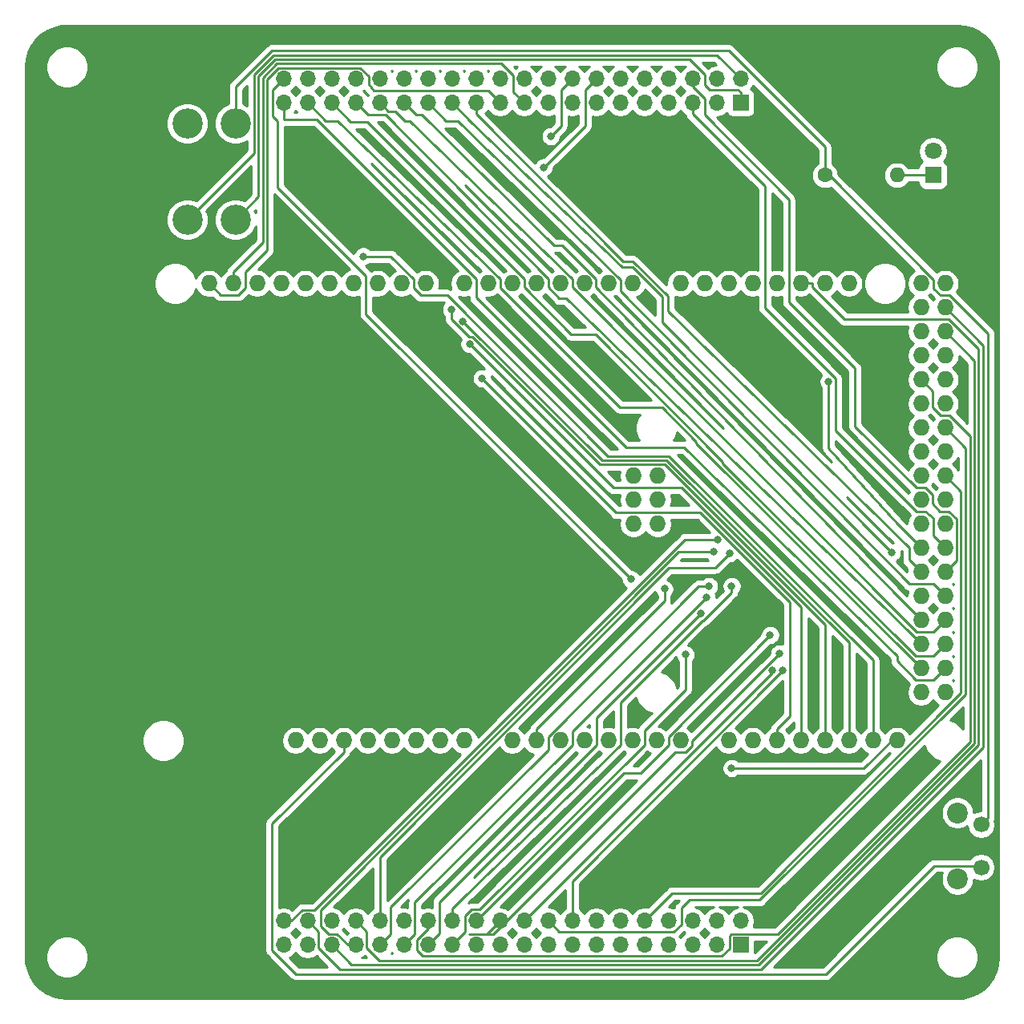
<source format=gbr>
G04 #@! TF.GenerationSoftware,KiCad,Pcbnew,(5.1.5-0-10_14)*
G04 #@! TF.CreationDate,2020-04-15T22:36:55+02:00*
G04 #@! TF.ProjectId,Debugger,44656275-6767-4657-922e-6b696361645f,rev?*
G04 #@! TF.SameCoordinates,Original*
G04 #@! TF.FileFunction,Copper,L1,Top*
G04 #@! TF.FilePolarity,Positive*
%FSLAX46Y46*%
G04 Gerber Fmt 4.6, Leading zero omitted, Abs format (unit mm)*
G04 Created by KiCad (PCBNEW (5.1.5-0-10_14)) date 2020-04-15 22:36:55*
%MOMM*%
%LPD*%
G04 APERTURE LIST*
%ADD10C,1.700000*%
%ADD11C,2.200000*%
%ADD12C,3.200000*%
%ADD13O,1.700000X1.700000*%
%ADD14R,1.700000X1.700000*%
%ADD15R,1.800000X1.800000*%
%ADD16C,1.800000*%
%ADD17C,1.600000*%
%ADD18O,1.600000X1.600000*%
%ADD19O,1.727200X1.727200*%
%ADD20C,0.800000*%
%ADD21C,0.250000*%
%ADD22C,0.254000*%
G04 APERTURE END LIST*
D10*
X127000000Y-110490000D03*
X127000000Y-114990000D03*
D11*
X124500000Y-109240000D03*
X124500000Y-116240000D03*
D12*
X48260000Y-36449000D03*
X48260000Y-46609000D03*
X43180000Y-36449000D03*
X43180000Y-46609000D03*
D13*
X53340000Y-120650000D03*
X53340000Y-123190000D03*
X55880000Y-120650000D03*
X55880000Y-123190000D03*
X58420000Y-120650000D03*
X58420000Y-123190000D03*
X60960000Y-120650000D03*
X60960000Y-123190000D03*
X63500000Y-120650000D03*
X63500000Y-123190000D03*
X66040000Y-120650000D03*
X66040000Y-123190000D03*
X68580000Y-120650000D03*
X68580000Y-123190000D03*
X71120000Y-120650000D03*
X71120000Y-123190000D03*
X73660000Y-120650000D03*
X73660000Y-123190000D03*
X76200000Y-120650000D03*
X76200000Y-123190000D03*
X78740000Y-120650000D03*
X78740000Y-123190000D03*
X81280000Y-120650000D03*
X81280000Y-123190000D03*
X83820000Y-120650000D03*
X83820000Y-123190000D03*
X86360000Y-120650000D03*
X86360000Y-123190000D03*
X88900000Y-120650000D03*
X88900000Y-123190000D03*
X91440000Y-120650000D03*
X91440000Y-123190000D03*
X93980000Y-120650000D03*
X93980000Y-123190000D03*
X96520000Y-120650000D03*
X96520000Y-123190000D03*
X99060000Y-120650000D03*
X99060000Y-123190000D03*
X101600000Y-120650000D03*
D14*
X101600000Y-123190000D03*
D13*
X53340000Y-31750000D03*
X53340000Y-34290000D03*
X55880000Y-31750000D03*
X55880000Y-34290000D03*
X58420000Y-31750000D03*
X58420000Y-34290000D03*
X60960000Y-31750000D03*
X60960000Y-34290000D03*
X63500000Y-31750000D03*
X63500000Y-34290000D03*
X66040000Y-31750000D03*
X66040000Y-34290000D03*
X68580000Y-31750000D03*
X68580000Y-34290000D03*
X71120000Y-31750000D03*
X71120000Y-34290000D03*
X73660000Y-31750000D03*
X73660000Y-34290000D03*
X76200000Y-31750000D03*
X76200000Y-34290000D03*
X78740000Y-31750000D03*
X78740000Y-34290000D03*
X81280000Y-31750000D03*
X81280000Y-34290000D03*
X83820000Y-31750000D03*
X83820000Y-34290000D03*
X86360000Y-31750000D03*
X86360000Y-34290000D03*
X88900000Y-31750000D03*
X88900000Y-34290000D03*
X91440000Y-31750000D03*
X91440000Y-34290000D03*
X93980000Y-31750000D03*
X93980000Y-34290000D03*
X96520000Y-31750000D03*
X96520000Y-34290000D03*
X99060000Y-31750000D03*
X99060000Y-34290000D03*
X101600000Y-31750000D03*
D14*
X101600000Y-34290000D03*
D15*
X121920000Y-41910000D03*
D16*
X121920000Y-39370000D03*
D17*
X110490000Y-41910000D03*
D18*
X118110000Y-41910000D03*
D19*
X90297000Y-78740000D03*
X92837000Y-78740000D03*
X92837000Y-76200000D03*
X90297000Y-76200000D03*
X92837000Y-73660000D03*
X77470000Y-101600000D03*
X72390000Y-101600000D03*
X69850000Y-101600000D03*
X67310000Y-101600000D03*
X64770000Y-101600000D03*
X62230000Y-101600000D03*
X59690000Y-101600000D03*
X57150000Y-101600000D03*
X113030000Y-53340000D03*
X110490000Y-53340000D03*
X107950000Y-53340000D03*
X105410000Y-53340000D03*
X102870000Y-53340000D03*
X100330000Y-53340000D03*
X97790000Y-53340000D03*
X95250000Y-53340000D03*
X90170000Y-53340000D03*
X87630000Y-53340000D03*
X85090000Y-53340000D03*
X82550000Y-53340000D03*
X80010000Y-53340000D03*
X77470000Y-53340000D03*
X74930000Y-53340000D03*
X72390000Y-53340000D03*
X53086000Y-53340000D03*
X68326000Y-53340000D03*
X65786000Y-53340000D03*
X63246000Y-53340000D03*
X45466000Y-53340000D03*
X48006000Y-53340000D03*
X50546000Y-53340000D03*
X55626000Y-53340000D03*
X58166000Y-53340000D03*
X60706000Y-53340000D03*
X54610000Y-101600000D03*
X80010000Y-101600000D03*
X82550000Y-101600000D03*
X85090000Y-101600000D03*
X87630000Y-101600000D03*
X90170000Y-101600000D03*
X92710000Y-101600000D03*
X95250000Y-101600000D03*
X100330000Y-101600000D03*
X102870000Y-101600000D03*
X105410000Y-101600000D03*
X107950000Y-101600000D03*
X110490000Y-101600000D03*
X113030000Y-101600000D03*
X115570000Y-101600000D03*
X118110000Y-101600000D03*
X120650000Y-53340000D03*
X123190000Y-53340000D03*
X120650000Y-55880000D03*
X123190000Y-55880000D03*
X120650000Y-58420000D03*
X123190000Y-58420000D03*
X120650000Y-60960000D03*
X123190000Y-60960000D03*
X120650000Y-63500000D03*
X123190000Y-63500000D03*
X120650000Y-66040000D03*
X123190000Y-66040000D03*
X120650000Y-68580000D03*
X123190000Y-68580000D03*
X120650000Y-71120000D03*
X123190000Y-71120000D03*
X120650000Y-73660000D03*
X123190000Y-73660000D03*
X120650000Y-76200000D03*
X123190000Y-76200000D03*
X120650000Y-78740000D03*
X123190000Y-78740000D03*
X120650000Y-81280000D03*
X123190000Y-81280000D03*
X120650000Y-83820000D03*
X123190000Y-83820000D03*
X120650000Y-86360000D03*
X123190000Y-86360000D03*
X120650000Y-88900000D03*
X123190000Y-88900000D03*
X120650000Y-91440000D03*
X123190000Y-91440000D03*
X120650000Y-93980000D03*
X123190000Y-93980000D03*
X120650000Y-96520000D03*
X123190000Y-96520000D03*
X90297000Y-73660000D03*
D20*
X117575000Y-81731700D03*
X93555000Y-85598900D03*
X80826200Y-41070300D03*
X81551500Y-37801300D03*
X74293200Y-63372300D03*
X72981400Y-59738500D03*
X71066200Y-56099200D03*
X72301800Y-57334800D03*
X61767500Y-50466900D03*
X90051300Y-84573400D03*
X100657800Y-104520700D03*
X98720100Y-81704000D03*
X98256600Y-85320500D03*
X97979200Y-86479800D03*
X97387900Y-88178000D03*
X95791500Y-92527700D03*
X99147400Y-80370900D03*
X100459000Y-81832500D03*
X100658000Y-85288200D03*
X104721000Y-90447100D03*
X105700000Y-92422200D03*
X104951000Y-94235600D03*
X106066000Y-94182000D03*
X110902000Y-63698300D03*
D21*
X127000000Y-110490000D02*
X127694000Y-109796000D01*
X127694000Y-109796000D02*
X127694000Y-58634500D01*
X127694000Y-58634500D02*
X123669000Y-54610000D01*
X123669000Y-54610000D02*
X122757000Y-54610000D01*
X122757000Y-54610000D02*
X122001000Y-53854300D01*
X122001000Y-53854300D02*
X122001000Y-52958800D01*
X122001000Y-52958800D02*
X110952000Y-41910000D01*
X110952000Y-41910000D02*
X110490000Y-41910000D01*
X110490000Y-41910000D02*
X110490000Y-38929100D01*
X110490000Y-38929100D02*
X100334000Y-28773000D01*
X100334000Y-28773000D02*
X52074700Y-28773000D01*
X52074700Y-28773000D02*
X48260000Y-32587700D01*
X48260000Y-32587700D02*
X48260000Y-36449000D01*
X118110000Y-41910000D02*
X121920000Y-41910000D01*
X101600000Y-31750000D02*
X99073300Y-29223300D01*
X99073300Y-29223300D02*
X52261300Y-29223300D01*
X52261300Y-29223300D02*
X50239700Y-31244900D01*
X50239700Y-31244900D02*
X50239700Y-39549300D01*
X50239700Y-39549300D02*
X43180000Y-46609000D01*
X59690000Y-101600000D02*
X59690000Y-102789000D01*
X59690000Y-102789000D02*
X52138700Y-110340000D01*
X52138700Y-110340000D02*
X52138700Y-123728000D01*
X52138700Y-123728000D02*
X54653100Y-126242000D01*
X54653100Y-126242000D02*
X110601000Y-126242000D01*
X110601000Y-126242000D02*
X122031000Y-114812000D01*
X122031000Y-114812000D02*
X126822000Y-114812000D01*
X126822000Y-114812000D02*
X127000000Y-114990000D01*
X89493300Y-70669400D02*
X73660000Y-54836100D01*
X73660000Y-54836100D02*
X73660000Y-52840000D01*
X73660000Y-52840000D02*
X56852800Y-36032800D01*
X56852800Y-36032800D02*
X53340000Y-36032800D01*
X123190000Y-93980000D02*
X122001000Y-95168600D01*
X122001000Y-95168600D02*
X120079000Y-95168600D01*
X120079000Y-95168600D02*
X118110000Y-93199100D01*
X118110000Y-93199100D02*
X118110000Y-92710000D01*
X118110000Y-92710000D02*
X95657800Y-70669400D01*
X95657800Y-70669400D02*
X89493300Y-70669400D01*
X53340000Y-36032800D02*
X53340000Y-34290000D01*
X120650000Y-93980000D02*
X96937100Y-70267100D01*
X96937100Y-70267100D02*
X96937100Y-70025500D01*
X96937100Y-70025500D02*
X93345600Y-66434000D01*
X93345600Y-66434000D02*
X88863700Y-66434000D01*
X88863700Y-66434000D02*
X76200000Y-53770300D01*
X76200000Y-53770300D02*
X76200000Y-52877900D01*
X76200000Y-52877900D02*
X59055000Y-36195000D01*
X59055000Y-36195000D02*
X57785000Y-36195000D01*
X57785000Y-36195000D02*
X55880000Y-34290000D01*
X71120000Y-34290000D02*
X73025000Y-36195000D01*
X73025000Y-36195000D02*
X89123400Y-51632300D01*
X89123400Y-51632300D02*
X90215800Y-51632300D01*
X90215800Y-51632300D02*
X93304700Y-54721200D01*
X93304700Y-54721200D02*
X93304700Y-57461700D01*
X93304700Y-57461700D02*
X117575000Y-81731700D01*
X123190000Y-86360000D02*
X121920000Y-85090000D01*
X121920000Y-85090000D02*
X119380000Y-85090000D01*
X119380000Y-85090000D02*
X88925300Y-54125700D01*
X88925300Y-54125700D02*
X88925300Y-52933300D01*
X88925300Y-52933300D02*
X71755000Y-36195000D01*
X71755000Y-36195000D02*
X70485000Y-36195000D01*
X70485000Y-36195000D02*
X68580000Y-34290000D01*
X120650000Y-88900000D02*
X118110000Y-86360000D01*
X118110000Y-86360000D02*
X86278900Y-53699100D01*
X86278900Y-53699100D02*
X86278900Y-52847500D01*
X86278900Y-52847500D02*
X82749900Y-49318500D01*
X82749900Y-49318500D02*
X81876500Y-49318500D01*
X81876500Y-49318500D02*
X67945000Y-35560000D01*
X67945000Y-35560000D02*
X67310000Y-35560000D01*
X67310000Y-35560000D02*
X66040000Y-34290000D01*
X123190000Y-88900000D02*
X121920000Y-90170000D01*
X121920000Y-90170000D02*
X120650000Y-90170000D01*
X120650000Y-90170000D02*
X120166000Y-90101100D01*
X120166000Y-90101100D02*
X83820000Y-53754700D01*
X83820000Y-53754700D02*
X83820000Y-52878000D01*
X83820000Y-52878000D02*
X66675000Y-36195000D01*
X66675000Y-36195000D02*
X66206000Y-36195000D01*
X66206000Y-36195000D02*
X65151000Y-35140000D01*
X65151000Y-35140000D02*
X64350000Y-35140000D01*
X64350000Y-35140000D02*
X63500000Y-34290000D01*
X120650000Y-91440000D02*
X119380000Y-90170000D01*
X119380000Y-90170000D02*
X83150200Y-54928800D01*
X83150200Y-54928800D02*
X82457300Y-54928800D01*
X82457300Y-54928800D02*
X81280000Y-53751500D01*
X81280000Y-53751500D02*
X81280000Y-52861300D01*
X81280000Y-52861300D02*
X64135000Y-35560000D01*
X64135000Y-35560000D02*
X62230000Y-35560000D01*
X62230000Y-35560000D02*
X60960000Y-34290000D01*
X58420000Y-34290000D02*
X60403200Y-36273200D01*
X60403200Y-36273200D02*
X62151800Y-36273200D01*
X62151800Y-36273200D02*
X78740000Y-52861300D01*
X78740000Y-52861300D02*
X78740000Y-53752500D01*
X78740000Y-53752500D02*
X83714500Y-58727000D01*
X83714500Y-58727000D02*
X86275500Y-58727000D01*
X86275500Y-58727000D02*
X99732900Y-72184400D01*
X99732900Y-72184400D02*
X99732900Y-72349100D01*
X99732900Y-72349100D02*
X120062000Y-92678400D01*
X120062000Y-92678400D02*
X121952000Y-92678400D01*
X121952000Y-92678400D02*
X123190000Y-91440000D01*
X80010000Y-101600000D02*
X80010000Y-100411000D01*
X80010000Y-100411000D02*
X93555000Y-86866100D01*
X93555000Y-86866100D02*
X93555000Y-85598900D01*
X80826200Y-41070300D02*
X84455000Y-37465000D01*
X84455000Y-37465000D02*
X85185000Y-36735000D01*
X85185000Y-36735000D02*
X85185000Y-32925000D01*
X85185000Y-32925000D02*
X86360000Y-31750000D01*
X83820000Y-31750000D02*
X82645000Y-32925000D01*
X82645000Y-32925000D02*
X82645000Y-36707800D01*
X82645000Y-36707800D02*
X81551500Y-37801300D01*
X105410000Y-101600000D02*
X105410000Y-100411000D01*
X105410000Y-100411000D02*
X106792000Y-99029400D01*
X106792000Y-99029400D02*
X106792000Y-86974500D01*
X106792000Y-86974500D02*
X97359100Y-77541900D01*
X97359100Y-77541900D02*
X88462800Y-77541900D01*
X88462800Y-77541900D02*
X74293200Y-63372300D01*
X107950000Y-101600000D02*
X107950000Y-87488900D01*
X107950000Y-87488900D02*
X95391100Y-74930000D01*
X95391100Y-74930000D02*
X88172900Y-74930000D01*
X88172900Y-74930000D02*
X72981400Y-59738500D01*
X110490000Y-101600000D02*
X110490000Y-89374000D01*
X110490000Y-89374000D02*
X93587100Y-72471100D01*
X93587100Y-72471100D02*
X86739700Y-72471100D01*
X86739700Y-72471100D02*
X86739700Y-72471000D01*
X86739700Y-72471000D02*
X73281900Y-59013200D01*
X73281900Y-59013200D02*
X72954500Y-59013200D01*
X72954500Y-59013200D02*
X71066200Y-57124900D01*
X71066200Y-57124900D02*
X71066200Y-56099200D01*
X113030000Y-101600000D02*
X113030000Y-91269600D01*
X113030000Y-91269600D02*
X93780900Y-72020500D01*
X93780900Y-72020500D02*
X86987500Y-72020500D01*
X86987500Y-72020500D02*
X72301800Y-57334800D01*
X70566700Y-54610000D02*
X70643400Y-54610000D01*
X70643400Y-54610000D02*
X87603600Y-71570200D01*
X61767500Y-50466900D02*
X64672000Y-50466900D01*
X64672000Y-50466900D02*
X67056000Y-52850900D01*
X67056000Y-52850900D02*
X67056000Y-53829100D01*
X67056000Y-53829100D02*
X67836900Y-54610000D01*
X67836900Y-54610000D02*
X70566700Y-54610000D01*
X115570000Y-101600000D02*
X115570000Y-93133400D01*
X115570000Y-93133400D02*
X94006800Y-71570200D01*
X94006800Y-71570200D02*
X87603600Y-71570200D01*
X90051300Y-84573400D02*
X62057000Y-56579100D01*
X62057000Y-56579100D02*
X62057000Y-52560400D01*
X62057000Y-52560400D02*
X52705000Y-43208400D01*
X52705000Y-43208400D02*
X52705000Y-36195000D01*
X118110000Y-101011400D02*
X114600700Y-104520700D01*
X114600700Y-104520700D02*
X100657800Y-104520700D01*
X118110000Y-101011400D02*
X118110000Y-101600000D01*
X53340000Y-31750000D02*
X52165000Y-32925000D01*
X52165000Y-32925000D02*
X52165000Y-35655000D01*
X52165000Y-35655000D02*
X52705000Y-36195000D01*
X101600000Y-34290000D02*
X101600000Y-33190000D01*
X101600000Y-33190000D02*
X101335000Y-32925000D01*
X101335000Y-32925000D02*
X98330000Y-32925000D01*
X98330000Y-32925000D02*
X97790000Y-32385000D01*
X97790000Y-32385000D02*
X97790000Y-31277300D01*
X97790000Y-31277300D02*
X96186300Y-29673600D01*
X96186300Y-29673600D02*
X52447900Y-29673600D01*
X52447900Y-29673600D02*
X50690100Y-31431400D01*
X50690100Y-31431400D02*
X50690100Y-44178900D01*
X50690100Y-44178900D02*
X48260000Y-46609000D01*
X107950000Y-53340000D02*
X109139000Y-53340000D01*
X109139000Y-53340000D02*
X109139000Y-53711500D01*
X109139000Y-53711500D02*
X112577000Y-57150000D01*
X112577000Y-57150000D02*
X123610000Y-57150000D01*
X123610000Y-57150000D02*
X126726000Y-60265600D01*
X126726000Y-60265600D02*
X126726000Y-102100000D01*
X126726000Y-102100000D02*
X103540000Y-125285000D01*
X103540000Y-125285000D02*
X60515300Y-125285000D01*
X60515300Y-125285000D02*
X58420000Y-123190000D01*
X60960000Y-123190000D02*
X60152100Y-123190000D01*
X60152100Y-123190000D02*
X58976800Y-122015000D01*
X58976800Y-122015000D02*
X58083700Y-122015000D01*
X58083700Y-122015000D02*
X57244600Y-121176000D01*
X57244600Y-121176000D02*
X57244600Y-119501000D01*
X57244600Y-119501000D02*
X95041700Y-81704000D01*
X95041700Y-81704000D02*
X98720100Y-81704000D01*
X63500000Y-123190000D02*
X64675300Y-122015000D01*
X64675300Y-122015000D02*
X64675300Y-119156000D01*
X64675300Y-119156000D02*
X81280000Y-102552000D01*
X81280000Y-102552000D02*
X81280000Y-101182000D01*
X81280000Y-101182000D02*
X97141400Y-85320500D01*
X97141400Y-85320500D02*
X98256600Y-85320500D01*
X66040000Y-123190000D02*
X67215300Y-122015000D01*
X67215300Y-122015000D02*
X67215300Y-118677000D01*
X67215300Y-118677000D02*
X83820000Y-102072000D01*
X83820000Y-102072000D02*
X83820000Y-100639000D01*
X83820000Y-100639000D02*
X97979200Y-86479800D01*
X68580000Y-123190000D02*
X69765800Y-122004000D01*
X69765800Y-122004000D02*
X69765800Y-118628000D01*
X69765800Y-118628000D02*
X86360000Y-102034000D01*
X86360000Y-102034000D02*
X86360000Y-99205900D01*
X86360000Y-99205900D02*
X97387900Y-88178000D01*
X71120000Y-123190000D02*
X72485000Y-121825000D01*
X72485000Y-121825000D02*
X72485000Y-120086000D01*
X72485000Y-120086000D02*
X73157600Y-119413000D01*
X73157600Y-119413000D02*
X74065800Y-119413000D01*
X74065800Y-119413000D02*
X91440000Y-102039000D01*
X91440000Y-102039000D02*
X91440000Y-100538000D01*
X91440000Y-100538000D02*
X95791500Y-96186200D01*
X95791500Y-96186200D02*
X95791500Y-92527700D01*
X53340000Y-120650000D02*
X54147900Y-120650000D01*
X54147900Y-120650000D02*
X55323200Y-119475000D01*
X55323200Y-119475000D02*
X56634100Y-119475000D01*
X56634100Y-119475000D02*
X95737900Y-80370900D01*
X95737900Y-80370900D02*
X99147400Y-80370900D01*
X55880000Y-120650000D02*
X57055300Y-121825000D01*
X57055300Y-121825000D02*
X57055300Y-123500000D01*
X57055300Y-123500000D02*
X59346600Y-125792000D01*
X59346600Y-125792000D02*
X103735000Y-125792000D01*
X103735000Y-125792000D02*
X127176000Y-102350000D01*
X127176000Y-102350000D02*
X127176000Y-59866300D01*
X127176000Y-59866300D02*
X123190000Y-55880000D01*
X123190000Y-58420000D02*
X126271000Y-61501100D01*
X126271000Y-61501100D02*
X126271000Y-101906000D01*
X126271000Y-101906000D02*
X103347000Y-124830000D01*
X103347000Y-124830000D02*
X63459300Y-124830000D01*
X63459300Y-124830000D02*
X62135300Y-123506000D01*
X62135300Y-123506000D02*
X62135300Y-121825000D01*
X62135300Y-121825000D02*
X60960000Y-120650000D01*
X100459000Y-81832500D02*
X98970900Y-83320900D01*
X98970900Y-83320900D02*
X94061700Y-83320900D01*
X94061700Y-83320900D02*
X63500000Y-113883000D01*
X63500000Y-113883000D02*
X63500000Y-120650000D01*
X120650000Y-63500000D02*
X121839000Y-64688600D01*
X121839000Y-64688600D02*
X121839000Y-66391900D01*
X121839000Y-66391900D02*
X122757000Y-67310000D01*
X122757000Y-67310000D02*
X123669000Y-67310000D01*
X123669000Y-67310000D02*
X125819000Y-69459900D01*
X125819000Y-69459900D02*
X125819000Y-101696000D01*
X125819000Y-101696000D02*
X105501000Y-122015000D01*
X105501000Y-122015000D02*
X100615000Y-122015000D01*
X100615000Y-122015000D02*
X100425000Y-122205000D01*
X100425000Y-122205000D02*
X100425000Y-123555000D01*
X100425000Y-123555000D02*
X99609400Y-124371000D01*
X99609400Y-124371000D02*
X68056900Y-124371000D01*
X68056900Y-124371000D02*
X67404700Y-123718000D01*
X67404700Y-123718000D02*
X67404700Y-122633000D01*
X67404700Y-122633000D02*
X68580000Y-121458000D01*
X68580000Y-121458000D02*
X68580000Y-120650000D01*
X100658000Y-85288200D02*
X100658000Y-85939500D01*
X100658000Y-85939500D02*
X97693900Y-88903400D01*
X97693900Y-88903400D02*
X97595300Y-88903400D01*
X97595300Y-88903400D02*
X88900000Y-97598700D01*
X88900000Y-97598700D02*
X88900000Y-102062000D01*
X88900000Y-102062000D02*
X72390000Y-118110000D01*
X72390000Y-118110000D02*
X71120000Y-119380000D01*
X71120000Y-119380000D02*
X71120000Y-120650000D01*
X104721000Y-90447100D02*
X93980000Y-101188000D01*
X93980000Y-101188000D02*
X93980000Y-102087000D01*
X93980000Y-102087000D02*
X91048600Y-105019000D01*
X91048600Y-105019000D02*
X89291400Y-105019000D01*
X89291400Y-105019000D02*
X73660000Y-120650000D01*
X76200000Y-120650000D02*
X74838600Y-122011000D01*
X74838600Y-122011000D02*
X72935000Y-122011000D01*
X72935000Y-122011000D02*
X72931400Y-122015000D01*
X72931400Y-122015000D02*
X75446000Y-122015000D01*
X75446000Y-122015000D02*
X94672400Y-102789000D01*
X94672400Y-102789000D02*
X95820500Y-102789000D01*
X95820500Y-102789000D02*
X96438600Y-102171000D01*
X96438600Y-102171000D02*
X96438600Y-101684000D01*
X96438600Y-101684000D02*
X105300000Y-92822200D01*
X105300000Y-92822200D02*
X105700000Y-92422200D01*
X104951000Y-94235600D02*
X104951000Y-94438900D01*
X104951000Y-94438900D02*
X78740000Y-120650000D01*
X123190000Y-68580000D02*
X125312000Y-70702400D01*
X125312000Y-70702400D02*
X125312000Y-96744700D01*
X125312000Y-96744700D02*
X103620000Y-118437000D01*
X103620000Y-118437000D02*
X96193300Y-118437000D01*
X96193300Y-118437000D02*
X95345000Y-119285000D01*
X95345000Y-119285000D02*
X95345000Y-121024000D01*
X95345000Y-121024000D02*
X94544000Y-121825000D01*
X94544000Y-121825000D02*
X82455000Y-121825000D01*
X82455000Y-121825000D02*
X81280000Y-120650000D01*
X106066000Y-94182000D02*
X83820000Y-116428000D01*
X83820000Y-116428000D02*
X83820000Y-120650000D01*
X123190000Y-73660000D02*
X124851000Y-75321100D01*
X124851000Y-75321100D02*
X124851000Y-96569100D01*
X124851000Y-96569100D02*
X103725000Y-117695000D01*
X103725000Y-117695000D02*
X94394900Y-117695000D01*
X94394900Y-117695000D02*
X91440000Y-120650000D01*
X123190000Y-83820000D02*
X124379000Y-82631400D01*
X124379000Y-82631400D02*
X124379000Y-78218500D01*
X124379000Y-78218500D02*
X123579000Y-77419000D01*
X123579000Y-77419000D02*
X122640000Y-77419000D01*
X122640000Y-77419000D02*
X121839000Y-76618000D01*
X121839000Y-76618000D02*
X121839000Y-75685700D01*
X121839000Y-75685700D02*
X121083000Y-74930000D01*
X121083000Y-74930000D02*
X120171000Y-74930000D01*
X120171000Y-74930000D02*
X113674000Y-68433000D01*
X113674000Y-68433000D02*
X113674000Y-62293600D01*
X113674000Y-62293600D02*
X106680000Y-55299800D01*
X106680000Y-55299800D02*
X106680000Y-44505600D01*
X106680000Y-44505600D02*
X97790000Y-35560000D01*
X97790000Y-35560000D02*
X97790000Y-33821000D01*
X97790000Y-33821000D02*
X96520000Y-32551000D01*
X96520000Y-32551000D02*
X96520000Y-31750000D01*
X120650000Y-81280000D02*
X118110000Y-78740000D01*
X118110000Y-78740000D02*
X110902000Y-70714300D01*
X110902000Y-70714300D02*
X110902000Y-63698300D01*
X123190000Y-81280000D02*
X121920000Y-80010000D01*
X121920000Y-80010000D02*
X121920000Y-78105000D01*
X121920000Y-78105000D02*
X121139000Y-77470000D01*
X121139000Y-77470000D02*
X120217000Y-77470000D01*
X120217000Y-77470000D02*
X111627000Y-68879600D01*
X111627000Y-68879600D02*
X111627000Y-63397800D01*
X111627000Y-63397800D02*
X104140000Y-55910800D01*
X104140000Y-55910800D02*
X104140000Y-43085300D01*
X104140000Y-43085300D02*
X96520000Y-35465300D01*
X96520000Y-35465300D02*
X96520000Y-34290000D01*
X78740000Y-34290000D02*
X77565000Y-33115000D01*
X77565000Y-33115000D02*
X77565000Y-31376000D01*
X77565000Y-31376000D02*
X76312900Y-30123900D01*
X76312900Y-30123900D02*
X52634500Y-30123900D01*
X52634500Y-30123900D02*
X51140500Y-31617900D01*
X51140500Y-31617900D02*
X51140500Y-49016600D01*
X51140500Y-49016600D02*
X48006000Y-52151100D01*
X48006000Y-52151100D02*
X48006000Y-53340000D01*
X45466000Y-53340000D02*
X46654600Y-54528600D01*
X46654600Y-54528600D02*
X48578900Y-54528600D01*
X48578900Y-54528600D02*
X49276000Y-53831500D01*
X49276000Y-53831500D02*
X49276000Y-52151000D01*
X49276000Y-52151000D02*
X51590900Y-49836100D01*
X51590900Y-49836100D02*
X51590900Y-31804400D01*
X51590900Y-31804400D02*
X52821100Y-30574200D01*
X52821100Y-30574200D02*
X61448900Y-30574200D01*
X61448900Y-30574200D02*
X62324600Y-31449900D01*
X62324600Y-31449900D02*
X62324600Y-32333100D01*
X62324600Y-32333100D02*
X62865000Y-33020000D01*
X62865000Y-33020000D02*
X74930000Y-33020000D01*
X74930000Y-33020000D02*
X76200000Y-34290000D01*
X120650000Y-83820000D02*
X119380000Y-82550000D01*
X119380000Y-82550000D02*
X119380000Y-81280000D01*
X119380000Y-81280000D02*
X93914000Y-56266600D01*
X93914000Y-56266600D02*
X93914000Y-54693600D01*
X93914000Y-54693600D02*
X90243100Y-51022700D01*
X90243100Y-51022700D02*
X89217400Y-51022700D01*
X89217400Y-51022700D02*
X73660000Y-35465300D01*
X73660000Y-35465300D02*
X73660000Y-34290000D01*
D22*
G36*
X125233358Y-26181842D02*
G01*
X125982277Y-26386723D01*
X126683072Y-26720986D01*
X127313605Y-27174069D01*
X127853934Y-27731645D01*
X128286989Y-28376099D01*
X128599073Y-29087044D01*
X128781640Y-29847493D01*
X128830000Y-30506031D01*
X128830001Y-124428371D01*
X128758158Y-125233359D01*
X128553277Y-125982277D01*
X128219013Y-126683075D01*
X127765931Y-127313605D01*
X127208354Y-127853935D01*
X126563901Y-128286989D01*
X125852956Y-128599073D01*
X125092506Y-128781640D01*
X124433968Y-128830000D01*
X30511618Y-128830000D01*
X29706641Y-128758158D01*
X28957723Y-128553277D01*
X28256925Y-128219013D01*
X27626395Y-127765931D01*
X27086065Y-127208354D01*
X26653011Y-126563901D01*
X26340927Y-125852956D01*
X26158360Y-125092506D01*
X26110000Y-124433968D01*
X26110000Y-124239872D01*
X28245000Y-124239872D01*
X28245000Y-124680128D01*
X28330890Y-125111925D01*
X28499369Y-125518669D01*
X28743962Y-125884729D01*
X29055271Y-126196038D01*
X29421331Y-126440631D01*
X29828075Y-126609110D01*
X30259872Y-126695000D01*
X30700128Y-126695000D01*
X31131925Y-126609110D01*
X31538669Y-126440631D01*
X31904729Y-126196038D01*
X32216038Y-125884729D01*
X32460631Y-125518669D01*
X32629110Y-125111925D01*
X32715000Y-124680128D01*
X32715000Y-124239872D01*
X32629110Y-123808075D01*
X32460631Y-123401331D01*
X32216038Y-123035271D01*
X31904729Y-122723962D01*
X31538669Y-122479369D01*
X31131925Y-122310890D01*
X30700128Y-122225000D01*
X30259872Y-122225000D01*
X29828075Y-122310890D01*
X29421331Y-122479369D01*
X29055271Y-122723962D01*
X28743962Y-123035271D01*
X28499369Y-123401331D01*
X28330890Y-123808075D01*
X28245000Y-124239872D01*
X26110000Y-124239872D01*
X26110000Y-101379872D01*
X38405000Y-101379872D01*
X38405000Y-101820128D01*
X38490890Y-102251925D01*
X38659369Y-102658669D01*
X38903962Y-103024729D01*
X39215271Y-103336038D01*
X39581331Y-103580631D01*
X39988075Y-103749110D01*
X40419872Y-103835000D01*
X40860128Y-103835000D01*
X41291925Y-103749110D01*
X41698669Y-103580631D01*
X42064729Y-103336038D01*
X42376038Y-103024729D01*
X42620631Y-102658669D01*
X42789110Y-102251925D01*
X42875000Y-101820128D01*
X42875000Y-101379872D01*
X42789110Y-100948075D01*
X42620631Y-100541331D01*
X42376038Y-100175271D01*
X42064729Y-99863962D01*
X41698669Y-99619369D01*
X41291925Y-99450890D01*
X40860128Y-99365000D01*
X40419872Y-99365000D01*
X39988075Y-99450890D01*
X39581331Y-99619369D01*
X39215271Y-99863962D01*
X38903962Y-100175271D01*
X38659369Y-100541331D01*
X38490890Y-100948075D01*
X38405000Y-101379872D01*
X26110000Y-101379872D01*
X26110000Y-53119872D01*
X39675000Y-53119872D01*
X39675000Y-53560128D01*
X39760890Y-53991925D01*
X39929369Y-54398669D01*
X40173962Y-54764729D01*
X40485271Y-55076038D01*
X40851331Y-55320631D01*
X41258075Y-55489110D01*
X41689872Y-55575000D01*
X42130128Y-55575000D01*
X42561925Y-55489110D01*
X42968669Y-55320631D01*
X43334729Y-55076038D01*
X43646038Y-54764729D01*
X43890631Y-54398669D01*
X44059110Y-53991925D01*
X44076906Y-53902460D01*
X44137958Y-54049853D01*
X44301961Y-54295302D01*
X44510698Y-54504039D01*
X44756147Y-54668042D01*
X45028875Y-54781010D01*
X45318401Y-54838600D01*
X45613599Y-54838600D01*
X45843974Y-54792776D01*
X46090801Y-55039603D01*
X46114599Y-55068601D01*
X46230324Y-55163574D01*
X46362353Y-55234146D01*
X46505614Y-55277603D01*
X46617267Y-55288600D01*
X46617276Y-55288600D01*
X46654599Y-55292276D01*
X46691922Y-55288600D01*
X48541578Y-55288600D01*
X48578900Y-55292276D01*
X48616222Y-55288600D01*
X48616233Y-55288600D01*
X48727886Y-55277603D01*
X48871147Y-55234146D01*
X49003176Y-55163574D01*
X49118901Y-55068601D01*
X49142703Y-55039598D01*
X49643189Y-54539112D01*
X49836147Y-54668042D01*
X50108875Y-54781010D01*
X50398401Y-54838600D01*
X50693599Y-54838600D01*
X50983125Y-54781010D01*
X51255853Y-54668042D01*
X51501302Y-54504039D01*
X51710039Y-54295302D01*
X51816000Y-54136719D01*
X51921961Y-54295302D01*
X52130698Y-54504039D01*
X52376147Y-54668042D01*
X52648875Y-54781010D01*
X52938401Y-54838600D01*
X53233599Y-54838600D01*
X53523125Y-54781010D01*
X53795853Y-54668042D01*
X54041302Y-54504039D01*
X54250039Y-54295302D01*
X54356000Y-54136719D01*
X54461961Y-54295302D01*
X54670698Y-54504039D01*
X54916147Y-54668042D01*
X55188875Y-54781010D01*
X55478401Y-54838600D01*
X55773599Y-54838600D01*
X56063125Y-54781010D01*
X56335853Y-54668042D01*
X56581302Y-54504039D01*
X56790039Y-54295302D01*
X56896000Y-54136719D01*
X57001961Y-54295302D01*
X57210698Y-54504039D01*
X57456147Y-54668042D01*
X57728875Y-54781010D01*
X58018401Y-54838600D01*
X58313599Y-54838600D01*
X58603125Y-54781010D01*
X58875853Y-54668042D01*
X59121302Y-54504039D01*
X59330039Y-54295302D01*
X59436000Y-54136719D01*
X59541961Y-54295302D01*
X59750698Y-54504039D01*
X59996147Y-54668042D01*
X60268875Y-54781010D01*
X60558401Y-54838600D01*
X60853599Y-54838600D01*
X61143125Y-54781010D01*
X61297000Y-54717272D01*
X61297000Y-56541777D01*
X61293324Y-56579100D01*
X61297000Y-56616422D01*
X61297000Y-56616432D01*
X61307997Y-56728085D01*
X61343324Y-56844544D01*
X61351454Y-56871346D01*
X61422026Y-57003376D01*
X61446258Y-57032902D01*
X61516999Y-57119101D01*
X61546003Y-57142904D01*
X89016300Y-84613202D01*
X89016300Y-84675339D01*
X89056074Y-84875298D01*
X89134095Y-85063656D01*
X89247363Y-85233174D01*
X89391526Y-85377337D01*
X89550489Y-85483552D01*
X73837692Y-101196470D01*
X73831010Y-101162875D01*
X73718042Y-100890147D01*
X73554039Y-100644698D01*
X73345302Y-100435961D01*
X73099853Y-100271958D01*
X72827125Y-100158990D01*
X72537599Y-100101400D01*
X72242401Y-100101400D01*
X71952875Y-100158990D01*
X71680147Y-100271958D01*
X71434698Y-100435961D01*
X71225961Y-100644698D01*
X71120000Y-100803281D01*
X71014039Y-100644698D01*
X70805302Y-100435961D01*
X70559853Y-100271958D01*
X70287125Y-100158990D01*
X69997599Y-100101400D01*
X69702401Y-100101400D01*
X69412875Y-100158990D01*
X69140147Y-100271958D01*
X68894698Y-100435961D01*
X68685961Y-100644698D01*
X68580000Y-100803281D01*
X68474039Y-100644698D01*
X68265302Y-100435961D01*
X68019853Y-100271958D01*
X67747125Y-100158990D01*
X67457599Y-100101400D01*
X67162401Y-100101400D01*
X66872875Y-100158990D01*
X66600147Y-100271958D01*
X66354698Y-100435961D01*
X66145961Y-100644698D01*
X66040000Y-100803281D01*
X65934039Y-100644698D01*
X65725302Y-100435961D01*
X65479853Y-100271958D01*
X65207125Y-100158990D01*
X64917599Y-100101400D01*
X64622401Y-100101400D01*
X64332875Y-100158990D01*
X64060147Y-100271958D01*
X63814698Y-100435961D01*
X63605961Y-100644698D01*
X63500000Y-100803281D01*
X63394039Y-100644698D01*
X63185302Y-100435961D01*
X62939853Y-100271958D01*
X62667125Y-100158990D01*
X62377599Y-100101400D01*
X62082401Y-100101400D01*
X61792875Y-100158990D01*
X61520147Y-100271958D01*
X61274698Y-100435961D01*
X61065961Y-100644698D01*
X60960000Y-100803281D01*
X60854039Y-100644698D01*
X60645302Y-100435961D01*
X60399853Y-100271958D01*
X60127125Y-100158990D01*
X59837599Y-100101400D01*
X59542401Y-100101400D01*
X59252875Y-100158990D01*
X58980147Y-100271958D01*
X58734698Y-100435961D01*
X58525961Y-100644698D01*
X58420000Y-100803281D01*
X58314039Y-100644698D01*
X58105302Y-100435961D01*
X57859853Y-100271958D01*
X57587125Y-100158990D01*
X57297599Y-100101400D01*
X57002401Y-100101400D01*
X56712875Y-100158990D01*
X56440147Y-100271958D01*
X56194698Y-100435961D01*
X55985961Y-100644698D01*
X55880000Y-100803281D01*
X55774039Y-100644698D01*
X55565302Y-100435961D01*
X55319853Y-100271958D01*
X55047125Y-100158990D01*
X54757599Y-100101400D01*
X54462401Y-100101400D01*
X54172875Y-100158990D01*
X53900147Y-100271958D01*
X53654698Y-100435961D01*
X53445961Y-100644698D01*
X53281958Y-100890147D01*
X53168990Y-101162875D01*
X53111400Y-101452401D01*
X53111400Y-101747599D01*
X53168990Y-102037125D01*
X53281958Y-102309853D01*
X53445961Y-102555302D01*
X53654698Y-102764039D01*
X53900147Y-102928042D01*
X54172875Y-103041010D01*
X54462401Y-103098600D01*
X54757599Y-103098600D01*
X55047125Y-103041010D01*
X55319853Y-102928042D01*
X55565302Y-102764039D01*
X55774039Y-102555302D01*
X55880000Y-102396719D01*
X55985961Y-102555302D01*
X56194698Y-102764039D01*
X56440147Y-102928042D01*
X56712875Y-103041010D01*
X57002401Y-103098600D01*
X57297599Y-103098600D01*
X57587125Y-103041010D01*
X57859853Y-102928042D01*
X58105302Y-102764039D01*
X58314039Y-102555302D01*
X58420000Y-102396719D01*
X58525961Y-102555302D01*
X58687419Y-102716760D01*
X51627709Y-109776191D01*
X51598699Y-109799999D01*
X51539873Y-109871679D01*
X51503735Y-109915712D01*
X51503732Y-109915718D01*
X51503726Y-109915725D01*
X51462777Y-109992334D01*
X51433160Y-110047740D01*
X51433158Y-110047746D01*
X51433154Y-110047754D01*
X51400081Y-110156784D01*
X51389701Y-110191000D01*
X51389701Y-110191003D01*
X51389697Y-110191015D01*
X51378700Y-110302667D01*
X51375024Y-110339985D01*
X51378700Y-110377315D01*
X51378701Y-123690697D01*
X51375024Y-123728060D01*
X51382827Y-123807225D01*
X51389698Y-123876986D01*
X51389706Y-123877011D01*
X51389709Y-123877045D01*
X51410970Y-123947113D01*
X51433155Y-124020247D01*
X51433170Y-124020274D01*
X51433178Y-124020302D01*
X51466541Y-124082707D01*
X51503727Y-124152276D01*
X51503745Y-124152298D01*
X51503760Y-124152326D01*
X51551598Y-124210607D01*
X51598700Y-124268001D01*
X51627723Y-124291819D01*
X54089321Y-126753027D01*
X54113099Y-126782001D01*
X54142119Y-126805817D01*
X54142142Y-126805840D01*
X54173780Y-126831800D01*
X54228824Y-126876974D01*
X54228849Y-126876987D01*
X54228874Y-126877008D01*
X54296476Y-126913135D01*
X54360853Y-126947546D01*
X54360883Y-126947555D01*
X54360909Y-126947569D01*
X54427635Y-126967804D01*
X54504114Y-126991003D01*
X54504148Y-126991006D01*
X54504173Y-126991014D01*
X54567934Y-126997289D01*
X54615767Y-127002000D01*
X54615807Y-127002000D01*
X54653160Y-127005676D01*
X54690454Y-127002000D01*
X110563678Y-127002000D01*
X110601000Y-127005676D01*
X110638322Y-127002000D01*
X110638333Y-127002000D01*
X110749986Y-126991003D01*
X110893247Y-126947546D01*
X111025276Y-126876974D01*
X111141001Y-126782001D01*
X111164804Y-126752997D01*
X113677929Y-124239872D01*
X122225000Y-124239872D01*
X122225000Y-124680128D01*
X122310890Y-125111925D01*
X122479369Y-125518669D01*
X122723962Y-125884729D01*
X123035271Y-126196038D01*
X123401331Y-126440631D01*
X123808075Y-126609110D01*
X124239872Y-126695000D01*
X124680128Y-126695000D01*
X125111925Y-126609110D01*
X125518669Y-126440631D01*
X125884729Y-126196038D01*
X126196038Y-125884729D01*
X126440631Y-125518669D01*
X126609110Y-125111925D01*
X126695000Y-124680128D01*
X126695000Y-124239872D01*
X126609110Y-123808075D01*
X126440631Y-123401331D01*
X126196038Y-123035271D01*
X125884729Y-122723962D01*
X125518669Y-122479369D01*
X125111925Y-122310890D01*
X124680128Y-122225000D01*
X124239872Y-122225000D01*
X123808075Y-122310890D01*
X123401331Y-122479369D01*
X123035271Y-122723962D01*
X122723962Y-123035271D01*
X122479369Y-123401331D01*
X122310890Y-123808075D01*
X122225000Y-124239872D01*
X113677929Y-124239872D01*
X122345802Y-115572000D01*
X122898744Y-115572000D01*
X122831675Y-115733919D01*
X122765000Y-116069117D01*
X122765000Y-116410883D01*
X122831675Y-116746081D01*
X122962463Y-117061831D01*
X123152337Y-117345998D01*
X123394002Y-117587663D01*
X123678169Y-117777537D01*
X123993919Y-117908325D01*
X124329117Y-117975000D01*
X124670883Y-117975000D01*
X125006081Y-117908325D01*
X125321831Y-117777537D01*
X125605998Y-117587663D01*
X125847663Y-117345998D01*
X126037537Y-117061831D01*
X126168325Y-116746081D01*
X126235000Y-116410883D01*
X126235000Y-116264838D01*
X126296589Y-116305990D01*
X126566842Y-116417932D01*
X126853740Y-116475000D01*
X127146260Y-116475000D01*
X127433158Y-116417932D01*
X127703411Y-116305990D01*
X127946632Y-116143475D01*
X128153475Y-115936632D01*
X128315990Y-115693411D01*
X128427932Y-115423158D01*
X128485000Y-115136260D01*
X128485000Y-114843740D01*
X128427932Y-114556842D01*
X128315990Y-114286589D01*
X128153475Y-114043368D01*
X127946632Y-113836525D01*
X127703411Y-113674010D01*
X127433158Y-113562068D01*
X127146260Y-113505000D01*
X126853740Y-113505000D01*
X126566842Y-113562068D01*
X126296589Y-113674010D01*
X126053368Y-113836525D01*
X125846525Y-114043368D01*
X125840757Y-114052000D01*
X122068322Y-114052000D01*
X122030999Y-114048324D01*
X121993677Y-114052000D01*
X121993667Y-114052000D01*
X121882014Y-114062997D01*
X121738753Y-114106454D01*
X121606723Y-114177026D01*
X121523083Y-114245668D01*
X121490999Y-114271999D01*
X121467201Y-114300997D01*
X110286199Y-125482000D01*
X105119765Y-125482000D01*
X126934000Y-103666835D01*
X126934000Y-109005000D01*
X126853740Y-109005000D01*
X126566842Y-109062068D01*
X126296589Y-109174010D01*
X126235000Y-109215162D01*
X126235000Y-109069117D01*
X126168325Y-108733919D01*
X126037537Y-108418169D01*
X125847663Y-108134002D01*
X125605998Y-107892337D01*
X125321831Y-107702463D01*
X125006081Y-107571675D01*
X124670883Y-107505000D01*
X124329117Y-107505000D01*
X123993919Y-107571675D01*
X123678169Y-107702463D01*
X123394002Y-107892337D01*
X123152337Y-108134002D01*
X122962463Y-108418169D01*
X122831675Y-108733919D01*
X122765000Y-109069117D01*
X122765000Y-109410883D01*
X122831675Y-109746081D01*
X122962463Y-110061831D01*
X123152337Y-110345998D01*
X123394002Y-110587663D01*
X123678169Y-110777537D01*
X123993919Y-110908325D01*
X124329117Y-110975000D01*
X124670883Y-110975000D01*
X125006081Y-110908325D01*
X125321831Y-110777537D01*
X125517143Y-110647034D01*
X125572068Y-110923158D01*
X125684010Y-111193411D01*
X125846525Y-111436632D01*
X126053368Y-111643475D01*
X126296589Y-111805990D01*
X126566842Y-111917932D01*
X126853740Y-111975000D01*
X127146260Y-111975000D01*
X127433158Y-111917932D01*
X127703411Y-111805990D01*
X127946632Y-111643475D01*
X128153475Y-111436632D01*
X128315990Y-111193411D01*
X128427932Y-110923158D01*
X128485000Y-110636260D01*
X128485000Y-110343740D01*
X128427932Y-110056842D01*
X128417045Y-110030559D01*
X128443003Y-109944986D01*
X128454000Y-109833333D01*
X128454000Y-109833324D01*
X128457676Y-109796001D01*
X128454000Y-109758678D01*
X128454000Y-58671800D01*
X128457676Y-58634452D01*
X128451223Y-58568973D01*
X128443003Y-58485514D01*
X128442995Y-58485488D01*
X128442993Y-58485467D01*
X128422226Y-58417021D01*
X128399546Y-58342253D01*
X128399535Y-58342233D01*
X128399528Y-58342209D01*
X128364556Y-58276792D01*
X128328974Y-58210224D01*
X128328958Y-58210204D01*
X128328947Y-58210184D01*
X128283535Y-58154857D01*
X128234001Y-58094499D01*
X128204983Y-58070685D01*
X124384114Y-54250291D01*
X124518042Y-54049853D01*
X124631010Y-53777125D01*
X124688600Y-53487599D01*
X124688600Y-53192401D01*
X124631010Y-52902875D01*
X124518042Y-52630147D01*
X124354039Y-52384698D01*
X124145302Y-52175961D01*
X123899853Y-52011958D01*
X123627125Y-51898990D01*
X123337599Y-51841400D01*
X123042401Y-51841400D01*
X122752875Y-51898990D01*
X122480147Y-52011958D01*
X122269623Y-52152625D01*
X111925000Y-41808191D01*
X111925000Y-41768665D01*
X116675000Y-41768665D01*
X116675000Y-42051335D01*
X116730147Y-42328574D01*
X116838320Y-42589727D01*
X116995363Y-42824759D01*
X117195241Y-43024637D01*
X117430273Y-43181680D01*
X117691426Y-43289853D01*
X117968665Y-43345000D01*
X118251335Y-43345000D01*
X118528574Y-43289853D01*
X118789727Y-43181680D01*
X119024759Y-43024637D01*
X119224637Y-42824759D01*
X119328043Y-42670000D01*
X120381928Y-42670000D01*
X120381928Y-42810000D01*
X120394188Y-42934482D01*
X120430498Y-43054180D01*
X120489463Y-43164494D01*
X120568815Y-43261185D01*
X120665506Y-43340537D01*
X120775820Y-43399502D01*
X120895518Y-43435812D01*
X121020000Y-43448072D01*
X122820000Y-43448072D01*
X122944482Y-43435812D01*
X123064180Y-43399502D01*
X123174494Y-43340537D01*
X123271185Y-43261185D01*
X123350537Y-43164494D01*
X123409502Y-43054180D01*
X123445812Y-42934482D01*
X123458072Y-42810000D01*
X123458072Y-41010000D01*
X123445812Y-40885518D01*
X123409502Y-40765820D01*
X123350537Y-40655506D01*
X123271185Y-40558815D01*
X123174494Y-40479463D01*
X123064180Y-40420498D01*
X123045873Y-40414944D01*
X123112312Y-40348505D01*
X123280299Y-40097095D01*
X123396011Y-39817743D01*
X123455000Y-39521184D01*
X123455000Y-39218816D01*
X123396011Y-38922257D01*
X123280299Y-38642905D01*
X123112312Y-38391495D01*
X122898505Y-38177688D01*
X122647095Y-38009701D01*
X122367743Y-37893989D01*
X122071184Y-37835000D01*
X121768816Y-37835000D01*
X121472257Y-37893989D01*
X121192905Y-38009701D01*
X120941495Y-38177688D01*
X120727688Y-38391495D01*
X120559701Y-38642905D01*
X120443989Y-38922257D01*
X120385000Y-39218816D01*
X120385000Y-39521184D01*
X120443989Y-39817743D01*
X120559701Y-40097095D01*
X120727688Y-40348505D01*
X120794127Y-40414944D01*
X120775820Y-40420498D01*
X120665506Y-40479463D01*
X120568815Y-40558815D01*
X120489463Y-40655506D01*
X120430498Y-40765820D01*
X120394188Y-40885518D01*
X120381928Y-41010000D01*
X120381928Y-41150000D01*
X119328043Y-41150000D01*
X119224637Y-40995241D01*
X119024759Y-40795363D01*
X118789727Y-40638320D01*
X118528574Y-40530147D01*
X118251335Y-40475000D01*
X117968665Y-40475000D01*
X117691426Y-40530147D01*
X117430273Y-40638320D01*
X117195241Y-40795363D01*
X116995363Y-40995241D01*
X116838320Y-41230273D01*
X116730147Y-41491426D01*
X116675000Y-41768665D01*
X111925000Y-41768665D01*
X111869853Y-41491426D01*
X111761680Y-41230273D01*
X111604637Y-40995241D01*
X111404759Y-40795363D01*
X111250000Y-40691957D01*
X111250000Y-38966426D01*
X111253676Y-38929104D01*
X111250000Y-38891779D01*
X111250000Y-38891767D01*
X111239003Y-38780114D01*
X111195546Y-38636853D01*
X111124974Y-38504824D01*
X111063265Y-38429631D01*
X111053802Y-38418100D01*
X111053799Y-38418097D01*
X111030001Y-38389099D01*
X111001006Y-38365303D01*
X102895655Y-30259872D01*
X122225000Y-30259872D01*
X122225000Y-30700128D01*
X122310890Y-31131925D01*
X122479369Y-31538669D01*
X122723962Y-31904729D01*
X123035271Y-32216038D01*
X123401331Y-32460631D01*
X123808075Y-32629110D01*
X124239872Y-32715000D01*
X124680128Y-32715000D01*
X125111925Y-32629110D01*
X125518669Y-32460631D01*
X125884729Y-32216038D01*
X126196038Y-31904729D01*
X126440631Y-31538669D01*
X126609110Y-31131925D01*
X126695000Y-30700128D01*
X126695000Y-30259872D01*
X126609110Y-29828075D01*
X126440631Y-29421331D01*
X126196038Y-29055271D01*
X125884729Y-28743962D01*
X125518669Y-28499369D01*
X125111925Y-28330890D01*
X124680128Y-28245000D01*
X124239872Y-28245000D01*
X123808075Y-28330890D01*
X123401331Y-28499369D01*
X123035271Y-28743962D01*
X122723962Y-29055271D01*
X122479369Y-29421331D01*
X122310890Y-29828075D01*
X122225000Y-30259872D01*
X102895655Y-30259872D01*
X100897802Y-28262000D01*
X100874001Y-28232999D01*
X100803147Y-28174851D01*
X100758279Y-28138028D01*
X100758277Y-28138027D01*
X100758276Y-28138026D01*
X100626247Y-28067454D01*
X100482986Y-28023997D01*
X100371333Y-28013000D01*
X100371326Y-28013000D01*
X100334003Y-28009324D01*
X100296678Y-28013000D01*
X52112022Y-28013000D01*
X52074699Y-28009324D01*
X52037376Y-28013000D01*
X52037367Y-28013000D01*
X51925714Y-28023997D01*
X51782453Y-28067454D01*
X51650424Y-28138026D01*
X51650422Y-28138027D01*
X51650423Y-28138027D01*
X51563696Y-28209201D01*
X51563692Y-28209205D01*
X51534699Y-28232999D01*
X51510905Y-28261992D01*
X47749003Y-32023896D01*
X47719999Y-32047699D01*
X47679830Y-32096646D01*
X47625026Y-32163424D01*
X47598219Y-32213576D01*
X47554454Y-32295454D01*
X47510997Y-32438715D01*
X47500000Y-32550368D01*
X47500000Y-32550378D01*
X47496324Y-32587700D01*
X47500000Y-32625023D01*
X47500000Y-34344656D01*
X47201331Y-34468369D01*
X46835271Y-34712962D01*
X46523962Y-35024271D01*
X46279369Y-35390331D01*
X46110890Y-35797075D01*
X46025000Y-36228872D01*
X46025000Y-36669128D01*
X46110890Y-37100925D01*
X46279369Y-37507669D01*
X46523962Y-37873729D01*
X46835271Y-38185038D01*
X47201331Y-38429631D01*
X47608075Y-38598110D01*
X48039872Y-38684000D01*
X48480128Y-38684000D01*
X48911925Y-38598110D01*
X49318669Y-38429631D01*
X49479701Y-38322033D01*
X49479701Y-39234496D01*
X44130595Y-44583603D01*
X43831925Y-44459890D01*
X43400128Y-44374000D01*
X42959872Y-44374000D01*
X42528075Y-44459890D01*
X42121331Y-44628369D01*
X41755271Y-44872962D01*
X41443962Y-45184271D01*
X41199369Y-45550331D01*
X41030890Y-45957075D01*
X40945000Y-46388872D01*
X40945000Y-46829128D01*
X41030890Y-47260925D01*
X41199369Y-47667669D01*
X41443962Y-48033729D01*
X41755271Y-48345038D01*
X42121331Y-48589631D01*
X42528075Y-48758110D01*
X42959872Y-48844000D01*
X43400128Y-48844000D01*
X43831925Y-48758110D01*
X44238669Y-48589631D01*
X44604729Y-48345038D01*
X44916038Y-48033729D01*
X45160631Y-47667669D01*
X45329110Y-47260925D01*
X45415000Y-46829128D01*
X45415000Y-46388872D01*
X45329110Y-45957075D01*
X45205397Y-45658405D01*
X49930101Y-40933702D01*
X49930101Y-43864096D01*
X49210595Y-44583603D01*
X48911925Y-44459890D01*
X48480128Y-44374000D01*
X48039872Y-44374000D01*
X47608075Y-44459890D01*
X47201331Y-44628369D01*
X46835271Y-44872962D01*
X46523962Y-45184271D01*
X46279369Y-45550331D01*
X46110890Y-45957075D01*
X46025000Y-46388872D01*
X46025000Y-46829128D01*
X46110890Y-47260925D01*
X46279369Y-47667669D01*
X46523962Y-48033729D01*
X46835271Y-48345038D01*
X47201331Y-48589631D01*
X47608075Y-48758110D01*
X48039872Y-48844000D01*
X48480128Y-48844000D01*
X48911925Y-48758110D01*
X49318669Y-48589631D01*
X49684729Y-48345038D01*
X49996038Y-48033729D01*
X50240631Y-47667669D01*
X50380501Y-47329993D01*
X50380501Y-48701796D01*
X47495003Y-51587296D01*
X47465999Y-51611099D01*
X47410871Y-51678274D01*
X47371026Y-51726824D01*
X47309783Y-51841400D01*
X47300454Y-51858854D01*
X47256997Y-52002115D01*
X47253201Y-52040653D01*
X47050698Y-52175961D01*
X46841961Y-52384698D01*
X46736000Y-52543281D01*
X46630039Y-52384698D01*
X46421302Y-52175961D01*
X46175853Y-52011958D01*
X45903125Y-51898990D01*
X45613599Y-51841400D01*
X45318401Y-51841400D01*
X45028875Y-51898990D01*
X44756147Y-52011958D01*
X44510698Y-52175961D01*
X44301961Y-52384698D01*
X44137958Y-52630147D01*
X44076906Y-52777540D01*
X44059110Y-52688075D01*
X43890631Y-52281331D01*
X43646038Y-51915271D01*
X43334729Y-51603962D01*
X42968669Y-51359369D01*
X42561925Y-51190890D01*
X42130128Y-51105000D01*
X41689872Y-51105000D01*
X41258075Y-51190890D01*
X40851331Y-51359369D01*
X40485271Y-51603962D01*
X40173962Y-51915271D01*
X39929369Y-52281331D01*
X39760890Y-52688075D01*
X39675000Y-53119872D01*
X26110000Y-53119872D01*
X26110000Y-36228872D01*
X40945000Y-36228872D01*
X40945000Y-36669128D01*
X41030890Y-37100925D01*
X41199369Y-37507669D01*
X41443962Y-37873729D01*
X41755271Y-38185038D01*
X42121331Y-38429631D01*
X42528075Y-38598110D01*
X42959872Y-38684000D01*
X43400128Y-38684000D01*
X43831925Y-38598110D01*
X44238669Y-38429631D01*
X44604729Y-38185038D01*
X44916038Y-37873729D01*
X45160631Y-37507669D01*
X45329110Y-37100925D01*
X45415000Y-36669128D01*
X45415000Y-36228872D01*
X45329110Y-35797075D01*
X45160631Y-35390331D01*
X44916038Y-35024271D01*
X44604729Y-34712962D01*
X44238669Y-34468369D01*
X43831925Y-34299890D01*
X43400128Y-34214000D01*
X42959872Y-34214000D01*
X42528075Y-34299890D01*
X42121331Y-34468369D01*
X41755271Y-34712962D01*
X41443962Y-35024271D01*
X41199369Y-35390331D01*
X41030890Y-35797075D01*
X40945000Y-36228872D01*
X26110000Y-36228872D01*
X26110000Y-30511618D01*
X26132467Y-30259872D01*
X28245000Y-30259872D01*
X28245000Y-30700128D01*
X28330890Y-31131925D01*
X28499369Y-31538669D01*
X28743962Y-31904729D01*
X29055271Y-32216038D01*
X29421331Y-32460631D01*
X29828075Y-32629110D01*
X30259872Y-32715000D01*
X30700128Y-32715000D01*
X31131925Y-32629110D01*
X31538669Y-32460631D01*
X31904729Y-32216038D01*
X32216038Y-31904729D01*
X32460631Y-31538669D01*
X32629110Y-31131925D01*
X32715000Y-30700128D01*
X32715000Y-30259872D01*
X32629110Y-29828075D01*
X32460631Y-29421331D01*
X32216038Y-29055271D01*
X31904729Y-28743962D01*
X31538669Y-28499369D01*
X31131925Y-28330890D01*
X30700128Y-28245000D01*
X30259872Y-28245000D01*
X29828075Y-28330890D01*
X29421331Y-28499369D01*
X29055271Y-28743962D01*
X28743962Y-29055271D01*
X28499369Y-29421331D01*
X28330890Y-29828075D01*
X28245000Y-30259872D01*
X26132467Y-30259872D01*
X26181842Y-29706642D01*
X26386723Y-28957723D01*
X26720986Y-28256928D01*
X27174069Y-27626395D01*
X27731645Y-27086066D01*
X28376099Y-26653011D01*
X29087044Y-26340927D01*
X29847493Y-26158360D01*
X30506031Y-26110000D01*
X124428382Y-26110000D01*
X125233358Y-26181842D01*
G37*
X125233358Y-26181842D02*
X125982277Y-26386723D01*
X126683072Y-26720986D01*
X127313605Y-27174069D01*
X127853934Y-27731645D01*
X128286989Y-28376099D01*
X128599073Y-29087044D01*
X128781640Y-29847493D01*
X128830000Y-30506031D01*
X128830001Y-124428371D01*
X128758158Y-125233359D01*
X128553277Y-125982277D01*
X128219013Y-126683075D01*
X127765931Y-127313605D01*
X127208354Y-127853935D01*
X126563901Y-128286989D01*
X125852956Y-128599073D01*
X125092506Y-128781640D01*
X124433968Y-128830000D01*
X30511618Y-128830000D01*
X29706641Y-128758158D01*
X28957723Y-128553277D01*
X28256925Y-128219013D01*
X27626395Y-127765931D01*
X27086065Y-127208354D01*
X26653011Y-126563901D01*
X26340927Y-125852956D01*
X26158360Y-125092506D01*
X26110000Y-124433968D01*
X26110000Y-124239872D01*
X28245000Y-124239872D01*
X28245000Y-124680128D01*
X28330890Y-125111925D01*
X28499369Y-125518669D01*
X28743962Y-125884729D01*
X29055271Y-126196038D01*
X29421331Y-126440631D01*
X29828075Y-126609110D01*
X30259872Y-126695000D01*
X30700128Y-126695000D01*
X31131925Y-126609110D01*
X31538669Y-126440631D01*
X31904729Y-126196038D01*
X32216038Y-125884729D01*
X32460631Y-125518669D01*
X32629110Y-125111925D01*
X32715000Y-124680128D01*
X32715000Y-124239872D01*
X32629110Y-123808075D01*
X32460631Y-123401331D01*
X32216038Y-123035271D01*
X31904729Y-122723962D01*
X31538669Y-122479369D01*
X31131925Y-122310890D01*
X30700128Y-122225000D01*
X30259872Y-122225000D01*
X29828075Y-122310890D01*
X29421331Y-122479369D01*
X29055271Y-122723962D01*
X28743962Y-123035271D01*
X28499369Y-123401331D01*
X28330890Y-123808075D01*
X28245000Y-124239872D01*
X26110000Y-124239872D01*
X26110000Y-101379872D01*
X38405000Y-101379872D01*
X38405000Y-101820128D01*
X38490890Y-102251925D01*
X38659369Y-102658669D01*
X38903962Y-103024729D01*
X39215271Y-103336038D01*
X39581331Y-103580631D01*
X39988075Y-103749110D01*
X40419872Y-103835000D01*
X40860128Y-103835000D01*
X41291925Y-103749110D01*
X41698669Y-103580631D01*
X42064729Y-103336038D01*
X42376038Y-103024729D01*
X42620631Y-102658669D01*
X42789110Y-102251925D01*
X42875000Y-101820128D01*
X42875000Y-101379872D01*
X42789110Y-100948075D01*
X42620631Y-100541331D01*
X42376038Y-100175271D01*
X42064729Y-99863962D01*
X41698669Y-99619369D01*
X41291925Y-99450890D01*
X40860128Y-99365000D01*
X40419872Y-99365000D01*
X39988075Y-99450890D01*
X39581331Y-99619369D01*
X39215271Y-99863962D01*
X38903962Y-100175271D01*
X38659369Y-100541331D01*
X38490890Y-100948075D01*
X38405000Y-101379872D01*
X26110000Y-101379872D01*
X26110000Y-53119872D01*
X39675000Y-53119872D01*
X39675000Y-53560128D01*
X39760890Y-53991925D01*
X39929369Y-54398669D01*
X40173962Y-54764729D01*
X40485271Y-55076038D01*
X40851331Y-55320631D01*
X41258075Y-55489110D01*
X41689872Y-55575000D01*
X42130128Y-55575000D01*
X42561925Y-55489110D01*
X42968669Y-55320631D01*
X43334729Y-55076038D01*
X43646038Y-54764729D01*
X43890631Y-54398669D01*
X44059110Y-53991925D01*
X44076906Y-53902460D01*
X44137958Y-54049853D01*
X44301961Y-54295302D01*
X44510698Y-54504039D01*
X44756147Y-54668042D01*
X45028875Y-54781010D01*
X45318401Y-54838600D01*
X45613599Y-54838600D01*
X45843974Y-54792776D01*
X46090801Y-55039603D01*
X46114599Y-55068601D01*
X46230324Y-55163574D01*
X46362353Y-55234146D01*
X46505614Y-55277603D01*
X46617267Y-55288600D01*
X46617276Y-55288600D01*
X46654599Y-55292276D01*
X46691922Y-55288600D01*
X48541578Y-55288600D01*
X48578900Y-55292276D01*
X48616222Y-55288600D01*
X48616233Y-55288600D01*
X48727886Y-55277603D01*
X48871147Y-55234146D01*
X49003176Y-55163574D01*
X49118901Y-55068601D01*
X49142703Y-55039598D01*
X49643189Y-54539112D01*
X49836147Y-54668042D01*
X50108875Y-54781010D01*
X50398401Y-54838600D01*
X50693599Y-54838600D01*
X50983125Y-54781010D01*
X51255853Y-54668042D01*
X51501302Y-54504039D01*
X51710039Y-54295302D01*
X51816000Y-54136719D01*
X51921961Y-54295302D01*
X52130698Y-54504039D01*
X52376147Y-54668042D01*
X52648875Y-54781010D01*
X52938401Y-54838600D01*
X53233599Y-54838600D01*
X53523125Y-54781010D01*
X53795853Y-54668042D01*
X54041302Y-54504039D01*
X54250039Y-54295302D01*
X54356000Y-54136719D01*
X54461961Y-54295302D01*
X54670698Y-54504039D01*
X54916147Y-54668042D01*
X55188875Y-54781010D01*
X55478401Y-54838600D01*
X55773599Y-54838600D01*
X56063125Y-54781010D01*
X56335853Y-54668042D01*
X56581302Y-54504039D01*
X56790039Y-54295302D01*
X56896000Y-54136719D01*
X57001961Y-54295302D01*
X57210698Y-54504039D01*
X57456147Y-54668042D01*
X57728875Y-54781010D01*
X58018401Y-54838600D01*
X58313599Y-54838600D01*
X58603125Y-54781010D01*
X58875853Y-54668042D01*
X59121302Y-54504039D01*
X59330039Y-54295302D01*
X59436000Y-54136719D01*
X59541961Y-54295302D01*
X59750698Y-54504039D01*
X59996147Y-54668042D01*
X60268875Y-54781010D01*
X60558401Y-54838600D01*
X60853599Y-54838600D01*
X61143125Y-54781010D01*
X61297000Y-54717272D01*
X61297000Y-56541777D01*
X61293324Y-56579100D01*
X61297000Y-56616422D01*
X61297000Y-56616432D01*
X61307997Y-56728085D01*
X61343324Y-56844544D01*
X61351454Y-56871346D01*
X61422026Y-57003376D01*
X61446258Y-57032902D01*
X61516999Y-57119101D01*
X61546003Y-57142904D01*
X89016300Y-84613202D01*
X89016300Y-84675339D01*
X89056074Y-84875298D01*
X89134095Y-85063656D01*
X89247363Y-85233174D01*
X89391526Y-85377337D01*
X89550489Y-85483552D01*
X73837692Y-101196470D01*
X73831010Y-101162875D01*
X73718042Y-100890147D01*
X73554039Y-100644698D01*
X73345302Y-100435961D01*
X73099853Y-100271958D01*
X72827125Y-100158990D01*
X72537599Y-100101400D01*
X72242401Y-100101400D01*
X71952875Y-100158990D01*
X71680147Y-100271958D01*
X71434698Y-100435961D01*
X71225961Y-100644698D01*
X71120000Y-100803281D01*
X71014039Y-100644698D01*
X70805302Y-100435961D01*
X70559853Y-100271958D01*
X70287125Y-100158990D01*
X69997599Y-100101400D01*
X69702401Y-100101400D01*
X69412875Y-100158990D01*
X69140147Y-100271958D01*
X68894698Y-100435961D01*
X68685961Y-100644698D01*
X68580000Y-100803281D01*
X68474039Y-100644698D01*
X68265302Y-100435961D01*
X68019853Y-100271958D01*
X67747125Y-100158990D01*
X67457599Y-100101400D01*
X67162401Y-100101400D01*
X66872875Y-100158990D01*
X66600147Y-100271958D01*
X66354698Y-100435961D01*
X66145961Y-100644698D01*
X66040000Y-100803281D01*
X65934039Y-100644698D01*
X65725302Y-100435961D01*
X65479853Y-100271958D01*
X65207125Y-100158990D01*
X64917599Y-100101400D01*
X64622401Y-100101400D01*
X64332875Y-100158990D01*
X64060147Y-100271958D01*
X63814698Y-100435961D01*
X63605961Y-100644698D01*
X63500000Y-100803281D01*
X63394039Y-100644698D01*
X63185302Y-100435961D01*
X62939853Y-100271958D01*
X62667125Y-100158990D01*
X62377599Y-100101400D01*
X62082401Y-100101400D01*
X61792875Y-100158990D01*
X61520147Y-100271958D01*
X61274698Y-100435961D01*
X61065961Y-100644698D01*
X60960000Y-100803281D01*
X60854039Y-100644698D01*
X60645302Y-100435961D01*
X60399853Y-100271958D01*
X60127125Y-100158990D01*
X59837599Y-100101400D01*
X59542401Y-100101400D01*
X59252875Y-100158990D01*
X58980147Y-100271958D01*
X58734698Y-100435961D01*
X58525961Y-100644698D01*
X58420000Y-100803281D01*
X58314039Y-100644698D01*
X58105302Y-100435961D01*
X57859853Y-100271958D01*
X57587125Y-100158990D01*
X57297599Y-100101400D01*
X57002401Y-100101400D01*
X56712875Y-100158990D01*
X56440147Y-100271958D01*
X56194698Y-100435961D01*
X55985961Y-100644698D01*
X55880000Y-100803281D01*
X55774039Y-100644698D01*
X55565302Y-100435961D01*
X55319853Y-100271958D01*
X55047125Y-100158990D01*
X54757599Y-100101400D01*
X54462401Y-100101400D01*
X54172875Y-100158990D01*
X53900147Y-100271958D01*
X53654698Y-100435961D01*
X53445961Y-100644698D01*
X53281958Y-100890147D01*
X53168990Y-101162875D01*
X53111400Y-101452401D01*
X53111400Y-101747599D01*
X53168990Y-102037125D01*
X53281958Y-102309853D01*
X53445961Y-102555302D01*
X53654698Y-102764039D01*
X53900147Y-102928042D01*
X54172875Y-103041010D01*
X54462401Y-103098600D01*
X54757599Y-103098600D01*
X55047125Y-103041010D01*
X55319853Y-102928042D01*
X55565302Y-102764039D01*
X55774039Y-102555302D01*
X55880000Y-102396719D01*
X55985961Y-102555302D01*
X56194698Y-102764039D01*
X56440147Y-102928042D01*
X56712875Y-103041010D01*
X57002401Y-103098600D01*
X57297599Y-103098600D01*
X57587125Y-103041010D01*
X57859853Y-102928042D01*
X58105302Y-102764039D01*
X58314039Y-102555302D01*
X58420000Y-102396719D01*
X58525961Y-102555302D01*
X58687419Y-102716760D01*
X51627709Y-109776191D01*
X51598699Y-109799999D01*
X51539873Y-109871679D01*
X51503735Y-109915712D01*
X51503732Y-109915718D01*
X51503726Y-109915725D01*
X51462777Y-109992334D01*
X51433160Y-110047740D01*
X51433158Y-110047746D01*
X51433154Y-110047754D01*
X51400081Y-110156784D01*
X51389701Y-110191000D01*
X51389701Y-110191003D01*
X51389697Y-110191015D01*
X51378700Y-110302667D01*
X51375024Y-110339985D01*
X51378700Y-110377315D01*
X51378701Y-123690697D01*
X51375024Y-123728060D01*
X51382827Y-123807225D01*
X51389698Y-123876986D01*
X51389706Y-123877011D01*
X51389709Y-123877045D01*
X51410970Y-123947113D01*
X51433155Y-124020247D01*
X51433170Y-124020274D01*
X51433178Y-124020302D01*
X51466541Y-124082707D01*
X51503727Y-124152276D01*
X51503745Y-124152298D01*
X51503760Y-124152326D01*
X51551598Y-124210607D01*
X51598700Y-124268001D01*
X51627723Y-124291819D01*
X54089321Y-126753027D01*
X54113099Y-126782001D01*
X54142119Y-126805817D01*
X54142142Y-126805840D01*
X54173780Y-126831800D01*
X54228824Y-126876974D01*
X54228849Y-126876987D01*
X54228874Y-126877008D01*
X54296476Y-126913135D01*
X54360853Y-126947546D01*
X54360883Y-126947555D01*
X54360909Y-126947569D01*
X54427635Y-126967804D01*
X54504114Y-126991003D01*
X54504148Y-126991006D01*
X54504173Y-126991014D01*
X54567934Y-126997289D01*
X54615767Y-127002000D01*
X54615807Y-127002000D01*
X54653160Y-127005676D01*
X54690454Y-127002000D01*
X110563678Y-127002000D01*
X110601000Y-127005676D01*
X110638322Y-127002000D01*
X110638333Y-127002000D01*
X110749986Y-126991003D01*
X110893247Y-126947546D01*
X111025276Y-126876974D01*
X111141001Y-126782001D01*
X111164804Y-126752997D01*
X113677929Y-124239872D01*
X122225000Y-124239872D01*
X122225000Y-124680128D01*
X122310890Y-125111925D01*
X122479369Y-125518669D01*
X122723962Y-125884729D01*
X123035271Y-126196038D01*
X123401331Y-126440631D01*
X123808075Y-126609110D01*
X124239872Y-126695000D01*
X124680128Y-126695000D01*
X125111925Y-126609110D01*
X125518669Y-126440631D01*
X125884729Y-126196038D01*
X126196038Y-125884729D01*
X126440631Y-125518669D01*
X126609110Y-125111925D01*
X126695000Y-124680128D01*
X126695000Y-124239872D01*
X126609110Y-123808075D01*
X126440631Y-123401331D01*
X126196038Y-123035271D01*
X125884729Y-122723962D01*
X125518669Y-122479369D01*
X125111925Y-122310890D01*
X124680128Y-122225000D01*
X124239872Y-122225000D01*
X123808075Y-122310890D01*
X123401331Y-122479369D01*
X123035271Y-122723962D01*
X122723962Y-123035271D01*
X122479369Y-123401331D01*
X122310890Y-123808075D01*
X122225000Y-124239872D01*
X113677929Y-124239872D01*
X122345802Y-115572000D01*
X122898744Y-115572000D01*
X122831675Y-115733919D01*
X122765000Y-116069117D01*
X122765000Y-116410883D01*
X122831675Y-116746081D01*
X122962463Y-117061831D01*
X123152337Y-117345998D01*
X123394002Y-117587663D01*
X123678169Y-117777537D01*
X123993919Y-117908325D01*
X124329117Y-117975000D01*
X124670883Y-117975000D01*
X125006081Y-117908325D01*
X125321831Y-117777537D01*
X125605998Y-117587663D01*
X125847663Y-117345998D01*
X126037537Y-117061831D01*
X126168325Y-116746081D01*
X126235000Y-116410883D01*
X126235000Y-116264838D01*
X126296589Y-116305990D01*
X126566842Y-116417932D01*
X126853740Y-116475000D01*
X127146260Y-116475000D01*
X127433158Y-116417932D01*
X127703411Y-116305990D01*
X127946632Y-116143475D01*
X128153475Y-115936632D01*
X128315990Y-115693411D01*
X128427932Y-115423158D01*
X128485000Y-115136260D01*
X128485000Y-114843740D01*
X128427932Y-114556842D01*
X128315990Y-114286589D01*
X128153475Y-114043368D01*
X127946632Y-113836525D01*
X127703411Y-113674010D01*
X127433158Y-113562068D01*
X127146260Y-113505000D01*
X126853740Y-113505000D01*
X126566842Y-113562068D01*
X126296589Y-113674010D01*
X126053368Y-113836525D01*
X125846525Y-114043368D01*
X125840757Y-114052000D01*
X122068322Y-114052000D01*
X122030999Y-114048324D01*
X121993677Y-114052000D01*
X121993667Y-114052000D01*
X121882014Y-114062997D01*
X121738753Y-114106454D01*
X121606723Y-114177026D01*
X121523083Y-114245668D01*
X121490999Y-114271999D01*
X121467201Y-114300997D01*
X110286199Y-125482000D01*
X105119765Y-125482000D01*
X126934000Y-103666835D01*
X126934000Y-109005000D01*
X126853740Y-109005000D01*
X126566842Y-109062068D01*
X126296589Y-109174010D01*
X126235000Y-109215162D01*
X126235000Y-109069117D01*
X126168325Y-108733919D01*
X126037537Y-108418169D01*
X125847663Y-108134002D01*
X125605998Y-107892337D01*
X125321831Y-107702463D01*
X125006081Y-107571675D01*
X124670883Y-107505000D01*
X124329117Y-107505000D01*
X123993919Y-107571675D01*
X123678169Y-107702463D01*
X123394002Y-107892337D01*
X123152337Y-108134002D01*
X122962463Y-108418169D01*
X122831675Y-108733919D01*
X122765000Y-109069117D01*
X122765000Y-109410883D01*
X122831675Y-109746081D01*
X122962463Y-110061831D01*
X123152337Y-110345998D01*
X123394002Y-110587663D01*
X123678169Y-110777537D01*
X123993919Y-110908325D01*
X124329117Y-110975000D01*
X124670883Y-110975000D01*
X125006081Y-110908325D01*
X125321831Y-110777537D01*
X125517143Y-110647034D01*
X125572068Y-110923158D01*
X125684010Y-111193411D01*
X125846525Y-111436632D01*
X126053368Y-111643475D01*
X126296589Y-111805990D01*
X126566842Y-111917932D01*
X126853740Y-111975000D01*
X127146260Y-111975000D01*
X127433158Y-111917932D01*
X127703411Y-111805990D01*
X127946632Y-111643475D01*
X128153475Y-111436632D01*
X128315990Y-111193411D01*
X128427932Y-110923158D01*
X128485000Y-110636260D01*
X128485000Y-110343740D01*
X128427932Y-110056842D01*
X128417045Y-110030559D01*
X128443003Y-109944986D01*
X128454000Y-109833333D01*
X128454000Y-109833324D01*
X128457676Y-109796001D01*
X128454000Y-109758678D01*
X128454000Y-58671800D01*
X128457676Y-58634452D01*
X128451223Y-58568973D01*
X128443003Y-58485514D01*
X128442995Y-58485488D01*
X128442993Y-58485467D01*
X128422226Y-58417021D01*
X128399546Y-58342253D01*
X128399535Y-58342233D01*
X128399528Y-58342209D01*
X128364556Y-58276792D01*
X128328974Y-58210224D01*
X128328958Y-58210204D01*
X128328947Y-58210184D01*
X128283535Y-58154857D01*
X128234001Y-58094499D01*
X128204983Y-58070685D01*
X124384114Y-54250291D01*
X124518042Y-54049853D01*
X124631010Y-53777125D01*
X124688600Y-53487599D01*
X124688600Y-53192401D01*
X124631010Y-52902875D01*
X124518042Y-52630147D01*
X124354039Y-52384698D01*
X124145302Y-52175961D01*
X123899853Y-52011958D01*
X123627125Y-51898990D01*
X123337599Y-51841400D01*
X123042401Y-51841400D01*
X122752875Y-51898990D01*
X122480147Y-52011958D01*
X122269623Y-52152625D01*
X111925000Y-41808191D01*
X111925000Y-41768665D01*
X116675000Y-41768665D01*
X116675000Y-42051335D01*
X116730147Y-42328574D01*
X116838320Y-42589727D01*
X116995363Y-42824759D01*
X117195241Y-43024637D01*
X117430273Y-43181680D01*
X117691426Y-43289853D01*
X117968665Y-43345000D01*
X118251335Y-43345000D01*
X118528574Y-43289853D01*
X118789727Y-43181680D01*
X119024759Y-43024637D01*
X119224637Y-42824759D01*
X119328043Y-42670000D01*
X120381928Y-42670000D01*
X120381928Y-42810000D01*
X120394188Y-42934482D01*
X120430498Y-43054180D01*
X120489463Y-43164494D01*
X120568815Y-43261185D01*
X120665506Y-43340537D01*
X120775820Y-43399502D01*
X120895518Y-43435812D01*
X121020000Y-43448072D01*
X122820000Y-43448072D01*
X122944482Y-43435812D01*
X123064180Y-43399502D01*
X123174494Y-43340537D01*
X123271185Y-43261185D01*
X123350537Y-43164494D01*
X123409502Y-43054180D01*
X123445812Y-42934482D01*
X123458072Y-42810000D01*
X123458072Y-41010000D01*
X123445812Y-40885518D01*
X123409502Y-40765820D01*
X123350537Y-40655506D01*
X123271185Y-40558815D01*
X123174494Y-40479463D01*
X123064180Y-40420498D01*
X123045873Y-40414944D01*
X123112312Y-40348505D01*
X123280299Y-40097095D01*
X123396011Y-39817743D01*
X123455000Y-39521184D01*
X123455000Y-39218816D01*
X123396011Y-38922257D01*
X123280299Y-38642905D01*
X123112312Y-38391495D01*
X122898505Y-38177688D01*
X122647095Y-38009701D01*
X122367743Y-37893989D01*
X122071184Y-37835000D01*
X121768816Y-37835000D01*
X121472257Y-37893989D01*
X121192905Y-38009701D01*
X120941495Y-38177688D01*
X120727688Y-38391495D01*
X120559701Y-38642905D01*
X120443989Y-38922257D01*
X120385000Y-39218816D01*
X120385000Y-39521184D01*
X120443989Y-39817743D01*
X120559701Y-40097095D01*
X120727688Y-40348505D01*
X120794127Y-40414944D01*
X120775820Y-40420498D01*
X120665506Y-40479463D01*
X120568815Y-40558815D01*
X120489463Y-40655506D01*
X120430498Y-40765820D01*
X120394188Y-40885518D01*
X120381928Y-41010000D01*
X120381928Y-41150000D01*
X119328043Y-41150000D01*
X119224637Y-40995241D01*
X119024759Y-40795363D01*
X118789727Y-40638320D01*
X118528574Y-40530147D01*
X118251335Y-40475000D01*
X117968665Y-40475000D01*
X117691426Y-40530147D01*
X117430273Y-40638320D01*
X117195241Y-40795363D01*
X116995363Y-40995241D01*
X116838320Y-41230273D01*
X116730147Y-41491426D01*
X116675000Y-41768665D01*
X111925000Y-41768665D01*
X111869853Y-41491426D01*
X111761680Y-41230273D01*
X111604637Y-40995241D01*
X111404759Y-40795363D01*
X111250000Y-40691957D01*
X111250000Y-38966426D01*
X111253676Y-38929104D01*
X111250000Y-38891779D01*
X111250000Y-38891767D01*
X111239003Y-38780114D01*
X111195546Y-38636853D01*
X111124974Y-38504824D01*
X111063265Y-38429631D01*
X111053802Y-38418100D01*
X111053799Y-38418097D01*
X111030001Y-38389099D01*
X111001006Y-38365303D01*
X102895655Y-30259872D01*
X122225000Y-30259872D01*
X122225000Y-30700128D01*
X122310890Y-31131925D01*
X122479369Y-31538669D01*
X122723962Y-31904729D01*
X123035271Y-32216038D01*
X123401331Y-32460631D01*
X123808075Y-32629110D01*
X124239872Y-32715000D01*
X124680128Y-32715000D01*
X125111925Y-32629110D01*
X125518669Y-32460631D01*
X125884729Y-32216038D01*
X126196038Y-31904729D01*
X126440631Y-31538669D01*
X126609110Y-31131925D01*
X126695000Y-30700128D01*
X126695000Y-30259872D01*
X126609110Y-29828075D01*
X126440631Y-29421331D01*
X126196038Y-29055271D01*
X125884729Y-28743962D01*
X125518669Y-28499369D01*
X125111925Y-28330890D01*
X124680128Y-28245000D01*
X124239872Y-28245000D01*
X123808075Y-28330890D01*
X123401331Y-28499369D01*
X123035271Y-28743962D01*
X122723962Y-29055271D01*
X122479369Y-29421331D01*
X122310890Y-29828075D01*
X122225000Y-30259872D01*
X102895655Y-30259872D01*
X100897802Y-28262000D01*
X100874001Y-28232999D01*
X100803147Y-28174851D01*
X100758279Y-28138028D01*
X100758277Y-28138027D01*
X100758276Y-28138026D01*
X100626247Y-28067454D01*
X100482986Y-28023997D01*
X100371333Y-28013000D01*
X100371326Y-28013000D01*
X100334003Y-28009324D01*
X100296678Y-28013000D01*
X52112022Y-28013000D01*
X52074699Y-28009324D01*
X52037376Y-28013000D01*
X52037367Y-28013000D01*
X51925714Y-28023997D01*
X51782453Y-28067454D01*
X51650424Y-28138026D01*
X51650422Y-28138027D01*
X51650423Y-28138027D01*
X51563696Y-28209201D01*
X51563692Y-28209205D01*
X51534699Y-28232999D01*
X51510905Y-28261992D01*
X47749003Y-32023896D01*
X47719999Y-32047699D01*
X47679830Y-32096646D01*
X47625026Y-32163424D01*
X47598219Y-32213576D01*
X47554454Y-32295454D01*
X47510997Y-32438715D01*
X47500000Y-32550368D01*
X47500000Y-32550378D01*
X47496324Y-32587700D01*
X47500000Y-32625023D01*
X47500000Y-34344656D01*
X47201331Y-34468369D01*
X46835271Y-34712962D01*
X46523962Y-35024271D01*
X46279369Y-35390331D01*
X46110890Y-35797075D01*
X46025000Y-36228872D01*
X46025000Y-36669128D01*
X46110890Y-37100925D01*
X46279369Y-37507669D01*
X46523962Y-37873729D01*
X46835271Y-38185038D01*
X47201331Y-38429631D01*
X47608075Y-38598110D01*
X48039872Y-38684000D01*
X48480128Y-38684000D01*
X48911925Y-38598110D01*
X49318669Y-38429631D01*
X49479701Y-38322033D01*
X49479701Y-39234496D01*
X44130595Y-44583603D01*
X43831925Y-44459890D01*
X43400128Y-44374000D01*
X42959872Y-44374000D01*
X42528075Y-44459890D01*
X42121331Y-44628369D01*
X41755271Y-44872962D01*
X41443962Y-45184271D01*
X41199369Y-45550331D01*
X41030890Y-45957075D01*
X40945000Y-46388872D01*
X40945000Y-46829128D01*
X41030890Y-47260925D01*
X41199369Y-47667669D01*
X41443962Y-48033729D01*
X41755271Y-48345038D01*
X42121331Y-48589631D01*
X42528075Y-48758110D01*
X42959872Y-48844000D01*
X43400128Y-48844000D01*
X43831925Y-48758110D01*
X44238669Y-48589631D01*
X44604729Y-48345038D01*
X44916038Y-48033729D01*
X45160631Y-47667669D01*
X45329110Y-47260925D01*
X45415000Y-46829128D01*
X45415000Y-46388872D01*
X45329110Y-45957075D01*
X45205397Y-45658405D01*
X49930101Y-40933702D01*
X49930101Y-43864096D01*
X49210595Y-44583603D01*
X48911925Y-44459890D01*
X48480128Y-44374000D01*
X48039872Y-44374000D01*
X47608075Y-44459890D01*
X47201331Y-44628369D01*
X46835271Y-44872962D01*
X46523962Y-45184271D01*
X46279369Y-45550331D01*
X46110890Y-45957075D01*
X46025000Y-46388872D01*
X46025000Y-46829128D01*
X46110890Y-47260925D01*
X46279369Y-47667669D01*
X46523962Y-48033729D01*
X46835271Y-48345038D01*
X47201331Y-48589631D01*
X47608075Y-48758110D01*
X48039872Y-48844000D01*
X48480128Y-48844000D01*
X48911925Y-48758110D01*
X49318669Y-48589631D01*
X49684729Y-48345038D01*
X49996038Y-48033729D01*
X50240631Y-47667669D01*
X50380501Y-47329993D01*
X50380501Y-48701796D01*
X47495003Y-51587296D01*
X47465999Y-51611099D01*
X47410871Y-51678274D01*
X47371026Y-51726824D01*
X47309783Y-51841400D01*
X47300454Y-51858854D01*
X47256997Y-52002115D01*
X47253201Y-52040653D01*
X47050698Y-52175961D01*
X46841961Y-52384698D01*
X46736000Y-52543281D01*
X46630039Y-52384698D01*
X46421302Y-52175961D01*
X46175853Y-52011958D01*
X45903125Y-51898990D01*
X45613599Y-51841400D01*
X45318401Y-51841400D01*
X45028875Y-51898990D01*
X44756147Y-52011958D01*
X44510698Y-52175961D01*
X44301961Y-52384698D01*
X44137958Y-52630147D01*
X44076906Y-52777540D01*
X44059110Y-52688075D01*
X43890631Y-52281331D01*
X43646038Y-51915271D01*
X43334729Y-51603962D01*
X42968669Y-51359369D01*
X42561925Y-51190890D01*
X42130128Y-51105000D01*
X41689872Y-51105000D01*
X41258075Y-51190890D01*
X40851331Y-51359369D01*
X40485271Y-51603962D01*
X40173962Y-51915271D01*
X39929369Y-52281331D01*
X39760890Y-52688075D01*
X39675000Y-53119872D01*
X26110000Y-53119872D01*
X26110000Y-36228872D01*
X40945000Y-36228872D01*
X40945000Y-36669128D01*
X41030890Y-37100925D01*
X41199369Y-37507669D01*
X41443962Y-37873729D01*
X41755271Y-38185038D01*
X42121331Y-38429631D01*
X42528075Y-38598110D01*
X42959872Y-38684000D01*
X43400128Y-38684000D01*
X43831925Y-38598110D01*
X44238669Y-38429631D01*
X44604729Y-38185038D01*
X44916038Y-37873729D01*
X45160631Y-37507669D01*
X45329110Y-37100925D01*
X45415000Y-36669128D01*
X45415000Y-36228872D01*
X45329110Y-35797075D01*
X45160631Y-35390331D01*
X44916038Y-35024271D01*
X44604729Y-34712962D01*
X44238669Y-34468369D01*
X43831925Y-34299890D01*
X43400128Y-34214000D01*
X42959872Y-34214000D01*
X42528075Y-34299890D01*
X42121331Y-34468369D01*
X41755271Y-34712962D01*
X41443962Y-35024271D01*
X41199369Y-35390331D01*
X41030890Y-35797075D01*
X40945000Y-36228872D01*
X26110000Y-36228872D01*
X26110000Y-30511618D01*
X26132467Y-30259872D01*
X28245000Y-30259872D01*
X28245000Y-30700128D01*
X28330890Y-31131925D01*
X28499369Y-31538669D01*
X28743962Y-31904729D01*
X29055271Y-32216038D01*
X29421331Y-32460631D01*
X29828075Y-32629110D01*
X30259872Y-32715000D01*
X30700128Y-32715000D01*
X31131925Y-32629110D01*
X31538669Y-32460631D01*
X31904729Y-32216038D01*
X32216038Y-31904729D01*
X32460631Y-31538669D01*
X32629110Y-31131925D01*
X32715000Y-30700128D01*
X32715000Y-30259872D01*
X32629110Y-29828075D01*
X32460631Y-29421331D01*
X32216038Y-29055271D01*
X31904729Y-28743962D01*
X31538669Y-28499369D01*
X31131925Y-28330890D01*
X30700128Y-28245000D01*
X30259872Y-28245000D01*
X29828075Y-28330890D01*
X29421331Y-28499369D01*
X29055271Y-28743962D01*
X28743962Y-29055271D01*
X28499369Y-29421331D01*
X28330890Y-29828075D01*
X28245000Y-30259872D01*
X26132467Y-30259872D01*
X26181842Y-29706642D01*
X26386723Y-28957723D01*
X26720986Y-28256928D01*
X27174069Y-27626395D01*
X27731645Y-27086066D01*
X28376099Y-26653011D01*
X29087044Y-26340927D01*
X29847493Y-26158360D01*
X30506031Y-26110000D01*
X124428382Y-26110000D01*
X125233358Y-26181842D01*
G36*
X54726525Y-124136632D02*
G01*
X54933368Y-124343475D01*
X55176589Y-124505990D01*
X55446842Y-124617932D01*
X55733740Y-124675000D01*
X56026260Y-124675000D01*
X56313158Y-124617932D01*
X56583411Y-124505990D01*
X56824982Y-124344577D01*
X57962057Y-125482000D01*
X54967867Y-125482000D01*
X54006848Y-124521135D01*
X54043411Y-124505990D01*
X54286632Y-124343475D01*
X54493475Y-124136632D01*
X54610000Y-123962240D01*
X54726525Y-124136632D01*
G37*
X54726525Y-124136632D02*
X54933368Y-124343475D01*
X55176589Y-124505990D01*
X55446842Y-124617932D01*
X55733740Y-124675000D01*
X56026260Y-124675000D01*
X56313158Y-124617932D01*
X56583411Y-124505990D01*
X56824982Y-124344577D01*
X57962057Y-125482000D01*
X54967867Y-125482000D01*
X54006848Y-124521135D01*
X54043411Y-124505990D01*
X54286632Y-124343475D01*
X54493475Y-124136632D01*
X54610000Y-123962240D01*
X54726525Y-124136632D01*
G36*
X62079499Y-124525000D02*
G01*
X61617517Y-124525000D01*
X61663411Y-124505990D01*
X61901442Y-124346943D01*
X62079499Y-124525000D01*
G37*
X62079499Y-124525000D02*
X61617517Y-124525000D01*
X61663411Y-124505990D01*
X61901442Y-124346943D01*
X62079499Y-124525000D01*
G36*
X64842003Y-124070000D02*
G01*
X64697997Y-124070000D01*
X64770000Y-123962240D01*
X64842003Y-124070000D01*
G37*
X64842003Y-124070000D02*
X64697997Y-124070000D01*
X64770000Y-123962240D01*
X64842003Y-124070000D01*
G36*
X103088072Y-124014127D02*
G01*
X103088072Y-122775000D01*
X104327199Y-122775000D01*
X103088072Y-124014127D01*
G37*
X103088072Y-124014127D02*
X103088072Y-122775000D01*
X104327199Y-122775000D01*
X103088072Y-124014127D01*
G36*
X97906525Y-121596632D02*
G01*
X98113368Y-121803475D01*
X98287760Y-121920000D01*
X98113368Y-122036525D01*
X97906525Y-122243368D01*
X97790000Y-122417760D01*
X97673475Y-122243368D01*
X97466632Y-122036525D01*
X97292240Y-121920000D01*
X97466632Y-121803475D01*
X97673475Y-121596632D01*
X97790000Y-121422240D01*
X97906525Y-121596632D01*
G37*
X97906525Y-121596632D02*
X98113368Y-121803475D01*
X98287760Y-121920000D01*
X98113368Y-122036525D01*
X97906525Y-122243368D01*
X97790000Y-122417760D01*
X97673475Y-122243368D01*
X97466632Y-122036525D01*
X97292240Y-121920000D01*
X97466632Y-121803475D01*
X97673475Y-121596632D01*
X97790000Y-121422240D01*
X97906525Y-121596632D01*
G36*
X95747760Y-121920000D02*
G01*
X95573368Y-122036525D01*
X95366525Y-122243368D01*
X95250000Y-122417760D01*
X95160295Y-122283506D01*
X95613507Y-121830295D01*
X95747760Y-121920000D01*
G37*
X95747760Y-121920000D02*
X95573368Y-122036525D01*
X95366525Y-122243368D01*
X95250000Y-122417760D01*
X95160295Y-122283506D01*
X95613507Y-121830295D01*
X95747760Y-121920000D01*
G36*
X80126525Y-121596632D02*
G01*
X80333368Y-121803475D01*
X80507760Y-121920000D01*
X80333368Y-122036525D01*
X80126525Y-122243368D01*
X80010000Y-122417760D01*
X79893475Y-122243368D01*
X79686632Y-122036525D01*
X79512240Y-121920000D01*
X79686632Y-121803475D01*
X79893475Y-121596632D01*
X80010000Y-121422240D01*
X80126525Y-121596632D01*
G37*
X80126525Y-121596632D02*
X80333368Y-121803475D01*
X80507760Y-121920000D01*
X80333368Y-122036525D01*
X80126525Y-122243368D01*
X80010000Y-122417760D01*
X79893475Y-122243368D01*
X79686632Y-122036525D01*
X79512240Y-121920000D01*
X79686632Y-121803475D01*
X79893475Y-121596632D01*
X80010000Y-121422240D01*
X80126525Y-121596632D01*
G36*
X77586525Y-121596632D02*
G01*
X77793368Y-121803475D01*
X77967760Y-121920000D01*
X77793368Y-122036525D01*
X77586525Y-122243368D01*
X77470000Y-122417760D01*
X77353475Y-122243368D01*
X77146632Y-122036525D01*
X76972240Y-121920000D01*
X77146632Y-121803475D01*
X77353475Y-121596632D01*
X77470000Y-121422240D01*
X77586525Y-121596632D01*
G37*
X77586525Y-121596632D02*
X77793368Y-121803475D01*
X77967760Y-121920000D01*
X77793368Y-122036525D01*
X77586525Y-122243368D01*
X77470000Y-122417760D01*
X77353475Y-122243368D01*
X77146632Y-122036525D01*
X76972240Y-121920000D01*
X77146632Y-121803475D01*
X77353475Y-121596632D01*
X77470000Y-121422240D01*
X77586525Y-121596632D01*
G36*
X54726525Y-121596632D02*
G01*
X54933368Y-121803475D01*
X55107760Y-121920000D01*
X54933368Y-122036525D01*
X54726525Y-122243368D01*
X54610000Y-122417760D01*
X54493475Y-122243368D01*
X54286632Y-122036525D01*
X54112240Y-121920000D01*
X54286632Y-121803475D01*
X54493475Y-121596632D01*
X54610000Y-121422240D01*
X54726525Y-121596632D01*
G37*
X54726525Y-121596632D02*
X54933368Y-121803475D01*
X55107760Y-121920000D01*
X54933368Y-122036525D01*
X54726525Y-122243368D01*
X54610000Y-122417760D01*
X54493475Y-122243368D01*
X54286632Y-122036525D01*
X54112240Y-121920000D01*
X54286632Y-121803475D01*
X54493475Y-121596632D01*
X54610000Y-121422240D01*
X54726525Y-121596632D01*
G36*
X59806525Y-121596632D02*
G01*
X60013368Y-121803475D01*
X60187760Y-121920000D01*
X60049272Y-122012534D01*
X59597419Y-121560797D01*
X59690000Y-121422240D01*
X59806525Y-121596632D01*
G37*
X59806525Y-121596632D02*
X60013368Y-121803475D01*
X60187760Y-121920000D01*
X60049272Y-122012534D01*
X59597419Y-121560797D01*
X59690000Y-121422240D01*
X59806525Y-121596632D01*
G36*
X121040890Y-102251925D02*
G01*
X121209369Y-102658669D01*
X121453962Y-103024729D01*
X121765271Y-103336038D01*
X122131331Y-103580631D01*
X122538075Y-103749110D01*
X122665809Y-103774518D01*
X105186188Y-121255000D01*
X102956753Y-121255000D01*
X103027932Y-121083158D01*
X103085000Y-120796260D01*
X103085000Y-120503740D01*
X103027932Y-120216842D01*
X102915990Y-119946589D01*
X102753475Y-119703368D01*
X102546632Y-119496525D01*
X102303411Y-119334010D01*
X102033158Y-119222068D01*
X101907134Y-119197000D01*
X103582680Y-119197000D01*
X103620005Y-119200676D01*
X103657325Y-119197000D01*
X103657333Y-119197000D01*
X103768986Y-119186003D01*
X103912247Y-119142546D01*
X103924466Y-119136015D01*
X103953409Y-119120544D01*
X104044276Y-119071974D01*
X104160001Y-118977001D01*
X104183803Y-118947999D01*
X121014138Y-102117432D01*
X121040890Y-102251925D01*
G37*
X121040890Y-102251925D02*
X121209369Y-102658669D01*
X121453962Y-103024729D01*
X121765271Y-103336038D01*
X122131331Y-103580631D01*
X122538075Y-103749110D01*
X122665809Y-103774518D01*
X105186188Y-121255000D01*
X102956753Y-121255000D01*
X103027932Y-121083158D01*
X103085000Y-120796260D01*
X103085000Y-120503740D01*
X103027932Y-120216842D01*
X102915990Y-119946589D01*
X102753475Y-119703368D01*
X102546632Y-119496525D01*
X102303411Y-119334010D01*
X102033158Y-119222068D01*
X101907134Y-119197000D01*
X103582680Y-119197000D01*
X103620005Y-119200676D01*
X103657325Y-119197000D01*
X103657333Y-119197000D01*
X103768986Y-119186003D01*
X103912247Y-119142546D01*
X103924466Y-119136015D01*
X103953409Y-119120544D01*
X104044276Y-119071974D01*
X104160001Y-118977001D01*
X104183803Y-118947999D01*
X121014138Y-102117432D01*
X121040890Y-102251925D01*
G36*
X98626842Y-119222068D02*
G01*
X98356589Y-119334010D01*
X98113368Y-119496525D01*
X97906525Y-119703368D01*
X97790000Y-119877760D01*
X97673475Y-119703368D01*
X97466632Y-119496525D01*
X97223411Y-119334010D01*
X96953158Y-119222068D01*
X96827134Y-119197000D01*
X98752866Y-119197000D01*
X98626842Y-119222068D01*
G37*
X98626842Y-119222068D02*
X98356589Y-119334010D01*
X98113368Y-119496525D01*
X97906525Y-119703368D01*
X97790000Y-119877760D01*
X97673475Y-119703368D01*
X97466632Y-119496525D01*
X97223411Y-119334010D01*
X96953158Y-119222068D01*
X96827134Y-119197000D01*
X98752866Y-119197000D01*
X98626842Y-119222068D01*
G36*
X83060001Y-119371821D02*
G01*
X82873368Y-119496525D01*
X82666525Y-119703368D01*
X82550000Y-119877760D01*
X82433475Y-119703368D01*
X82226632Y-119496525D01*
X81983411Y-119334010D01*
X81713158Y-119222068D01*
X81426260Y-119165000D01*
X81299793Y-119165000D01*
X83060000Y-117404786D01*
X83060001Y-119371821D01*
G37*
X83060001Y-119371821D02*
X82873368Y-119496525D01*
X82666525Y-119703368D01*
X82550000Y-119877760D01*
X82433475Y-119703368D01*
X82226632Y-119496525D01*
X81983411Y-119334010D01*
X81713158Y-119222068D01*
X81426260Y-119165000D01*
X81299793Y-119165000D01*
X83060000Y-117404786D01*
X83060001Y-119371821D01*
G36*
X99165961Y-102555302D02*
G01*
X99374698Y-102764039D01*
X99620147Y-102928042D01*
X99892875Y-103041010D01*
X100182401Y-103098600D01*
X100477599Y-103098600D01*
X100767125Y-103041010D01*
X101039853Y-102928042D01*
X101285302Y-102764039D01*
X101494039Y-102555302D01*
X101600000Y-102396719D01*
X101705961Y-102555302D01*
X101914698Y-102764039D01*
X102160147Y-102928042D01*
X102432875Y-103041010D01*
X102722401Y-103098600D01*
X103017599Y-103098600D01*
X103307125Y-103041010D01*
X103579853Y-102928042D01*
X103825302Y-102764039D01*
X104034039Y-102555302D01*
X104140000Y-102396719D01*
X104245961Y-102555302D01*
X104454698Y-102764039D01*
X104700147Y-102928042D01*
X104972875Y-103041010D01*
X105262401Y-103098600D01*
X105557599Y-103098600D01*
X105847125Y-103041010D01*
X106119853Y-102928042D01*
X106365302Y-102764039D01*
X106574039Y-102555302D01*
X106680000Y-102396719D01*
X106785961Y-102555302D01*
X106994698Y-102764039D01*
X107240147Y-102928042D01*
X107512875Y-103041010D01*
X107802401Y-103098600D01*
X108097599Y-103098600D01*
X108387125Y-103041010D01*
X108659853Y-102928042D01*
X108905302Y-102764039D01*
X109114039Y-102555302D01*
X109220000Y-102396719D01*
X109325961Y-102555302D01*
X109534698Y-102764039D01*
X109780147Y-102928042D01*
X110052875Y-103041010D01*
X110342401Y-103098600D01*
X110637599Y-103098600D01*
X110927125Y-103041010D01*
X111199853Y-102928042D01*
X111445302Y-102764039D01*
X111654039Y-102555302D01*
X111760000Y-102396719D01*
X111865961Y-102555302D01*
X112074698Y-102764039D01*
X112320147Y-102928042D01*
X112592875Y-103041010D01*
X112882401Y-103098600D01*
X113177599Y-103098600D01*
X113467125Y-103041010D01*
X113739853Y-102928042D01*
X113985302Y-102764039D01*
X114194039Y-102555302D01*
X114300000Y-102396719D01*
X114405961Y-102555302D01*
X114614698Y-102764039D01*
X114860147Y-102928042D01*
X115042870Y-103003729D01*
X114285899Y-103760700D01*
X101361511Y-103760700D01*
X101317574Y-103716763D01*
X101148056Y-103603495D01*
X100959698Y-103525474D01*
X100759739Y-103485700D01*
X100555861Y-103485700D01*
X100355902Y-103525474D01*
X100167544Y-103603495D01*
X99998026Y-103716763D01*
X99853863Y-103860926D01*
X99740595Y-104030444D01*
X99662574Y-104218802D01*
X99622800Y-104418761D01*
X99622800Y-104622639D01*
X99662574Y-104822598D01*
X99740595Y-105010956D01*
X99853863Y-105180474D01*
X99998026Y-105324637D01*
X100167544Y-105437905D01*
X100355902Y-105515926D01*
X100555861Y-105555700D01*
X100759739Y-105555700D01*
X100959698Y-105515926D01*
X101148056Y-105437905D01*
X101317574Y-105324637D01*
X101361511Y-105280700D01*
X114563378Y-105280700D01*
X114600700Y-105284376D01*
X114638022Y-105280700D01*
X114638033Y-105280700D01*
X114749686Y-105269703D01*
X114892947Y-105226246D01*
X115024976Y-105155674D01*
X115140701Y-105060701D01*
X115164504Y-105031697D01*
X117321026Y-102875175D01*
X117400147Y-102928042D01*
X117412222Y-102933044D01*
X103410199Y-116935000D01*
X94432217Y-116935000D01*
X94394886Y-116931324D01*
X94357569Y-116935000D01*
X94357567Y-116935000D01*
X94245914Y-116945997D01*
X94245906Y-116946000D01*
X94245901Y-116946000D01*
X94204986Y-116958412D01*
X94102653Y-116989454D01*
X94102641Y-116989460D01*
X94075296Y-117004077D01*
X93970624Y-117060026D01*
X93970618Y-117060031D01*
X93970612Y-117060034D01*
X93910619Y-117109271D01*
X93854899Y-117154999D01*
X93831097Y-117184002D01*
X91806382Y-119208785D01*
X91586260Y-119165000D01*
X91293740Y-119165000D01*
X91006842Y-119222068D01*
X90736589Y-119334010D01*
X90493368Y-119496525D01*
X90286525Y-119703368D01*
X90170000Y-119877760D01*
X90053475Y-119703368D01*
X89846632Y-119496525D01*
X89603411Y-119334010D01*
X89333158Y-119222068D01*
X89046260Y-119165000D01*
X88753740Y-119165000D01*
X88466842Y-119222068D01*
X88196589Y-119334010D01*
X87953368Y-119496525D01*
X87746525Y-119703368D01*
X87630000Y-119877760D01*
X87513475Y-119703368D01*
X87306632Y-119496525D01*
X87063411Y-119334010D01*
X86793158Y-119222068D01*
X86506260Y-119165000D01*
X86213740Y-119165000D01*
X85926842Y-119222068D01*
X85656589Y-119334010D01*
X85413368Y-119496525D01*
X85206525Y-119703368D01*
X85090000Y-119877760D01*
X84973475Y-119703368D01*
X84766632Y-119496525D01*
X84580000Y-119371822D01*
X84580000Y-116742801D01*
X99006360Y-102316441D01*
X99165961Y-102555302D01*
G37*
X99165961Y-102555302D02*
X99374698Y-102764039D01*
X99620147Y-102928042D01*
X99892875Y-103041010D01*
X100182401Y-103098600D01*
X100477599Y-103098600D01*
X100767125Y-103041010D01*
X101039853Y-102928042D01*
X101285302Y-102764039D01*
X101494039Y-102555302D01*
X101600000Y-102396719D01*
X101705961Y-102555302D01*
X101914698Y-102764039D01*
X102160147Y-102928042D01*
X102432875Y-103041010D01*
X102722401Y-103098600D01*
X103017599Y-103098600D01*
X103307125Y-103041010D01*
X103579853Y-102928042D01*
X103825302Y-102764039D01*
X104034039Y-102555302D01*
X104140000Y-102396719D01*
X104245961Y-102555302D01*
X104454698Y-102764039D01*
X104700147Y-102928042D01*
X104972875Y-103041010D01*
X105262401Y-103098600D01*
X105557599Y-103098600D01*
X105847125Y-103041010D01*
X106119853Y-102928042D01*
X106365302Y-102764039D01*
X106574039Y-102555302D01*
X106680000Y-102396719D01*
X106785961Y-102555302D01*
X106994698Y-102764039D01*
X107240147Y-102928042D01*
X107512875Y-103041010D01*
X107802401Y-103098600D01*
X108097599Y-103098600D01*
X108387125Y-103041010D01*
X108659853Y-102928042D01*
X108905302Y-102764039D01*
X109114039Y-102555302D01*
X109220000Y-102396719D01*
X109325961Y-102555302D01*
X109534698Y-102764039D01*
X109780147Y-102928042D01*
X110052875Y-103041010D01*
X110342401Y-103098600D01*
X110637599Y-103098600D01*
X110927125Y-103041010D01*
X111199853Y-102928042D01*
X111445302Y-102764039D01*
X111654039Y-102555302D01*
X111760000Y-102396719D01*
X111865961Y-102555302D01*
X112074698Y-102764039D01*
X112320147Y-102928042D01*
X112592875Y-103041010D01*
X112882401Y-103098600D01*
X113177599Y-103098600D01*
X113467125Y-103041010D01*
X113739853Y-102928042D01*
X113985302Y-102764039D01*
X114194039Y-102555302D01*
X114300000Y-102396719D01*
X114405961Y-102555302D01*
X114614698Y-102764039D01*
X114860147Y-102928042D01*
X115042870Y-103003729D01*
X114285899Y-103760700D01*
X101361511Y-103760700D01*
X101317574Y-103716763D01*
X101148056Y-103603495D01*
X100959698Y-103525474D01*
X100759739Y-103485700D01*
X100555861Y-103485700D01*
X100355902Y-103525474D01*
X100167544Y-103603495D01*
X99998026Y-103716763D01*
X99853863Y-103860926D01*
X99740595Y-104030444D01*
X99662574Y-104218802D01*
X99622800Y-104418761D01*
X99622800Y-104622639D01*
X99662574Y-104822598D01*
X99740595Y-105010956D01*
X99853863Y-105180474D01*
X99998026Y-105324637D01*
X100167544Y-105437905D01*
X100355902Y-105515926D01*
X100555861Y-105555700D01*
X100759739Y-105555700D01*
X100959698Y-105515926D01*
X101148056Y-105437905D01*
X101317574Y-105324637D01*
X101361511Y-105280700D01*
X114563378Y-105280700D01*
X114600700Y-105284376D01*
X114638022Y-105280700D01*
X114638033Y-105280700D01*
X114749686Y-105269703D01*
X114892947Y-105226246D01*
X115024976Y-105155674D01*
X115140701Y-105060701D01*
X115164504Y-105031697D01*
X117321026Y-102875175D01*
X117400147Y-102928042D01*
X117412222Y-102933044D01*
X103410199Y-116935000D01*
X94432217Y-116935000D01*
X94394886Y-116931324D01*
X94357569Y-116935000D01*
X94357567Y-116935000D01*
X94245914Y-116945997D01*
X94245906Y-116946000D01*
X94245901Y-116946000D01*
X94204986Y-116958412D01*
X94102653Y-116989454D01*
X94102641Y-116989460D01*
X94075296Y-117004077D01*
X93970624Y-117060026D01*
X93970618Y-117060031D01*
X93970612Y-117060034D01*
X93910619Y-117109271D01*
X93854899Y-117154999D01*
X93831097Y-117184002D01*
X91806382Y-119208785D01*
X91586260Y-119165000D01*
X91293740Y-119165000D01*
X91006842Y-119222068D01*
X90736589Y-119334010D01*
X90493368Y-119496525D01*
X90286525Y-119703368D01*
X90170000Y-119877760D01*
X90053475Y-119703368D01*
X89846632Y-119496525D01*
X89603411Y-119334010D01*
X89333158Y-119222068D01*
X89046260Y-119165000D01*
X88753740Y-119165000D01*
X88466842Y-119222068D01*
X88196589Y-119334010D01*
X87953368Y-119496525D01*
X87746525Y-119703368D01*
X87630000Y-119877760D01*
X87513475Y-119703368D01*
X87306632Y-119496525D01*
X87063411Y-119334010D01*
X86793158Y-119222068D01*
X86506260Y-119165000D01*
X86213740Y-119165000D01*
X85926842Y-119222068D01*
X85656589Y-119334010D01*
X85413368Y-119496525D01*
X85206525Y-119703368D01*
X85090000Y-119877760D01*
X84973475Y-119703368D01*
X84766632Y-119496525D01*
X84580000Y-119371822D01*
X84580000Y-116742801D01*
X99006360Y-102316441D01*
X99165961Y-102555302D01*
G36*
X62740001Y-119371821D02*
G01*
X62553368Y-119496525D01*
X62346525Y-119703368D01*
X62230000Y-119877760D01*
X62113475Y-119703368D01*
X61906632Y-119496525D01*
X61663411Y-119334010D01*
X61393158Y-119222068D01*
X61106260Y-119165000D01*
X60813740Y-119165000D01*
X60526842Y-119222068D01*
X60256589Y-119334010D01*
X60013368Y-119496525D01*
X59806525Y-119703368D01*
X59690000Y-119877760D01*
X59573475Y-119703368D01*
X59366632Y-119496525D01*
X59123411Y-119334010D01*
X58853158Y-119222068D01*
X58640613Y-119179790D01*
X62740000Y-115080414D01*
X62740001Y-119371821D01*
G37*
X62740001Y-119371821D02*
X62553368Y-119496525D01*
X62346525Y-119703368D01*
X62230000Y-119877760D01*
X62113475Y-119703368D01*
X61906632Y-119496525D01*
X61663411Y-119334010D01*
X61393158Y-119222068D01*
X61106260Y-119165000D01*
X60813740Y-119165000D01*
X60526842Y-119222068D01*
X60256589Y-119334010D01*
X60013368Y-119496525D01*
X59806525Y-119703368D01*
X59690000Y-119877760D01*
X59573475Y-119703368D01*
X59366632Y-119496525D01*
X59123411Y-119334010D01*
X58853158Y-119222068D01*
X58640613Y-119179790D01*
X62740000Y-115080414D01*
X62740001Y-119371821D01*
G36*
X101166842Y-119222068D02*
G01*
X100896589Y-119334010D01*
X100653368Y-119496525D01*
X100446525Y-119703368D01*
X100330000Y-119877760D01*
X100213475Y-119703368D01*
X100006632Y-119496525D01*
X99763411Y-119334010D01*
X99493158Y-119222068D01*
X99367134Y-119197000D01*
X101292866Y-119197000D01*
X101166842Y-119222068D01*
G37*
X101166842Y-119222068D02*
X100896589Y-119334010D01*
X100653368Y-119496525D01*
X100446525Y-119703368D01*
X100330000Y-119877760D01*
X100213475Y-119703368D01*
X100006632Y-119496525D01*
X99763411Y-119334010D01*
X99493158Y-119222068D01*
X99367134Y-119197000D01*
X101292866Y-119197000D01*
X101166842Y-119222068D01*
G36*
X71225961Y-102555302D02*
G01*
X71434698Y-102764039D01*
X71680147Y-102928042D01*
X71952875Y-103041010D01*
X71986482Y-103047695D01*
X56319297Y-118715000D01*
X55360571Y-118715000D01*
X55323297Y-118711324D01*
X55285925Y-118715000D01*
X55285867Y-118715000D01*
X55241298Y-118719390D01*
X55174309Y-118725979D01*
X55174267Y-118725992D01*
X55174214Y-118725997D01*
X55098772Y-118748882D01*
X55031043Y-118769417D01*
X55031001Y-118769439D01*
X55030953Y-118769454D01*
X54965413Y-118804486D01*
X54899004Y-118839972D01*
X54898965Y-118840004D01*
X54898924Y-118840026D01*
X54841358Y-118887269D01*
X54812269Y-118911136D01*
X54812236Y-118911169D01*
X54783199Y-118934999D01*
X54759430Y-118963961D01*
X54250727Y-119472534D01*
X54043411Y-119334010D01*
X53773158Y-119222068D01*
X53486260Y-119165000D01*
X53193740Y-119165000D01*
X52906842Y-119222068D01*
X52898700Y-119225441D01*
X52898700Y-110654810D01*
X60200997Y-103352804D01*
X60230001Y-103329001D01*
X60288643Y-103257546D01*
X60324965Y-103213289D01*
X60324968Y-103213283D01*
X60324974Y-103213276D01*
X60378212Y-103113677D01*
X60395540Y-103081261D01*
X60395542Y-103081254D01*
X60395546Y-103081247D01*
X60427384Y-102976290D01*
X60439000Y-102938001D01*
X60439001Y-102937993D01*
X60439003Y-102937986D01*
X60442809Y-102899340D01*
X60645302Y-102764039D01*
X60854039Y-102555302D01*
X60960000Y-102396719D01*
X61065961Y-102555302D01*
X61274698Y-102764039D01*
X61520147Y-102928042D01*
X61792875Y-103041010D01*
X62082401Y-103098600D01*
X62377599Y-103098600D01*
X62667125Y-103041010D01*
X62939853Y-102928042D01*
X63185302Y-102764039D01*
X63394039Y-102555302D01*
X63500000Y-102396719D01*
X63605961Y-102555302D01*
X63814698Y-102764039D01*
X64060147Y-102928042D01*
X64332875Y-103041010D01*
X64622401Y-103098600D01*
X64917599Y-103098600D01*
X65207125Y-103041010D01*
X65479853Y-102928042D01*
X65725302Y-102764039D01*
X65934039Y-102555302D01*
X66040000Y-102396719D01*
X66145961Y-102555302D01*
X66354698Y-102764039D01*
X66600147Y-102928042D01*
X66872875Y-103041010D01*
X67162401Y-103098600D01*
X67457599Y-103098600D01*
X67747125Y-103041010D01*
X68019853Y-102928042D01*
X68265302Y-102764039D01*
X68474039Y-102555302D01*
X68580000Y-102396719D01*
X68685961Y-102555302D01*
X68894698Y-102764039D01*
X69140147Y-102928042D01*
X69412875Y-103041010D01*
X69702401Y-103098600D01*
X69997599Y-103098600D01*
X70287125Y-103041010D01*
X70559853Y-102928042D01*
X70805302Y-102764039D01*
X71014039Y-102555302D01*
X71120000Y-102396719D01*
X71225961Y-102555302D01*
G37*
X71225961Y-102555302D02*
X71434698Y-102764039D01*
X71680147Y-102928042D01*
X71952875Y-103041010D01*
X71986482Y-103047695D01*
X56319297Y-118715000D01*
X55360571Y-118715000D01*
X55323297Y-118711324D01*
X55285925Y-118715000D01*
X55285867Y-118715000D01*
X55241298Y-118719390D01*
X55174309Y-118725979D01*
X55174267Y-118725992D01*
X55174214Y-118725997D01*
X55098772Y-118748882D01*
X55031043Y-118769417D01*
X55031001Y-118769439D01*
X55030953Y-118769454D01*
X54965413Y-118804486D01*
X54899004Y-118839972D01*
X54898965Y-118840004D01*
X54898924Y-118840026D01*
X54841358Y-118887269D01*
X54812269Y-118911136D01*
X54812236Y-118911169D01*
X54783199Y-118934999D01*
X54759430Y-118963961D01*
X54250727Y-119472534D01*
X54043411Y-119334010D01*
X53773158Y-119222068D01*
X53486260Y-119165000D01*
X53193740Y-119165000D01*
X52906842Y-119222068D01*
X52898700Y-119225441D01*
X52898700Y-110654810D01*
X60200997Y-103352804D01*
X60230001Y-103329001D01*
X60288643Y-103257546D01*
X60324965Y-103213289D01*
X60324968Y-103213283D01*
X60324974Y-103213276D01*
X60378212Y-103113677D01*
X60395540Y-103081261D01*
X60395542Y-103081254D01*
X60395546Y-103081247D01*
X60427384Y-102976290D01*
X60439000Y-102938001D01*
X60439001Y-102937993D01*
X60439003Y-102937986D01*
X60442809Y-102899340D01*
X60645302Y-102764039D01*
X60854039Y-102555302D01*
X60960000Y-102396719D01*
X61065961Y-102555302D01*
X61274698Y-102764039D01*
X61520147Y-102928042D01*
X61792875Y-103041010D01*
X62082401Y-103098600D01*
X62377599Y-103098600D01*
X62667125Y-103041010D01*
X62939853Y-102928042D01*
X63185302Y-102764039D01*
X63394039Y-102555302D01*
X63500000Y-102396719D01*
X63605961Y-102555302D01*
X63814698Y-102764039D01*
X64060147Y-102928042D01*
X64332875Y-103041010D01*
X64622401Y-103098600D01*
X64917599Y-103098600D01*
X65207125Y-103041010D01*
X65479853Y-102928042D01*
X65725302Y-102764039D01*
X65934039Y-102555302D01*
X66040000Y-102396719D01*
X66145961Y-102555302D01*
X66354698Y-102764039D01*
X66600147Y-102928042D01*
X66872875Y-103041010D01*
X67162401Y-103098600D01*
X67457599Y-103098600D01*
X67747125Y-103041010D01*
X68019853Y-102928042D01*
X68265302Y-102764039D01*
X68474039Y-102555302D01*
X68580000Y-102396719D01*
X68685961Y-102555302D01*
X68894698Y-102764039D01*
X69140147Y-102928042D01*
X69412875Y-103041010D01*
X69702401Y-103098600D01*
X69997599Y-103098600D01*
X70287125Y-103041010D01*
X70559853Y-102928042D01*
X70805302Y-102764039D01*
X71014039Y-102555302D01*
X71120000Y-102396719D01*
X71225961Y-102555302D01*
G36*
X76992623Y-119393619D02*
G01*
X76903411Y-119334010D01*
X76633158Y-119222068D01*
X76346260Y-119165000D01*
X76219854Y-119165000D01*
X89606197Y-105779000D01*
X90607524Y-105779000D01*
X76992623Y-119393619D01*
G37*
X76992623Y-119393619D02*
X76903411Y-119334010D01*
X76633158Y-119222068D01*
X76346260Y-119165000D01*
X76219854Y-119165000D01*
X89606197Y-105779000D01*
X90607524Y-105779000D01*
X76992623Y-119393619D01*
G36*
X84380147Y-102928042D02*
G01*
X84387919Y-102931261D01*
X69254796Y-118064203D01*
X69225800Y-118087999D01*
X69202006Y-118116992D01*
X69202004Y-118116994D01*
X69130829Y-118203721D01*
X69060256Y-118335750D01*
X69027419Y-118444002D01*
X69016798Y-118479014D01*
X69012660Y-118521026D01*
X69002124Y-118627996D01*
X69005801Y-118665331D01*
X69005801Y-119220605D01*
X68726260Y-119165000D01*
X68433740Y-119165000D01*
X68146842Y-119222068D01*
X67975300Y-119293123D01*
X67975300Y-118991797D01*
X84175502Y-102791303D01*
X84380147Y-102928042D01*
G37*
X84380147Y-102928042D02*
X84387919Y-102931261D01*
X69254796Y-118064203D01*
X69225800Y-118087999D01*
X69202006Y-118116992D01*
X69202004Y-118116994D01*
X69130829Y-118203721D01*
X69060256Y-118335750D01*
X69027419Y-118444002D01*
X69016798Y-118479014D01*
X69012660Y-118521026D01*
X69002124Y-118627996D01*
X69005801Y-118665331D01*
X69005801Y-119220605D01*
X68726260Y-119165000D01*
X68433740Y-119165000D01*
X68146842Y-119222068D01*
X67975300Y-119293123D01*
X67975300Y-118991797D01*
X84175502Y-102791303D01*
X84380147Y-102928042D01*
G36*
X94834051Y-118721157D02*
G01*
X94804999Y-118744999D01*
X94758084Y-118802166D01*
X94710101Y-118860612D01*
X94710068Y-118860674D01*
X94710026Y-118860725D01*
X94675062Y-118926137D01*
X94639506Y-118992629D01*
X94639487Y-118992693D01*
X94639454Y-118992754D01*
X94617180Y-119066183D01*
X94596024Y-119135882D01*
X94596018Y-119135947D01*
X94595997Y-119136015D01*
X94588245Y-119214717D01*
X94581324Y-119284865D01*
X94582027Y-119292016D01*
X94413158Y-119222068D01*
X94126260Y-119165000D01*
X93999733Y-119165000D01*
X94709709Y-118455000D01*
X95100302Y-118455000D01*
X94834051Y-118721157D01*
G37*
X94834051Y-118721157D02*
X94804999Y-118744999D01*
X94758084Y-118802166D01*
X94710101Y-118860612D01*
X94710068Y-118860674D01*
X94710026Y-118860725D01*
X94675062Y-118926137D01*
X94639506Y-118992629D01*
X94639487Y-118992693D01*
X94639454Y-118992754D01*
X94617180Y-119066183D01*
X94596024Y-119135882D01*
X94596018Y-119135947D01*
X94595997Y-119136015D01*
X94588245Y-119214717D01*
X94581324Y-119284865D01*
X94582027Y-119292016D01*
X94413158Y-119222068D01*
X94126260Y-119165000D01*
X93999733Y-119165000D01*
X94709709Y-118455000D01*
X95100302Y-118455000D01*
X94834051Y-118721157D01*
G36*
X66466296Y-118528021D02*
G01*
X66451624Y-118677006D01*
X66455301Y-118714336D01*
X66455301Y-119218516D01*
X66186260Y-119165000D01*
X65893740Y-119165000D01*
X65703226Y-119202896D01*
X66504682Y-118401473D01*
X66466296Y-118528021D01*
G37*
X66466296Y-118528021D02*
X66451624Y-118677006D01*
X66455301Y-118714336D01*
X66455301Y-119218516D01*
X66186260Y-119165000D01*
X65893740Y-119165000D01*
X65703226Y-119202896D01*
X66504682Y-118401473D01*
X66466296Y-118528021D01*
G36*
X89460147Y-102928042D02*
G01*
X89471455Y-102932726D01*
X73751002Y-118653000D01*
X73194811Y-118653000D01*
X73157373Y-118649324D01*
X73085744Y-118656400D01*
X73008614Y-118663997D01*
X73008502Y-118664031D01*
X73008391Y-118664042D01*
X72937785Y-118685482D01*
X72868217Y-118706585D01*
X72923611Y-118651190D01*
X89246366Y-102785198D01*
X89460147Y-102928042D01*
G37*
X89460147Y-102928042D02*
X89471455Y-102932726D01*
X73751002Y-118653000D01*
X73194811Y-118653000D01*
X73157373Y-118649324D01*
X73085744Y-118656400D01*
X73008614Y-118663997D01*
X73008502Y-118664031D01*
X73008391Y-118664042D01*
X72937785Y-118685482D01*
X72868217Y-118706585D01*
X72923611Y-118651190D01*
X89246366Y-102785198D01*
X89460147Y-102928042D01*
G36*
X76305961Y-102555302D02*
G01*
X76514698Y-102764039D01*
X76760147Y-102928042D01*
X77032875Y-103041010D01*
X77322401Y-103098600D01*
X77617599Y-103098600D01*
X77907125Y-103041010D01*
X78179853Y-102928042D01*
X78425302Y-102764039D01*
X78634039Y-102555302D01*
X78740000Y-102396719D01*
X78845961Y-102555302D01*
X79054698Y-102764039D01*
X79300147Y-102928042D01*
X79572875Y-103041010D01*
X79692374Y-103064780D01*
X64260000Y-118496504D01*
X64260000Y-114197799D01*
X76144294Y-102313349D01*
X76305961Y-102555302D01*
G37*
X76305961Y-102555302D02*
X76514698Y-102764039D01*
X76760147Y-102928042D01*
X77032875Y-103041010D01*
X77322401Y-103098600D01*
X77617599Y-103098600D01*
X77907125Y-103041010D01*
X78179853Y-102928042D01*
X78425302Y-102764039D01*
X78634039Y-102555302D01*
X78740000Y-102396719D01*
X78845961Y-102555302D01*
X79054698Y-102764039D01*
X79300147Y-102928042D01*
X79572875Y-103041010D01*
X79692374Y-103064780D01*
X64260000Y-118496504D01*
X64260000Y-114197799D01*
X76144294Y-102313349D01*
X76305961Y-102555302D01*
G36*
X86919256Y-102927446D02*
G01*
X73408788Y-116059851D01*
X86692720Y-102776081D01*
X86919256Y-102927446D01*
G37*
X86919256Y-102927446D02*
X73408788Y-116059851D01*
X86692720Y-102776081D01*
X86919256Y-102927446D01*
G36*
X92000147Y-102928042D02*
G01*
X92045610Y-102946874D01*
X90733753Y-104259000D01*
X90294782Y-104259000D01*
X91775716Y-102778083D01*
X92000147Y-102928042D01*
G37*
X92000147Y-102928042D02*
X92045610Y-102946874D01*
X90733753Y-104259000D01*
X90294782Y-104259000D01*
X91775716Y-102778083D01*
X92000147Y-102928042D01*
G36*
X117350000Y-93028929D02*
G01*
X117350000Y-93161730D01*
X117346324Y-93199004D01*
X117350000Y-93236375D01*
X117350000Y-93236432D01*
X117354144Y-93278502D01*
X117360979Y-93347990D01*
X117360992Y-93348032D01*
X117360997Y-93348085D01*
X117383882Y-93423527D01*
X117404417Y-93491256D01*
X117404439Y-93491298D01*
X117404454Y-93491346D01*
X117439909Y-93557676D01*
X117474973Y-93623295D01*
X117475002Y-93623331D01*
X117475026Y-93623375D01*
X117523022Y-93681859D01*
X117546136Y-93710031D01*
X117546170Y-93710065D01*
X117569999Y-93739101D01*
X117598961Y-93762870D01*
X119451658Y-95616037D01*
X119321958Y-95810147D01*
X119208990Y-96082875D01*
X119151400Y-96372401D01*
X119151400Y-96667599D01*
X119208990Y-96957125D01*
X119321958Y-97229853D01*
X119485961Y-97475302D01*
X119694698Y-97684039D01*
X119940147Y-97848042D01*
X120212875Y-97961010D01*
X120502401Y-98018600D01*
X120797599Y-98018600D01*
X121087125Y-97961010D01*
X121359853Y-97848042D01*
X121605302Y-97684039D01*
X121814039Y-97475302D01*
X121920000Y-97316719D01*
X122025961Y-97475302D01*
X122234698Y-97684039D01*
X122480147Y-97848042D01*
X122492239Y-97853051D01*
X119443046Y-100902229D01*
X119438042Y-100890147D01*
X119274039Y-100644698D01*
X119065302Y-100435961D01*
X118819853Y-100271958D01*
X118547125Y-100158990D01*
X118257599Y-100101400D01*
X117962401Y-100101400D01*
X117672875Y-100158990D01*
X117400147Y-100271958D01*
X117154698Y-100435961D01*
X116945961Y-100644698D01*
X116840000Y-100803281D01*
X116734039Y-100644698D01*
X116525302Y-100435961D01*
X116330000Y-100305465D01*
X116330000Y-93170723D01*
X116333676Y-93133400D01*
X116330000Y-93096077D01*
X116330000Y-93096067D01*
X116319003Y-92984414D01*
X116275546Y-92841153D01*
X116265406Y-92822183D01*
X116204974Y-92709123D01*
X116133799Y-92622397D01*
X116110001Y-92593399D01*
X116081003Y-92569601D01*
X94940801Y-71429400D01*
X95347109Y-71429400D01*
X117350000Y-93028929D01*
G37*
X117350000Y-93028929D02*
X117350000Y-93161730D01*
X117346324Y-93199004D01*
X117350000Y-93236375D01*
X117350000Y-93236432D01*
X117354144Y-93278502D01*
X117360979Y-93347990D01*
X117360992Y-93348032D01*
X117360997Y-93348085D01*
X117383882Y-93423527D01*
X117404417Y-93491256D01*
X117404439Y-93491298D01*
X117404454Y-93491346D01*
X117439909Y-93557676D01*
X117474973Y-93623295D01*
X117475002Y-93623331D01*
X117475026Y-93623375D01*
X117523022Y-93681859D01*
X117546136Y-93710031D01*
X117546170Y-93710065D01*
X117569999Y-93739101D01*
X117598961Y-93762870D01*
X119451658Y-95616037D01*
X119321958Y-95810147D01*
X119208990Y-96082875D01*
X119151400Y-96372401D01*
X119151400Y-96667599D01*
X119208990Y-96957125D01*
X119321958Y-97229853D01*
X119485961Y-97475302D01*
X119694698Y-97684039D01*
X119940147Y-97848042D01*
X120212875Y-97961010D01*
X120502401Y-98018600D01*
X120797599Y-98018600D01*
X121087125Y-97961010D01*
X121359853Y-97848042D01*
X121605302Y-97684039D01*
X121814039Y-97475302D01*
X121920000Y-97316719D01*
X122025961Y-97475302D01*
X122234698Y-97684039D01*
X122480147Y-97848042D01*
X122492239Y-97853051D01*
X119443046Y-100902229D01*
X119438042Y-100890147D01*
X119274039Y-100644698D01*
X119065302Y-100435961D01*
X118819853Y-100271958D01*
X118547125Y-100158990D01*
X118257599Y-100101400D01*
X117962401Y-100101400D01*
X117672875Y-100158990D01*
X117400147Y-100271958D01*
X117154698Y-100435961D01*
X116945961Y-100644698D01*
X116840000Y-100803281D01*
X116734039Y-100644698D01*
X116525302Y-100435961D01*
X116330000Y-100305465D01*
X116330000Y-93170723D01*
X116333676Y-93133400D01*
X116330000Y-93096077D01*
X116330000Y-93096067D01*
X116319003Y-92984414D01*
X116275546Y-92841153D01*
X116265406Y-92822183D01*
X116204974Y-92709123D01*
X116133799Y-92622397D01*
X116110001Y-92593399D01*
X116081003Y-92569601D01*
X94940801Y-71429400D01*
X95347109Y-71429400D01*
X117350000Y-93028929D01*
G36*
X109730001Y-89688804D02*
G01*
X109730000Y-100305465D01*
X109534698Y-100435961D01*
X109325961Y-100644698D01*
X109220000Y-100803281D01*
X109114039Y-100644698D01*
X108905302Y-100435961D01*
X108710000Y-100305465D01*
X108710000Y-88668803D01*
X109730001Y-89688804D01*
G37*
X109730001Y-89688804D02*
X109730000Y-100305465D01*
X109534698Y-100435961D01*
X109325961Y-100644698D01*
X109220000Y-100803281D01*
X109114039Y-100644698D01*
X108905302Y-100435961D01*
X108710000Y-100305465D01*
X108710000Y-88668803D01*
X109730001Y-89688804D01*
G36*
X107190000Y-100305465D02*
G01*
X106994698Y-100435961D01*
X106785961Y-100644698D01*
X106680000Y-100803281D01*
X106574039Y-100644698D01*
X106412639Y-100483298D01*
X107190000Y-99706162D01*
X107190000Y-100305465D01*
G37*
X107190000Y-100305465D02*
X106994698Y-100435961D01*
X106785961Y-100644698D01*
X106680000Y-100803281D01*
X106574039Y-100644698D01*
X106412639Y-100483298D01*
X107190000Y-99706162D01*
X107190000Y-100305465D01*
G36*
X112270001Y-91584403D02*
G01*
X112270000Y-100305465D01*
X112074698Y-100435961D01*
X111865961Y-100644698D01*
X111760000Y-100803281D01*
X111654039Y-100644698D01*
X111445302Y-100435961D01*
X111250000Y-100305465D01*
X111250000Y-90564402D01*
X112270001Y-91584403D01*
G37*
X112270001Y-91584403D02*
X112270000Y-100305465D01*
X112074698Y-100435961D01*
X111865961Y-100644698D01*
X111760000Y-100803281D01*
X111654039Y-100644698D01*
X111445302Y-100435961D01*
X111250000Y-100305465D01*
X111250000Y-90564402D01*
X112270001Y-91584403D01*
G36*
X114810001Y-93448203D02*
G01*
X114810000Y-100305465D01*
X114614698Y-100435961D01*
X114405961Y-100644698D01*
X114300000Y-100803281D01*
X114194039Y-100644698D01*
X113985302Y-100435961D01*
X113790000Y-100305465D01*
X113790000Y-92428202D01*
X114810001Y-93448203D01*
G37*
X114810001Y-93448203D02*
X114810000Y-100305465D01*
X114614698Y-100435961D01*
X114405961Y-100644698D01*
X114300000Y-100803281D01*
X114194039Y-100644698D01*
X113985302Y-100435961D01*
X113790000Y-100305465D01*
X113790000Y-92428202D01*
X114810001Y-93448203D01*
G36*
X106032000Y-98714533D02*
G01*
X104899038Y-99847168D01*
X104870000Y-99870999D01*
X104823216Y-99928006D01*
X104775088Y-99986633D01*
X104775062Y-99986681D01*
X104775027Y-99986724D01*
X104739253Y-100053652D01*
X104704497Y-100118652D01*
X104704481Y-100118704D01*
X104704455Y-100118753D01*
X104683133Y-100189045D01*
X104661019Y-100261906D01*
X104661013Y-100261963D01*
X104660998Y-100262014D01*
X104657192Y-100300660D01*
X104454698Y-100435961D01*
X104245961Y-100644698D01*
X104140000Y-100803281D01*
X104034039Y-100644698D01*
X103825302Y-100435961D01*
X103579853Y-100271958D01*
X103307125Y-100158990D01*
X103017599Y-100101400D01*
X102722401Y-100101400D01*
X102432875Y-100158990D01*
X102160147Y-100271958D01*
X101914698Y-100435961D01*
X101705961Y-100644698D01*
X101600000Y-100803281D01*
X101494039Y-100644698D01*
X101285302Y-100435961D01*
X101046441Y-100276360D01*
X106032000Y-95290802D01*
X106032000Y-98714533D01*
G37*
X106032000Y-98714533D02*
X104899038Y-99847168D01*
X104870000Y-99870999D01*
X104823216Y-99928006D01*
X104775088Y-99986633D01*
X104775062Y-99986681D01*
X104775027Y-99986724D01*
X104739253Y-100053652D01*
X104704497Y-100118652D01*
X104704481Y-100118704D01*
X104704455Y-100118753D01*
X104683133Y-100189045D01*
X104661019Y-100261906D01*
X104661013Y-100261963D01*
X104660998Y-100262014D01*
X104657192Y-100300660D01*
X104454698Y-100435961D01*
X104245961Y-100644698D01*
X104140000Y-100803281D01*
X104034039Y-100644698D01*
X103825302Y-100435961D01*
X103579853Y-100271958D01*
X103307125Y-100158990D01*
X103017599Y-100101400D01*
X102722401Y-100101400D01*
X102432875Y-100158990D01*
X102160147Y-100271958D01*
X101914698Y-100435961D01*
X101705961Y-100644698D01*
X101600000Y-100803281D01*
X101494039Y-100644698D01*
X101285302Y-100435961D01*
X101046441Y-100276360D01*
X106032000Y-95290802D01*
X106032000Y-98714533D01*
G36*
X92559774Y-85900798D02*
G01*
X92637795Y-86089156D01*
X92751063Y-86258674D01*
X92795000Y-86302611D01*
X92795000Y-86551296D01*
X79499000Y-99847199D01*
X79470000Y-99870999D01*
X79446203Y-99899996D01*
X79375028Y-99986722D01*
X79304455Y-100118751D01*
X79260998Y-100262012D01*
X79257191Y-100300660D01*
X79054698Y-100435961D01*
X78845961Y-100644698D01*
X78740000Y-100803281D01*
X78634039Y-100644698D01*
X78425302Y-100435961D01*
X78183333Y-100274283D01*
X92559253Y-85898176D01*
X92559774Y-85900798D01*
G37*
X92559774Y-85900798D02*
X92637795Y-86089156D01*
X92751063Y-86258674D01*
X92795000Y-86302611D01*
X92795000Y-86551296D01*
X79499000Y-99847199D01*
X79470000Y-99870999D01*
X79446203Y-99899996D01*
X79375028Y-99986722D01*
X79304455Y-100118751D01*
X79260998Y-100262012D01*
X79257191Y-100300660D01*
X79054698Y-100435961D01*
X78845961Y-100644698D01*
X78740000Y-100803281D01*
X78634039Y-100644698D01*
X78425302Y-100435961D01*
X78183333Y-100274283D01*
X92559253Y-85898176D01*
X92559774Y-85900798D01*
G36*
X106032001Y-87289310D02*
G01*
X106032001Y-91439443D01*
X106001898Y-91426974D01*
X105801939Y-91387200D01*
X105598061Y-91387200D01*
X105398102Y-91426974D01*
X105209744Y-91504995D01*
X105040226Y-91618263D01*
X104896063Y-91762426D01*
X104782795Y-91931944D01*
X104704774Y-92120302D01*
X104665000Y-92320261D01*
X104665000Y-92382402D01*
X96408558Y-100639217D01*
X96205302Y-100435961D01*
X95966449Y-100276366D01*
X104760798Y-91482100D01*
X104822939Y-91482100D01*
X105022898Y-91442326D01*
X105211256Y-91364305D01*
X105380774Y-91251037D01*
X105524937Y-91106874D01*
X105638205Y-90937356D01*
X105716226Y-90748998D01*
X105756000Y-90549039D01*
X105756000Y-90345161D01*
X105716226Y-90145202D01*
X105638205Y-89956844D01*
X105524937Y-89787326D01*
X105380774Y-89643163D01*
X105211256Y-89529895D01*
X105022898Y-89451874D01*
X104822939Y-89412100D01*
X104619061Y-89412100D01*
X104419102Y-89451874D01*
X104230744Y-89529895D01*
X104061226Y-89643163D01*
X103917063Y-89787326D01*
X103803795Y-89956844D01*
X103725774Y-90145202D01*
X103686000Y-90345161D01*
X103686000Y-90407293D01*
X93660469Y-100432732D01*
X93419853Y-100271958D01*
X93147125Y-100158990D01*
X92935783Y-100116952D01*
X96302513Y-96749991D01*
X96331501Y-96726201D01*
X96355308Y-96697192D01*
X96355316Y-96697184D01*
X96379594Y-96667599D01*
X96426474Y-96610476D01*
X96426480Y-96610465D01*
X96426488Y-96610455D01*
X96456143Y-96554969D01*
X96497046Y-96478447D01*
X96497051Y-96478430D01*
X96497055Y-96478423D01*
X96514740Y-96420116D01*
X96540503Y-96335186D01*
X96540505Y-96335169D01*
X96540507Y-96335161D01*
X96546248Y-96276856D01*
X96551500Y-96223533D01*
X96551500Y-96223510D01*
X96555176Y-96186174D01*
X96551500Y-96148864D01*
X96551500Y-93231411D01*
X96595437Y-93187474D01*
X96708705Y-93017956D01*
X96786726Y-92829598D01*
X96826500Y-92629639D01*
X96826500Y-92425761D01*
X96786726Y-92225802D01*
X96708705Y-92037444D01*
X96595437Y-91867926D01*
X96451274Y-91723763D01*
X96281756Y-91610495D01*
X96093398Y-91532474D01*
X96049716Y-91523785D01*
X97955153Y-89618349D01*
X97986122Y-89608956D01*
X97986132Y-89608950D01*
X97986147Y-89608946D01*
X98065361Y-89566605D01*
X98118154Y-89538388D01*
X98118162Y-89538382D01*
X98118176Y-89538374D01*
X98194422Y-89475800D01*
X98204883Y-89467216D01*
X98204886Y-89467213D01*
X98233901Y-89443401D01*
X98257696Y-89414406D01*
X101168994Y-86503306D01*
X101198001Y-86479501D01*
X101244556Y-86422773D01*
X101292959Y-86363798D01*
X101292965Y-86363787D01*
X101292974Y-86363776D01*
X101335923Y-86283426D01*
X101363536Y-86231771D01*
X101363540Y-86231759D01*
X101363546Y-86231747D01*
X101396098Y-86124437D01*
X101406997Y-86088512D01*
X101406998Y-86088503D01*
X101407003Y-86088486D01*
X101416353Y-85993558D01*
X101461937Y-85947974D01*
X101575205Y-85778456D01*
X101653226Y-85590098D01*
X101693000Y-85390139D01*
X101693000Y-85186261D01*
X101653226Y-84986302D01*
X101575205Y-84797944D01*
X101461937Y-84628426D01*
X101317774Y-84484263D01*
X101148256Y-84370995D01*
X100959898Y-84292974D01*
X100759939Y-84253200D01*
X100556061Y-84253200D01*
X100356102Y-84292974D01*
X100167744Y-84370995D01*
X99998226Y-84484263D01*
X99854063Y-84628426D01*
X99740795Y-84797944D01*
X99662774Y-84986302D01*
X99623000Y-85186261D01*
X99623000Y-85390139D01*
X99662774Y-85590098D01*
X99740795Y-85778456D01*
X99742166Y-85780507D01*
X99014200Y-86508424D01*
X99014200Y-86377861D01*
X98974426Y-86177902D01*
X98941763Y-86099048D01*
X99060537Y-85980274D01*
X99173805Y-85810756D01*
X99251826Y-85622398D01*
X99291600Y-85422439D01*
X99291600Y-85218561D01*
X99251826Y-85018602D01*
X99173805Y-84830244D01*
X99060537Y-84660726D01*
X98916374Y-84516563D01*
X98746856Y-84403295D01*
X98558498Y-84325274D01*
X98358539Y-84285500D01*
X98154661Y-84285500D01*
X97954702Y-84325274D01*
X97766344Y-84403295D01*
X97596826Y-84516563D01*
X97552889Y-84560500D01*
X97178722Y-84560500D01*
X97141397Y-84556824D01*
X97104074Y-84560500D01*
X97104067Y-84560500D01*
X96992414Y-84571497D01*
X96849153Y-84614954D01*
X96717124Y-84685526D01*
X96717122Y-84685528D01*
X96630395Y-84756702D01*
X96630392Y-84756705D01*
X96601399Y-84780499D01*
X96577604Y-84809493D01*
X94274384Y-87112728D01*
X94304002Y-87015089D01*
X94304003Y-87015086D01*
X94315000Y-86903433D01*
X94315000Y-86903426D01*
X94318676Y-86866103D01*
X94315000Y-86828778D01*
X94315000Y-86302611D01*
X94358937Y-86258674D01*
X94472205Y-86089156D01*
X94550226Y-85900798D01*
X94590000Y-85700839D01*
X94590000Y-85496961D01*
X94550226Y-85297002D01*
X94472205Y-85108644D01*
X94358937Y-84939126D01*
X94214774Y-84794963D01*
X94045256Y-84681695D01*
X93856898Y-84603674D01*
X93854262Y-84603150D01*
X94376505Y-84080900D01*
X98933615Y-84080900D01*
X98970976Y-84084576D01*
X99034824Y-84078281D01*
X99119886Y-84069903D01*
X99119928Y-84069890D01*
X99119961Y-84069887D01*
X99182285Y-84050975D01*
X99263147Y-84026446D01*
X99263185Y-84026426D01*
X99263217Y-84026416D01*
X99323630Y-83994117D01*
X99395176Y-83955874D01*
X99395207Y-83955849D01*
X99395240Y-83955831D01*
X99451822Y-83909385D01*
X99510901Y-83860901D01*
X99534725Y-83831872D01*
X100498902Y-82867500D01*
X100560939Y-82867500D01*
X100760898Y-82827726D01*
X100949256Y-82749705D01*
X101118774Y-82636437D01*
X101248875Y-82506336D01*
X106032001Y-87289310D01*
G37*
X106032001Y-87289310D02*
X106032001Y-91439443D01*
X106001898Y-91426974D01*
X105801939Y-91387200D01*
X105598061Y-91387200D01*
X105398102Y-91426974D01*
X105209744Y-91504995D01*
X105040226Y-91618263D01*
X104896063Y-91762426D01*
X104782795Y-91931944D01*
X104704774Y-92120302D01*
X104665000Y-92320261D01*
X104665000Y-92382402D01*
X96408558Y-100639217D01*
X96205302Y-100435961D01*
X95966449Y-100276366D01*
X104760798Y-91482100D01*
X104822939Y-91482100D01*
X105022898Y-91442326D01*
X105211256Y-91364305D01*
X105380774Y-91251037D01*
X105524937Y-91106874D01*
X105638205Y-90937356D01*
X105716226Y-90748998D01*
X105756000Y-90549039D01*
X105756000Y-90345161D01*
X105716226Y-90145202D01*
X105638205Y-89956844D01*
X105524937Y-89787326D01*
X105380774Y-89643163D01*
X105211256Y-89529895D01*
X105022898Y-89451874D01*
X104822939Y-89412100D01*
X104619061Y-89412100D01*
X104419102Y-89451874D01*
X104230744Y-89529895D01*
X104061226Y-89643163D01*
X103917063Y-89787326D01*
X103803795Y-89956844D01*
X103725774Y-90145202D01*
X103686000Y-90345161D01*
X103686000Y-90407293D01*
X93660469Y-100432732D01*
X93419853Y-100271958D01*
X93147125Y-100158990D01*
X92935783Y-100116952D01*
X96302513Y-96749991D01*
X96331501Y-96726201D01*
X96355308Y-96697192D01*
X96355316Y-96697184D01*
X96379594Y-96667599D01*
X96426474Y-96610476D01*
X96426480Y-96610465D01*
X96426488Y-96610455D01*
X96456143Y-96554969D01*
X96497046Y-96478447D01*
X96497051Y-96478430D01*
X96497055Y-96478423D01*
X96514740Y-96420116D01*
X96540503Y-96335186D01*
X96540505Y-96335169D01*
X96540507Y-96335161D01*
X96546248Y-96276856D01*
X96551500Y-96223533D01*
X96551500Y-96223510D01*
X96555176Y-96186174D01*
X96551500Y-96148864D01*
X96551500Y-93231411D01*
X96595437Y-93187474D01*
X96708705Y-93017956D01*
X96786726Y-92829598D01*
X96826500Y-92629639D01*
X96826500Y-92425761D01*
X96786726Y-92225802D01*
X96708705Y-92037444D01*
X96595437Y-91867926D01*
X96451274Y-91723763D01*
X96281756Y-91610495D01*
X96093398Y-91532474D01*
X96049716Y-91523785D01*
X97955153Y-89618349D01*
X97986122Y-89608956D01*
X97986132Y-89608950D01*
X97986147Y-89608946D01*
X98065361Y-89566605D01*
X98118154Y-89538388D01*
X98118162Y-89538382D01*
X98118176Y-89538374D01*
X98194422Y-89475800D01*
X98204883Y-89467216D01*
X98204886Y-89467213D01*
X98233901Y-89443401D01*
X98257696Y-89414406D01*
X101168994Y-86503306D01*
X101198001Y-86479501D01*
X101244556Y-86422773D01*
X101292959Y-86363798D01*
X101292965Y-86363787D01*
X101292974Y-86363776D01*
X101335923Y-86283426D01*
X101363536Y-86231771D01*
X101363540Y-86231759D01*
X101363546Y-86231747D01*
X101396098Y-86124437D01*
X101406997Y-86088512D01*
X101406998Y-86088503D01*
X101407003Y-86088486D01*
X101416353Y-85993558D01*
X101461937Y-85947974D01*
X101575205Y-85778456D01*
X101653226Y-85590098D01*
X101693000Y-85390139D01*
X101693000Y-85186261D01*
X101653226Y-84986302D01*
X101575205Y-84797944D01*
X101461937Y-84628426D01*
X101317774Y-84484263D01*
X101148256Y-84370995D01*
X100959898Y-84292974D01*
X100759939Y-84253200D01*
X100556061Y-84253200D01*
X100356102Y-84292974D01*
X100167744Y-84370995D01*
X99998226Y-84484263D01*
X99854063Y-84628426D01*
X99740795Y-84797944D01*
X99662774Y-84986302D01*
X99623000Y-85186261D01*
X99623000Y-85390139D01*
X99662774Y-85590098D01*
X99740795Y-85778456D01*
X99742166Y-85780507D01*
X99014200Y-86508424D01*
X99014200Y-86377861D01*
X98974426Y-86177902D01*
X98941763Y-86099048D01*
X99060537Y-85980274D01*
X99173805Y-85810756D01*
X99251826Y-85622398D01*
X99291600Y-85422439D01*
X99291600Y-85218561D01*
X99251826Y-85018602D01*
X99173805Y-84830244D01*
X99060537Y-84660726D01*
X98916374Y-84516563D01*
X98746856Y-84403295D01*
X98558498Y-84325274D01*
X98358539Y-84285500D01*
X98154661Y-84285500D01*
X97954702Y-84325274D01*
X97766344Y-84403295D01*
X97596826Y-84516563D01*
X97552889Y-84560500D01*
X97178722Y-84560500D01*
X97141397Y-84556824D01*
X97104074Y-84560500D01*
X97104067Y-84560500D01*
X96992414Y-84571497D01*
X96849153Y-84614954D01*
X96717124Y-84685526D01*
X96717122Y-84685528D01*
X96630395Y-84756702D01*
X96630392Y-84756705D01*
X96601399Y-84780499D01*
X96577604Y-84809493D01*
X94274384Y-87112728D01*
X94304002Y-87015089D01*
X94304003Y-87015086D01*
X94315000Y-86903433D01*
X94315000Y-86903426D01*
X94318676Y-86866103D01*
X94315000Y-86828778D01*
X94315000Y-86302611D01*
X94358937Y-86258674D01*
X94472205Y-86089156D01*
X94550226Y-85900798D01*
X94590000Y-85700839D01*
X94590000Y-85496961D01*
X94550226Y-85297002D01*
X94472205Y-85108644D01*
X94358937Y-84939126D01*
X94214774Y-84794963D01*
X94045256Y-84681695D01*
X93856898Y-84603674D01*
X93854262Y-84603150D01*
X94376505Y-84080900D01*
X98933615Y-84080900D01*
X98970976Y-84084576D01*
X99034824Y-84078281D01*
X99119886Y-84069903D01*
X99119928Y-84069890D01*
X99119961Y-84069887D01*
X99182285Y-84050975D01*
X99263147Y-84026446D01*
X99263185Y-84026426D01*
X99263217Y-84026416D01*
X99323630Y-83994117D01*
X99395176Y-83955874D01*
X99395207Y-83955849D01*
X99395240Y-83955831D01*
X99451822Y-83909385D01*
X99510901Y-83860901D01*
X99534725Y-83831872D01*
X100498902Y-82867500D01*
X100560939Y-82867500D01*
X100760898Y-82827726D01*
X100949256Y-82749705D01*
X101118774Y-82636437D01*
X101248875Y-82506336D01*
X106032001Y-87289310D01*
G36*
X125059001Y-100374265D02*
G01*
X124926038Y-100175271D01*
X124614729Y-99863962D01*
X124248669Y-99619369D01*
X123841925Y-99450890D01*
X123707401Y-99424131D01*
X125059001Y-98072512D01*
X125059001Y-100374265D01*
G37*
X125059001Y-100374265D02*
X124926038Y-100175271D01*
X124614729Y-99863962D01*
X124248669Y-99619369D01*
X123841925Y-99450890D01*
X123707401Y-99424131D01*
X125059001Y-98072512D01*
X125059001Y-100374265D01*
G36*
X90560890Y-97171925D02*
G01*
X90729369Y-97578669D01*
X90973962Y-97944729D01*
X91285271Y-98256038D01*
X91651331Y-98500631D01*
X92058075Y-98669110D01*
X92204811Y-98698298D01*
X90928983Y-99974213D01*
X90900000Y-99997999D01*
X90876197Y-100027003D01*
X90876183Y-100027017D01*
X90843761Y-100066527D01*
X90805027Y-100113724D01*
X90805021Y-100113735D01*
X90805012Y-100113746D01*
X90764202Y-100190101D01*
X90749343Y-100217899D01*
X90607125Y-100158990D01*
X90317599Y-100101400D01*
X90022401Y-100101400D01*
X89732875Y-100158990D01*
X89660000Y-100189176D01*
X89660000Y-97913501D01*
X90534458Y-97039043D01*
X90560890Y-97171925D01*
G37*
X90560890Y-97171925D02*
X90729369Y-97578669D01*
X90973962Y-97944729D01*
X91285271Y-98256038D01*
X91651331Y-98500631D01*
X92058075Y-98669110D01*
X92204811Y-98698298D01*
X90928983Y-99974213D01*
X90900000Y-99997999D01*
X90876197Y-100027003D01*
X90876183Y-100027017D01*
X90843761Y-100066527D01*
X90805027Y-100113724D01*
X90805021Y-100113735D01*
X90805012Y-100113746D01*
X90764202Y-100190101D01*
X90749343Y-100217899D01*
X90607125Y-100158990D01*
X90317599Y-100101400D01*
X90022401Y-100101400D01*
X89732875Y-100158990D01*
X89660000Y-100189176D01*
X89660000Y-97913501D01*
X90534458Y-97039043D01*
X90560890Y-97171925D01*
G36*
X85600001Y-100189176D02*
G01*
X85527125Y-100158990D01*
X85400081Y-100133720D01*
X85600001Y-99933800D01*
X85600001Y-100189176D01*
G37*
X85600001Y-100189176D02*
X85527125Y-100158990D01*
X85400081Y-100133720D01*
X85600001Y-99933800D01*
X85600001Y-100189176D01*
G36*
X88140001Y-100189176D02*
G01*
X88067125Y-100158990D01*
X87777599Y-100101400D01*
X87482401Y-100101400D01*
X87192875Y-100158990D01*
X87120000Y-100189176D01*
X87120000Y-99520701D01*
X88140000Y-98500701D01*
X88140001Y-100189176D01*
G37*
X88140001Y-100189176D02*
X88067125Y-100158990D01*
X87777599Y-100101400D01*
X87482401Y-100101400D01*
X87192875Y-100158990D01*
X87120000Y-100189176D01*
X87120000Y-99520701D01*
X88140000Y-98500701D01*
X88140001Y-100189176D01*
G36*
X94796274Y-92829598D02*
G01*
X94874295Y-93017956D01*
X94987563Y-93187474D01*
X95031501Y-93231412D01*
X95031500Y-95871413D01*
X94888267Y-96014656D01*
X94859110Y-95868075D01*
X94690631Y-95461331D01*
X94446038Y-95095271D01*
X94134729Y-94783962D01*
X93768669Y-94539369D01*
X93361925Y-94370890D01*
X93229043Y-94344458D01*
X94787585Y-92785916D01*
X94796274Y-92829598D01*
G37*
X94796274Y-92829598D02*
X94874295Y-93017956D01*
X94987563Y-93187474D01*
X95031501Y-93231412D01*
X95031500Y-95871413D01*
X94888267Y-96014656D01*
X94859110Y-95868075D01*
X94690631Y-95461331D01*
X94446038Y-95095271D01*
X94134729Y-94783962D01*
X93768669Y-94539369D01*
X93361925Y-94370890D01*
X93229043Y-94344458D01*
X94787585Y-92785916D01*
X94796274Y-92829598D01*
G36*
X124091001Y-95319678D02*
G01*
X123986719Y-95250000D01*
X124091001Y-95180322D01*
X124091001Y-95319678D01*
G37*
X124091001Y-95319678D02*
X123986719Y-95250000D01*
X124091001Y-95180322D01*
X124091001Y-95319678D01*
G36*
X124091001Y-92779678D02*
G01*
X123986719Y-92710000D01*
X124091001Y-92640322D01*
X124091001Y-92779678D01*
G37*
X124091001Y-92779678D02*
X123986719Y-92710000D01*
X124091001Y-92640322D01*
X124091001Y-92779678D01*
G36*
X124091001Y-90239678D02*
G01*
X123986719Y-90170000D01*
X124091001Y-90100322D01*
X124091001Y-90239678D01*
G37*
X124091001Y-90239678D02*
X123986719Y-90170000D01*
X124091001Y-90100322D01*
X124091001Y-90239678D01*
G36*
X122025961Y-87315302D02*
G01*
X122234698Y-87524039D01*
X122393281Y-87630000D01*
X122234698Y-87735961D01*
X122025961Y-87944698D01*
X121920000Y-88103281D01*
X121814039Y-87944698D01*
X121605302Y-87735961D01*
X121446719Y-87630000D01*
X121605302Y-87524039D01*
X121814039Y-87315302D01*
X121920000Y-87156719D01*
X122025961Y-87315302D01*
G37*
X122025961Y-87315302D02*
X122234698Y-87524039D01*
X122393281Y-87630000D01*
X122234698Y-87735961D01*
X122025961Y-87944698D01*
X121920000Y-88103281D01*
X121814039Y-87944698D01*
X121605302Y-87735961D01*
X121446719Y-87630000D01*
X121605302Y-87524039D01*
X121814039Y-87315302D01*
X121920000Y-87156719D01*
X122025961Y-87315302D01*
G36*
X124091001Y-87699678D02*
G01*
X123986719Y-87630000D01*
X124091001Y-87560322D01*
X124091001Y-87699678D01*
G37*
X124091001Y-87699678D02*
X123986719Y-87630000D01*
X124091001Y-87560322D01*
X124091001Y-87699678D01*
G36*
X88385299Y-54665701D02*
G01*
X88411859Y-54687498D01*
X118814201Y-85598566D01*
X118839999Y-85630001D01*
X118895407Y-85675473D01*
X118950470Y-85721431D01*
X118953261Y-85722953D01*
X118955724Y-85724974D01*
X119018983Y-85758787D01*
X119081909Y-85793097D01*
X119084947Y-85794046D01*
X119087753Y-85795546D01*
X119156415Y-85816374D01*
X119224804Y-85837740D01*
X119227964Y-85838078D01*
X119231014Y-85839003D01*
X119243233Y-85840206D01*
X119208990Y-85922875D01*
X119151400Y-86212401D01*
X119151400Y-86326599D01*
X118650904Y-85826103D01*
X88300391Y-54684388D01*
X88339853Y-54668042D01*
X88370445Y-54647601D01*
X88385299Y-54665701D01*
G37*
X88385299Y-54665701D02*
X88411859Y-54687498D01*
X118814201Y-85598566D01*
X118839999Y-85630001D01*
X118895407Y-85675473D01*
X118950470Y-85721431D01*
X118953261Y-85722953D01*
X118955724Y-85724974D01*
X119018983Y-85758787D01*
X119081909Y-85793097D01*
X119084947Y-85794046D01*
X119087753Y-85795546D01*
X119156415Y-85816374D01*
X119224804Y-85837740D01*
X119227964Y-85838078D01*
X119231014Y-85839003D01*
X119243233Y-85840206D01*
X119208990Y-85922875D01*
X119151400Y-86212401D01*
X119151400Y-86326599D01*
X118650904Y-85826103D01*
X88300391Y-54684388D01*
X88339853Y-54668042D01*
X88370445Y-54647601D01*
X88385299Y-54665701D01*
G36*
X124091000Y-85159678D02*
G01*
X123986719Y-85090000D01*
X124091000Y-85020322D01*
X124091000Y-85159678D01*
G37*
X124091000Y-85159678D02*
X123986719Y-85090000D01*
X124091000Y-85020322D01*
X124091000Y-85159678D01*
G36*
X64621961Y-54295302D02*
G01*
X64830698Y-54504039D01*
X65076147Y-54668042D01*
X65348875Y-54781010D01*
X65638401Y-54838600D01*
X65933599Y-54838600D01*
X66223125Y-54781010D01*
X66495853Y-54668042D01*
X66690250Y-54538151D01*
X67273101Y-55121002D01*
X67296899Y-55150001D01*
X67412624Y-55244974D01*
X67544653Y-55315546D01*
X67687914Y-55359003D01*
X67799567Y-55370000D01*
X67799576Y-55370000D01*
X67836899Y-55373676D01*
X67874222Y-55370000D01*
X70328599Y-55370000D01*
X70330144Y-55371545D01*
X70262263Y-55439426D01*
X70148995Y-55608944D01*
X70070974Y-55797302D01*
X70031200Y-55997261D01*
X70031200Y-56201139D01*
X70070974Y-56401098D01*
X70148995Y-56589456D01*
X70262263Y-56758974D01*
X70306200Y-56802911D01*
X70306200Y-57087577D01*
X70302524Y-57124900D01*
X70306200Y-57162222D01*
X70306200Y-57162232D01*
X70317197Y-57273885D01*
X70360654Y-57417146D01*
X70431226Y-57549176D01*
X70451858Y-57574316D01*
X70526199Y-57664901D01*
X70555202Y-57688703D01*
X72084441Y-59217944D01*
X72064195Y-59248244D01*
X71986174Y-59436602D01*
X71946400Y-59636561D01*
X71946400Y-59840439D01*
X71986174Y-60040398D01*
X72064195Y-60228756D01*
X72177463Y-60398274D01*
X72321626Y-60542437D01*
X72491144Y-60655705D01*
X72679502Y-60733726D01*
X72879461Y-60773500D01*
X72941599Y-60773500D01*
X74532776Y-62364678D01*
X74395139Y-62337300D01*
X74191261Y-62337300D01*
X73991302Y-62377074D01*
X73802944Y-62455095D01*
X73633426Y-62568363D01*
X73489263Y-62712526D01*
X73375995Y-62882044D01*
X73297974Y-63070402D01*
X73258200Y-63270361D01*
X73258200Y-63474239D01*
X73297974Y-63674198D01*
X73375995Y-63862556D01*
X73489263Y-64032074D01*
X73633426Y-64176237D01*
X73802944Y-64289505D01*
X73991302Y-64367526D01*
X74191261Y-64407300D01*
X74253399Y-64407300D01*
X87899005Y-78052908D01*
X87922799Y-78081901D01*
X87951792Y-78105695D01*
X87951796Y-78105699D01*
X88022485Y-78163711D01*
X88038524Y-78176874D01*
X88170553Y-78247446D01*
X88313814Y-78290903D01*
X88425467Y-78301900D01*
X88425476Y-78301900D01*
X88462799Y-78305576D01*
X88500122Y-78301900D01*
X88856394Y-78301900D01*
X88855990Y-78302875D01*
X88798400Y-78592401D01*
X88798400Y-78887599D01*
X88855990Y-79177125D01*
X88968958Y-79449853D01*
X89132961Y-79695302D01*
X89341698Y-79904039D01*
X89587147Y-80068042D01*
X89859875Y-80181010D01*
X90149401Y-80238600D01*
X90444599Y-80238600D01*
X90734125Y-80181010D01*
X91006853Y-80068042D01*
X91252302Y-79904039D01*
X91461039Y-79695302D01*
X91567000Y-79536719D01*
X91672961Y-79695302D01*
X91881698Y-79904039D01*
X92127147Y-80068042D01*
X92399875Y-80181010D01*
X92689401Y-80238600D01*
X92984599Y-80238600D01*
X93274125Y-80181010D01*
X93546853Y-80068042D01*
X93792302Y-79904039D01*
X94001039Y-79695302D01*
X94165042Y-79449853D01*
X94278010Y-79177125D01*
X94335600Y-78887599D01*
X94335600Y-78592401D01*
X94278010Y-78302875D01*
X94277606Y-78301900D01*
X97044306Y-78301900D01*
X98353347Y-79610900D01*
X95775221Y-79610900D01*
X95737896Y-79607224D01*
X95700576Y-79610900D01*
X95700567Y-79610900D01*
X95588914Y-79621897D01*
X95445653Y-79665354D01*
X95313624Y-79735926D01*
X95313623Y-79735927D01*
X95313621Y-79735928D01*
X95226894Y-79807103D01*
X95226892Y-79807105D01*
X95197899Y-79830899D01*
X95174104Y-79859894D01*
X90961448Y-84072582D01*
X90855237Y-83913626D01*
X90711074Y-83769463D01*
X90541556Y-83656195D01*
X90353198Y-83578174D01*
X90153239Y-83538400D01*
X90091102Y-83538400D01*
X62817000Y-56264299D01*
X62817000Y-54782626D01*
X63098401Y-54838600D01*
X63393599Y-54838600D01*
X63683125Y-54781010D01*
X63955853Y-54668042D01*
X64201302Y-54504039D01*
X64410039Y-54295302D01*
X64516000Y-54136719D01*
X64621961Y-54295302D01*
G37*
X64621961Y-54295302D02*
X64830698Y-54504039D01*
X65076147Y-54668042D01*
X65348875Y-54781010D01*
X65638401Y-54838600D01*
X65933599Y-54838600D01*
X66223125Y-54781010D01*
X66495853Y-54668042D01*
X66690250Y-54538151D01*
X67273101Y-55121002D01*
X67296899Y-55150001D01*
X67412624Y-55244974D01*
X67544653Y-55315546D01*
X67687914Y-55359003D01*
X67799567Y-55370000D01*
X67799576Y-55370000D01*
X67836899Y-55373676D01*
X67874222Y-55370000D01*
X70328599Y-55370000D01*
X70330144Y-55371545D01*
X70262263Y-55439426D01*
X70148995Y-55608944D01*
X70070974Y-55797302D01*
X70031200Y-55997261D01*
X70031200Y-56201139D01*
X70070974Y-56401098D01*
X70148995Y-56589456D01*
X70262263Y-56758974D01*
X70306200Y-56802911D01*
X70306200Y-57087577D01*
X70302524Y-57124900D01*
X70306200Y-57162222D01*
X70306200Y-57162232D01*
X70317197Y-57273885D01*
X70360654Y-57417146D01*
X70431226Y-57549176D01*
X70451858Y-57574316D01*
X70526199Y-57664901D01*
X70555202Y-57688703D01*
X72084441Y-59217944D01*
X72064195Y-59248244D01*
X71986174Y-59436602D01*
X71946400Y-59636561D01*
X71946400Y-59840439D01*
X71986174Y-60040398D01*
X72064195Y-60228756D01*
X72177463Y-60398274D01*
X72321626Y-60542437D01*
X72491144Y-60655705D01*
X72679502Y-60733726D01*
X72879461Y-60773500D01*
X72941599Y-60773500D01*
X74532776Y-62364678D01*
X74395139Y-62337300D01*
X74191261Y-62337300D01*
X73991302Y-62377074D01*
X73802944Y-62455095D01*
X73633426Y-62568363D01*
X73489263Y-62712526D01*
X73375995Y-62882044D01*
X73297974Y-63070402D01*
X73258200Y-63270361D01*
X73258200Y-63474239D01*
X73297974Y-63674198D01*
X73375995Y-63862556D01*
X73489263Y-64032074D01*
X73633426Y-64176237D01*
X73802944Y-64289505D01*
X73991302Y-64367526D01*
X74191261Y-64407300D01*
X74253399Y-64407300D01*
X87899005Y-78052908D01*
X87922799Y-78081901D01*
X87951792Y-78105695D01*
X87951796Y-78105699D01*
X88022485Y-78163711D01*
X88038524Y-78176874D01*
X88170553Y-78247446D01*
X88313814Y-78290903D01*
X88425467Y-78301900D01*
X88425476Y-78301900D01*
X88462799Y-78305576D01*
X88500122Y-78301900D01*
X88856394Y-78301900D01*
X88855990Y-78302875D01*
X88798400Y-78592401D01*
X88798400Y-78887599D01*
X88855990Y-79177125D01*
X88968958Y-79449853D01*
X89132961Y-79695302D01*
X89341698Y-79904039D01*
X89587147Y-80068042D01*
X89859875Y-80181010D01*
X90149401Y-80238600D01*
X90444599Y-80238600D01*
X90734125Y-80181010D01*
X91006853Y-80068042D01*
X91252302Y-79904039D01*
X91461039Y-79695302D01*
X91567000Y-79536719D01*
X91672961Y-79695302D01*
X91881698Y-79904039D01*
X92127147Y-80068042D01*
X92399875Y-80181010D01*
X92689401Y-80238600D01*
X92984599Y-80238600D01*
X93274125Y-80181010D01*
X93546853Y-80068042D01*
X93792302Y-79904039D01*
X94001039Y-79695302D01*
X94165042Y-79449853D01*
X94278010Y-79177125D01*
X94335600Y-78887599D01*
X94335600Y-78592401D01*
X94278010Y-78302875D01*
X94277606Y-78301900D01*
X97044306Y-78301900D01*
X98353347Y-79610900D01*
X95775221Y-79610900D01*
X95737896Y-79607224D01*
X95700576Y-79610900D01*
X95700567Y-79610900D01*
X95588914Y-79621897D01*
X95445653Y-79665354D01*
X95313624Y-79735926D01*
X95313623Y-79735927D01*
X95313621Y-79735928D01*
X95226894Y-79807103D01*
X95226892Y-79807105D01*
X95197899Y-79830899D01*
X95174104Y-79859894D01*
X90961448Y-84072582D01*
X90855237Y-83913626D01*
X90711074Y-83769463D01*
X90541556Y-83656195D01*
X90353198Y-83578174D01*
X90153239Y-83538400D01*
X90091102Y-83538400D01*
X62817000Y-56264299D01*
X62817000Y-54782626D01*
X63098401Y-54838600D01*
X63393599Y-54838600D01*
X63683125Y-54781010D01*
X63955853Y-54668042D01*
X64201302Y-54504039D01*
X64410039Y-54295302D01*
X64516000Y-54136719D01*
X64621961Y-54295302D01*
G36*
X118620001Y-81598802D02*
G01*
X118620000Y-82512677D01*
X118616324Y-82550000D01*
X118620000Y-82587322D01*
X118620000Y-82587332D01*
X118630997Y-82698985D01*
X118674454Y-82842246D01*
X118745026Y-82974276D01*
X118784871Y-83022826D01*
X118839999Y-83090001D01*
X118869003Y-83113804D01*
X119197224Y-83442026D01*
X119151400Y-83672401D01*
X119151400Y-83773743D01*
X118050916Y-82654845D01*
X118065256Y-82648905D01*
X118234774Y-82535637D01*
X118378937Y-82391474D01*
X118492205Y-82221956D01*
X118570226Y-82033598D01*
X118610000Y-81833639D01*
X118610000Y-81629761D01*
X118599918Y-81579077D01*
X118620001Y-81598802D01*
G37*
X118620001Y-81598802D02*
X118620000Y-82512677D01*
X118616324Y-82550000D01*
X118620000Y-82587322D01*
X118620000Y-82587332D01*
X118630997Y-82698985D01*
X118674454Y-82842246D01*
X118745026Y-82974276D01*
X118784871Y-83022826D01*
X118839999Y-83090001D01*
X118869003Y-83113804D01*
X119197224Y-83442026D01*
X119151400Y-83672401D01*
X119151400Y-83773743D01*
X118050916Y-82654845D01*
X118065256Y-82648905D01*
X118234774Y-82535637D01*
X118378937Y-82391474D01*
X118492205Y-82221956D01*
X118570226Y-82033598D01*
X118610000Y-81833639D01*
X118610000Y-81629761D01*
X118599918Y-81579077D01*
X118620001Y-81598802D01*
G36*
X122025961Y-82235302D02*
G01*
X122234698Y-82444039D01*
X122393281Y-82550000D01*
X122234698Y-82655961D01*
X122025961Y-82864698D01*
X121920000Y-83023281D01*
X121814039Y-82864698D01*
X121605302Y-82655961D01*
X121446719Y-82550000D01*
X121605302Y-82444039D01*
X121814039Y-82235302D01*
X121920000Y-82076719D01*
X122025961Y-82235302D01*
G37*
X122025961Y-82235302D02*
X122234698Y-82444039D01*
X122393281Y-82550000D01*
X122234698Y-82655961D01*
X122025961Y-82864698D01*
X121920000Y-83023281D01*
X121814039Y-82864698D01*
X121605302Y-82655961D01*
X121446719Y-82550000D01*
X121605302Y-82444039D01*
X121814039Y-82235302D01*
X121920000Y-82076719D01*
X122025961Y-82235302D01*
G36*
X98060326Y-82507937D02*
G01*
X98139591Y-82560900D01*
X95259602Y-82560900D01*
X95356502Y-82464000D01*
X98016389Y-82464000D01*
X98060326Y-82507937D01*
G37*
X98060326Y-82507937D02*
X98139591Y-82560900D01*
X95259602Y-82560900D01*
X95356502Y-82464000D01*
X98016389Y-82464000D01*
X98060326Y-82507937D01*
G36*
X117707832Y-80702845D02*
G01*
X117676939Y-80696700D01*
X117614796Y-80696700D01*
X112815501Y-75897464D01*
X117707832Y-80702845D01*
G37*
X117707832Y-80702845D02*
X117676939Y-80696700D01*
X117614796Y-80696700D01*
X112815501Y-75897464D01*
X117707832Y-80702845D01*
G36*
X119474323Y-77802116D02*
G01*
X119321958Y-78030147D01*
X119208990Y-78302875D01*
X119151400Y-78592401D01*
X119151400Y-78706599D01*
X118661821Y-78217020D01*
X111662000Y-70423116D01*
X111662000Y-69989428D01*
X119474323Y-77802116D01*
G37*
X119474323Y-77802116D02*
X119321958Y-78030147D01*
X119208990Y-78302875D01*
X119151400Y-78592401D01*
X119151400Y-78706599D01*
X118661821Y-78217020D01*
X111662000Y-70423116D01*
X111662000Y-69989428D01*
X119474323Y-77802116D01*
G36*
X96168199Y-76781900D02*
G01*
X94218042Y-76781900D01*
X94278010Y-76637125D01*
X94335600Y-76347599D01*
X94335600Y-76052401D01*
X94278010Y-75762875D01*
X94247824Y-75690000D01*
X95076299Y-75690000D01*
X96168199Y-76781900D01*
G37*
X96168199Y-76781900D02*
X94218042Y-76781900D01*
X94278010Y-76637125D01*
X94335600Y-76347599D01*
X94335600Y-76052401D01*
X94278010Y-75762875D01*
X94247824Y-75690000D01*
X95076299Y-75690000D01*
X96168199Y-76781900D01*
G36*
X87609100Y-75441002D02*
G01*
X87632899Y-75470001D01*
X87748624Y-75564974D01*
X87880653Y-75635546D01*
X88023914Y-75679003D01*
X88135567Y-75690000D01*
X88135576Y-75690000D01*
X88172899Y-75693676D01*
X88210222Y-75690000D01*
X88886176Y-75690000D01*
X88855990Y-75762875D01*
X88798400Y-76052401D01*
X88798400Y-76347599D01*
X88855990Y-76637125D01*
X88915958Y-76781900D01*
X88777603Y-76781900D01*
X75328200Y-63332499D01*
X75328200Y-63270361D01*
X75300822Y-63132724D01*
X87609100Y-75441002D01*
G37*
X87609100Y-75441002D02*
X87632899Y-75470001D01*
X87748624Y-75564974D01*
X87880653Y-75635546D01*
X88023914Y-75679003D01*
X88135567Y-75690000D01*
X88135576Y-75690000D01*
X88172899Y-75693676D01*
X88210222Y-75690000D01*
X88886176Y-75690000D01*
X88855990Y-75762875D01*
X88798400Y-76052401D01*
X88798400Y-76347599D01*
X88855990Y-76637125D01*
X88915958Y-76781900D01*
X88777603Y-76781900D01*
X75328200Y-63332499D01*
X75328200Y-63270361D01*
X75300822Y-63132724D01*
X87609100Y-75441002D01*
G36*
X105920000Y-55262482D02*
G01*
X105916324Y-55299810D01*
X105920000Y-55337128D01*
X105920000Y-55337132D01*
X105930997Y-55448785D01*
X105974454Y-55592046D01*
X105974455Y-55592047D01*
X105974458Y-55592056D01*
X105997657Y-55635456D01*
X106045026Y-55724075D01*
X106045027Y-55724076D01*
X106045032Y-55724085D01*
X106092821Y-55782314D01*
X106139999Y-55839801D01*
X106169006Y-55863606D01*
X112914001Y-62608409D01*
X112914000Y-68395677D01*
X112910324Y-68433000D01*
X112914000Y-68470322D01*
X112914000Y-68470332D01*
X112924997Y-68581985D01*
X112959650Y-68696223D01*
X112968454Y-68725246D01*
X113039026Y-68857276D01*
X113078871Y-68905826D01*
X113133999Y-68973001D01*
X113163003Y-68996804D01*
X119455894Y-75289696D01*
X119321958Y-75490147D01*
X119319046Y-75497177D01*
X112387000Y-68564810D01*
X112387000Y-63435123D01*
X112390676Y-63397800D01*
X112387000Y-63360477D01*
X112387000Y-63360467D01*
X112376003Y-63248814D01*
X112332546Y-63105553D01*
X112298899Y-63042604D01*
X112261974Y-62973523D01*
X112190799Y-62886797D01*
X112167001Y-62857799D01*
X112138003Y-62834001D01*
X104900000Y-55595999D01*
X104900000Y-54750824D01*
X104972875Y-54781010D01*
X105262401Y-54838600D01*
X105557599Y-54838600D01*
X105847125Y-54781010D01*
X105920000Y-54750824D01*
X105920000Y-55262482D01*
G37*
X105920000Y-55262482D02*
X105916324Y-55299810D01*
X105920000Y-55337128D01*
X105920000Y-55337132D01*
X105930997Y-55448785D01*
X105974454Y-55592046D01*
X105974455Y-55592047D01*
X105974458Y-55592056D01*
X105997657Y-55635456D01*
X106045026Y-55724075D01*
X106045027Y-55724076D01*
X106045032Y-55724085D01*
X106092821Y-55782314D01*
X106139999Y-55839801D01*
X106169006Y-55863606D01*
X112914001Y-62608409D01*
X112914000Y-68395677D01*
X112910324Y-68433000D01*
X112914000Y-68470322D01*
X112914000Y-68470332D01*
X112924997Y-68581985D01*
X112959650Y-68696223D01*
X112968454Y-68725246D01*
X113039026Y-68857276D01*
X113078871Y-68905826D01*
X113133999Y-68973001D01*
X113163003Y-68996804D01*
X119455894Y-75289696D01*
X119321958Y-75490147D01*
X119319046Y-75497177D01*
X112387000Y-68564810D01*
X112387000Y-63435123D01*
X112390676Y-63397800D01*
X112387000Y-63360477D01*
X112387000Y-63360467D01*
X112376003Y-63248814D01*
X112332546Y-63105553D01*
X112298899Y-63042604D01*
X112261974Y-62973523D01*
X112190799Y-62886797D01*
X112167001Y-62857799D01*
X112138003Y-62834001D01*
X104900000Y-55595999D01*
X104900000Y-54750824D01*
X104972875Y-54781010D01*
X105262401Y-54838600D01*
X105557599Y-54838600D01*
X105847125Y-54781010D01*
X105920000Y-54750824D01*
X105920000Y-55262482D01*
G36*
X122025961Y-74615302D02*
G01*
X122234698Y-74824039D01*
X122393281Y-74930000D01*
X122252271Y-75024219D01*
X121825713Y-74597831D01*
X121920000Y-74456719D01*
X122025961Y-74615302D01*
G37*
X122025961Y-74615302D02*
X122234698Y-74824039D01*
X122393281Y-74930000D01*
X122252271Y-75024219D01*
X121825713Y-74597831D01*
X121920000Y-74456719D01*
X122025961Y-74615302D01*
G36*
X88798400Y-73512401D02*
G01*
X88798400Y-73807599D01*
X88855990Y-74097125D01*
X88886176Y-74170000D01*
X88487702Y-74170000D01*
X87548802Y-73231100D01*
X88854354Y-73231100D01*
X88798400Y-73512401D01*
G37*
X88798400Y-73512401D02*
X88798400Y-73807599D01*
X88855990Y-74097125D01*
X88886176Y-74170000D01*
X88487702Y-74170000D01*
X87548802Y-73231100D01*
X88854354Y-73231100D01*
X88798400Y-73512401D01*
G36*
X124552000Y-73032129D02*
G01*
X124518042Y-72950147D01*
X124354039Y-72704698D01*
X124145302Y-72495961D01*
X123986719Y-72390000D01*
X124145302Y-72284039D01*
X124354039Y-72075302D01*
X124518042Y-71829853D01*
X124552000Y-71747871D01*
X124552000Y-73032129D01*
G37*
X124552000Y-73032129D02*
X124518042Y-72950147D01*
X124354039Y-72704698D01*
X124145302Y-72495961D01*
X123986719Y-72390000D01*
X124145302Y-72284039D01*
X124354039Y-72075302D01*
X124518042Y-71829853D01*
X124552000Y-71747871D01*
X124552000Y-73032129D01*
G36*
X112013184Y-57660982D02*
G01*
X112036999Y-57690001D01*
X112092734Y-57735741D01*
X112152677Y-57784943D01*
X112152703Y-57784957D01*
X112152724Y-57784974D01*
X112216607Y-57819121D01*
X112284702Y-57855525D01*
X112284729Y-57855533D01*
X112284753Y-57855546D01*
X112355346Y-57876960D01*
X112427959Y-57898992D01*
X112427987Y-57898995D01*
X112428014Y-57899003D01*
X112510539Y-57907131D01*
X112576944Y-57913676D01*
X112614295Y-57910000D01*
X119239176Y-57910000D01*
X119208990Y-57982875D01*
X119151400Y-58272401D01*
X119151400Y-58567599D01*
X119208990Y-58857125D01*
X119321958Y-59129853D01*
X119485961Y-59375302D01*
X119694698Y-59584039D01*
X119853281Y-59690000D01*
X119694698Y-59795961D01*
X119485961Y-60004698D01*
X119321958Y-60250147D01*
X119208990Y-60522875D01*
X119151400Y-60812401D01*
X119151400Y-61107599D01*
X119208990Y-61397125D01*
X119321958Y-61669853D01*
X119485961Y-61915302D01*
X119694698Y-62124039D01*
X119853281Y-62230000D01*
X119694698Y-62335961D01*
X119485961Y-62544698D01*
X119321958Y-62790147D01*
X119208990Y-63062875D01*
X119151400Y-63352401D01*
X119151400Y-63647599D01*
X119208990Y-63937125D01*
X119321958Y-64209853D01*
X119485961Y-64455302D01*
X119694698Y-64664039D01*
X119853281Y-64770000D01*
X119694698Y-64875961D01*
X119485961Y-65084698D01*
X119321958Y-65330147D01*
X119208990Y-65602875D01*
X119151400Y-65892401D01*
X119151400Y-66187599D01*
X119208990Y-66477125D01*
X119321958Y-66749853D01*
X119485961Y-66995302D01*
X119694698Y-67204039D01*
X119853281Y-67310000D01*
X119694698Y-67415961D01*
X119485961Y-67624698D01*
X119321958Y-67870147D01*
X119208990Y-68142875D01*
X119151400Y-68432401D01*
X119151400Y-68727599D01*
X119208990Y-69017125D01*
X119321958Y-69289853D01*
X119485961Y-69535302D01*
X119694698Y-69744039D01*
X119853281Y-69850000D01*
X119694698Y-69955961D01*
X119485961Y-70164698D01*
X119321958Y-70410147D01*
X119208990Y-70682875D01*
X119151400Y-70972401D01*
X119151400Y-71267599D01*
X119208990Y-71557125D01*
X119321958Y-71829853D01*
X119485961Y-72075302D01*
X119694698Y-72284039D01*
X119853281Y-72390000D01*
X119694698Y-72495961D01*
X119485961Y-72704698D01*
X119321958Y-72950147D01*
X119305553Y-72989751D01*
X114434000Y-68118199D01*
X114434000Y-62330916D01*
X114437676Y-62293588D01*
X114433393Y-62250105D01*
X114423003Y-62144614D01*
X114420411Y-62136067D01*
X114416646Y-62123658D01*
X114379546Y-62001353D01*
X114308974Y-61869324D01*
X114308969Y-61869318D01*
X114308967Y-61869314D01*
X114237792Y-61782589D01*
X114214001Y-61753599D01*
X114185000Y-61729798D01*
X107440000Y-54984993D01*
X107440000Y-54750824D01*
X107512875Y-54781010D01*
X107802401Y-54838600D01*
X108097599Y-54838600D01*
X108387125Y-54781010D01*
X108659853Y-54668042D01*
X108876166Y-54523507D01*
X112013184Y-57660982D01*
G37*
X112013184Y-57660982D02*
X112036999Y-57690001D01*
X112092734Y-57735741D01*
X112152677Y-57784943D01*
X112152703Y-57784957D01*
X112152724Y-57784974D01*
X112216607Y-57819121D01*
X112284702Y-57855525D01*
X112284729Y-57855533D01*
X112284753Y-57855546D01*
X112355346Y-57876960D01*
X112427959Y-57898992D01*
X112427987Y-57898995D01*
X112428014Y-57899003D01*
X112510539Y-57907131D01*
X112576944Y-57913676D01*
X112614295Y-57910000D01*
X119239176Y-57910000D01*
X119208990Y-57982875D01*
X119151400Y-58272401D01*
X119151400Y-58567599D01*
X119208990Y-58857125D01*
X119321958Y-59129853D01*
X119485961Y-59375302D01*
X119694698Y-59584039D01*
X119853281Y-59690000D01*
X119694698Y-59795961D01*
X119485961Y-60004698D01*
X119321958Y-60250147D01*
X119208990Y-60522875D01*
X119151400Y-60812401D01*
X119151400Y-61107599D01*
X119208990Y-61397125D01*
X119321958Y-61669853D01*
X119485961Y-61915302D01*
X119694698Y-62124039D01*
X119853281Y-62230000D01*
X119694698Y-62335961D01*
X119485961Y-62544698D01*
X119321958Y-62790147D01*
X119208990Y-63062875D01*
X119151400Y-63352401D01*
X119151400Y-63647599D01*
X119208990Y-63937125D01*
X119321958Y-64209853D01*
X119485961Y-64455302D01*
X119694698Y-64664039D01*
X119853281Y-64770000D01*
X119694698Y-64875961D01*
X119485961Y-65084698D01*
X119321958Y-65330147D01*
X119208990Y-65602875D01*
X119151400Y-65892401D01*
X119151400Y-66187599D01*
X119208990Y-66477125D01*
X119321958Y-66749853D01*
X119485961Y-66995302D01*
X119694698Y-67204039D01*
X119853281Y-67310000D01*
X119694698Y-67415961D01*
X119485961Y-67624698D01*
X119321958Y-67870147D01*
X119208990Y-68142875D01*
X119151400Y-68432401D01*
X119151400Y-68727599D01*
X119208990Y-69017125D01*
X119321958Y-69289853D01*
X119485961Y-69535302D01*
X119694698Y-69744039D01*
X119853281Y-69850000D01*
X119694698Y-69955961D01*
X119485961Y-70164698D01*
X119321958Y-70410147D01*
X119208990Y-70682875D01*
X119151400Y-70972401D01*
X119151400Y-71267599D01*
X119208990Y-71557125D01*
X119321958Y-71829853D01*
X119485961Y-72075302D01*
X119694698Y-72284039D01*
X119853281Y-72390000D01*
X119694698Y-72495961D01*
X119485961Y-72704698D01*
X119321958Y-72950147D01*
X119305553Y-72989751D01*
X114434000Y-68118199D01*
X114434000Y-62330916D01*
X114437676Y-62293588D01*
X114433393Y-62250105D01*
X114423003Y-62144614D01*
X114420411Y-62136067D01*
X114416646Y-62123658D01*
X114379546Y-62001353D01*
X114308974Y-61869324D01*
X114308969Y-61869318D01*
X114308967Y-61869314D01*
X114237792Y-61782589D01*
X114214001Y-61753599D01*
X114185000Y-61729798D01*
X107440000Y-54984993D01*
X107440000Y-54750824D01*
X107512875Y-54781010D01*
X107802401Y-54838600D01*
X108097599Y-54838600D01*
X108387125Y-54781010D01*
X108659853Y-54668042D01*
X108876166Y-54523507D01*
X112013184Y-57660982D01*
G36*
X122025961Y-72075302D02*
G01*
X122234698Y-72284039D01*
X122393281Y-72390000D01*
X122234698Y-72495961D01*
X122025961Y-72704698D01*
X121920000Y-72863281D01*
X121814039Y-72704698D01*
X121605302Y-72495961D01*
X121446719Y-72390000D01*
X121605302Y-72284039D01*
X121814039Y-72075302D01*
X121920000Y-71916719D01*
X122025961Y-72075302D01*
G37*
X122025961Y-72075302D02*
X122234698Y-72284039D01*
X122393281Y-72390000D01*
X122234698Y-72495961D01*
X122025961Y-72704698D01*
X121920000Y-72863281D01*
X121814039Y-72704698D01*
X121605302Y-72495961D01*
X121446719Y-72390000D01*
X121605302Y-72284039D01*
X121814039Y-72075302D01*
X121920000Y-71916719D01*
X122025961Y-72075302D01*
G36*
X101705961Y-54295302D02*
G01*
X101914698Y-54504039D01*
X102160147Y-54668042D01*
X102432875Y-54781010D01*
X102722401Y-54838600D01*
X103017599Y-54838600D01*
X103307125Y-54781010D01*
X103380000Y-54750824D01*
X103380000Y-55873478D01*
X103376324Y-55910800D01*
X103380000Y-55948122D01*
X103380000Y-55948132D01*
X103390997Y-56059785D01*
X103425103Y-56172219D01*
X103434454Y-56203046D01*
X103505026Y-56335076D01*
X103538528Y-56375898D01*
X103599999Y-56450801D01*
X103629003Y-56474604D01*
X110145494Y-62991095D01*
X110098063Y-63038526D01*
X109984795Y-63208044D01*
X109906774Y-63396402D01*
X109867000Y-63596361D01*
X109867000Y-63800239D01*
X109906774Y-64000198D01*
X109984795Y-64188556D01*
X110098063Y-64358074D01*
X110142001Y-64402012D01*
X110142000Y-70656515D01*
X110139422Y-70673368D01*
X110142000Y-70731199D01*
X110142000Y-70751632D01*
X110143664Y-70768527D01*
X110146089Y-70822925D01*
X110150985Y-70842854D01*
X110152997Y-70863285D01*
X110168810Y-70915413D01*
X110181804Y-70968309D01*
X110190496Y-70986903D01*
X110196454Y-71006546D01*
X110222135Y-71054590D01*
X110245198Y-71103931D01*
X110257349Y-71120472D01*
X110267026Y-71138575D01*
X110301586Y-71180687D01*
X110311622Y-71194348D01*
X110325252Y-71209524D01*
X110361999Y-71254301D01*
X110375187Y-71265124D01*
X111173939Y-72154490D01*
X94674000Y-55947799D01*
X94674000Y-54730933D01*
X94674705Y-54723778D01*
X94812875Y-54781010D01*
X95102401Y-54838600D01*
X95397599Y-54838600D01*
X95687125Y-54781010D01*
X95959853Y-54668042D01*
X96205302Y-54504039D01*
X96414039Y-54295302D01*
X96520000Y-54136719D01*
X96625961Y-54295302D01*
X96834698Y-54504039D01*
X97080147Y-54668042D01*
X97352875Y-54781010D01*
X97642401Y-54838600D01*
X97937599Y-54838600D01*
X98227125Y-54781010D01*
X98499853Y-54668042D01*
X98745302Y-54504039D01*
X98954039Y-54295302D01*
X99060000Y-54136719D01*
X99165961Y-54295302D01*
X99374698Y-54504039D01*
X99620147Y-54668042D01*
X99892875Y-54781010D01*
X100182401Y-54838600D01*
X100477599Y-54838600D01*
X100767125Y-54781010D01*
X101039853Y-54668042D01*
X101285302Y-54504039D01*
X101494039Y-54295302D01*
X101600000Y-54136719D01*
X101705961Y-54295302D01*
G37*
X101705961Y-54295302D02*
X101914698Y-54504039D01*
X102160147Y-54668042D01*
X102432875Y-54781010D01*
X102722401Y-54838600D01*
X103017599Y-54838600D01*
X103307125Y-54781010D01*
X103380000Y-54750824D01*
X103380000Y-55873478D01*
X103376324Y-55910800D01*
X103380000Y-55948122D01*
X103380000Y-55948132D01*
X103390997Y-56059785D01*
X103425103Y-56172219D01*
X103434454Y-56203046D01*
X103505026Y-56335076D01*
X103538528Y-56375898D01*
X103599999Y-56450801D01*
X103629003Y-56474604D01*
X110145494Y-62991095D01*
X110098063Y-63038526D01*
X109984795Y-63208044D01*
X109906774Y-63396402D01*
X109867000Y-63596361D01*
X109867000Y-63800239D01*
X109906774Y-64000198D01*
X109984795Y-64188556D01*
X110098063Y-64358074D01*
X110142001Y-64402012D01*
X110142000Y-70656515D01*
X110139422Y-70673368D01*
X110142000Y-70731199D01*
X110142000Y-70751632D01*
X110143664Y-70768527D01*
X110146089Y-70822925D01*
X110150985Y-70842854D01*
X110152997Y-70863285D01*
X110168810Y-70915413D01*
X110181804Y-70968309D01*
X110190496Y-70986903D01*
X110196454Y-71006546D01*
X110222135Y-71054590D01*
X110245198Y-71103931D01*
X110257349Y-71120472D01*
X110267026Y-71138575D01*
X110301586Y-71180687D01*
X110311622Y-71194348D01*
X110325252Y-71209524D01*
X110361999Y-71254301D01*
X110375187Y-71265124D01*
X111173939Y-72154490D01*
X94674000Y-55947799D01*
X94674000Y-54730933D01*
X94674705Y-54723778D01*
X94812875Y-54781010D01*
X95102401Y-54838600D01*
X95397599Y-54838600D01*
X95687125Y-54781010D01*
X95959853Y-54668042D01*
X96205302Y-54504039D01*
X96414039Y-54295302D01*
X96520000Y-54136719D01*
X96625961Y-54295302D01*
X96834698Y-54504039D01*
X97080147Y-54668042D01*
X97352875Y-54781010D01*
X97642401Y-54838600D01*
X97937599Y-54838600D01*
X98227125Y-54781010D01*
X98499853Y-54668042D01*
X98745302Y-54504039D01*
X98954039Y-54295302D01*
X99060000Y-54136719D01*
X99165961Y-54295302D01*
X99374698Y-54504039D01*
X99620147Y-54668042D01*
X99892875Y-54781010D01*
X100182401Y-54838600D01*
X100477599Y-54838600D01*
X100767125Y-54781010D01*
X101039853Y-54668042D01*
X101285302Y-54504039D01*
X101494039Y-54295302D01*
X101600000Y-54136719D01*
X101705961Y-54295302D01*
G36*
X71952875Y-54781010D02*
G01*
X72242401Y-54838600D01*
X72537599Y-54838600D01*
X72827125Y-54781010D01*
X72900000Y-54750824D01*
X72900000Y-54798777D01*
X72896324Y-54836100D01*
X72900000Y-54873422D01*
X72900000Y-54873432D01*
X72910997Y-54985085D01*
X72934996Y-55064200D01*
X72954454Y-55128346D01*
X73025026Y-55260376D01*
X73057389Y-55299810D01*
X73119999Y-55376101D01*
X73149003Y-55399904D01*
X88559298Y-70810200D01*
X87918402Y-70810200D01*
X71844194Y-54735993D01*
X71952875Y-54781010D01*
G37*
X71952875Y-54781010D02*
X72242401Y-54838600D01*
X72537599Y-54838600D01*
X72827125Y-54781010D01*
X72900000Y-54750824D01*
X72900000Y-54798777D01*
X72896324Y-54836100D01*
X72900000Y-54873422D01*
X72900000Y-54873432D01*
X72910997Y-54985085D01*
X72934996Y-55064200D01*
X72954454Y-55128346D01*
X73025026Y-55260376D01*
X73057389Y-55299810D01*
X73119999Y-55376101D01*
X73149003Y-55399904D01*
X88559298Y-70810200D01*
X87918402Y-70810200D01*
X71844194Y-54735993D01*
X71952875Y-54781010D01*
G36*
X122025961Y-69535302D02*
G01*
X122234698Y-69744039D01*
X122393281Y-69850000D01*
X122234698Y-69955961D01*
X122025961Y-70164698D01*
X121920000Y-70323281D01*
X121814039Y-70164698D01*
X121605302Y-69955961D01*
X121446719Y-69850000D01*
X121605302Y-69744039D01*
X121814039Y-69535302D01*
X121920000Y-69376719D01*
X122025961Y-69535302D01*
G37*
X122025961Y-69535302D02*
X122234698Y-69744039D01*
X122393281Y-69850000D01*
X122234698Y-69955961D01*
X122025961Y-70164698D01*
X121920000Y-70323281D01*
X121814039Y-70164698D01*
X121605302Y-69955961D01*
X121446719Y-69850000D01*
X121605302Y-69744039D01*
X121814039Y-69535302D01*
X121920000Y-69376719D01*
X122025961Y-69535302D01*
G36*
X95751542Y-69914744D02*
G01*
X95728825Y-69912718D01*
X95695133Y-69909400D01*
X95691606Y-69909400D01*
X95650736Y-69905756D01*
X95616947Y-69909400D01*
X94509735Y-69909400D01*
X94690631Y-69638669D01*
X94859110Y-69231925D01*
X94893887Y-69057089D01*
X95751542Y-69914744D01*
G37*
X95751542Y-69914744D02*
X95728825Y-69912718D01*
X95695133Y-69909400D01*
X95691606Y-69909400D01*
X95650736Y-69905756D01*
X95616947Y-69909400D01*
X94509735Y-69909400D01*
X94690631Y-69638669D01*
X94859110Y-69231925D01*
X94893887Y-69057089D01*
X95751542Y-69914744D01*
G36*
X88299900Y-66945002D02*
G01*
X88323699Y-66974001D01*
X88439424Y-67068974D01*
X88571453Y-67139546D01*
X88714714Y-67183003D01*
X88826367Y-67194000D01*
X88826376Y-67194000D01*
X88863699Y-67197676D01*
X88901022Y-67194000D01*
X90948084Y-67194000D01*
X90729369Y-67521331D01*
X90560890Y-67928075D01*
X90475000Y-68359872D01*
X90475000Y-68800128D01*
X90560890Y-69231925D01*
X90729369Y-69638669D01*
X90910265Y-69909400D01*
X89808102Y-69909400D01*
X74726103Y-54827402D01*
X74782401Y-54838600D01*
X75077599Y-54838600D01*
X75367125Y-54781010D01*
X75639853Y-54668042D01*
X75869498Y-54514599D01*
X88299900Y-66945002D01*
G37*
X88299900Y-66945002D02*
X88323699Y-66974001D01*
X88439424Y-67068974D01*
X88571453Y-67139546D01*
X88714714Y-67183003D01*
X88826367Y-67194000D01*
X88826376Y-67194000D01*
X88863699Y-67197676D01*
X88901022Y-67194000D01*
X90948084Y-67194000D01*
X90729369Y-67521331D01*
X90560890Y-67928075D01*
X90475000Y-68359872D01*
X90475000Y-68800128D01*
X90560890Y-69231925D01*
X90729369Y-69638669D01*
X90910265Y-69909400D01*
X89808102Y-69909400D01*
X74726103Y-54827402D01*
X74782401Y-54838600D01*
X75077599Y-54838600D01*
X75367125Y-54781010D01*
X75639853Y-54668042D01*
X75869498Y-54514599D01*
X88299900Y-66945002D01*
G36*
X99741963Y-68602031D02*
G01*
X85804813Y-54664728D01*
X86019170Y-54521500D01*
X99741963Y-68602031D01*
G37*
X99741963Y-68602031D02*
X85804813Y-54664728D01*
X86019170Y-54521500D01*
X99741963Y-68602031D01*
G36*
X125511000Y-61815895D02*
G01*
X125511000Y-68077137D01*
X124384109Y-66950299D01*
X124518042Y-66749853D01*
X124631010Y-66477125D01*
X124688600Y-66187599D01*
X124688600Y-65892401D01*
X124631010Y-65602875D01*
X124518042Y-65330147D01*
X124354039Y-65084698D01*
X124145302Y-64875961D01*
X123986719Y-64770000D01*
X124145302Y-64664039D01*
X124354039Y-64455302D01*
X124518042Y-64209853D01*
X124631010Y-63937125D01*
X124688600Y-63647599D01*
X124688600Y-63352401D01*
X124631010Y-63062875D01*
X124518042Y-62790147D01*
X124354039Y-62544698D01*
X124145302Y-62335961D01*
X123986719Y-62230000D01*
X124145302Y-62124039D01*
X124354039Y-61915302D01*
X124518042Y-61669853D01*
X124631010Y-61397125D01*
X124688600Y-61107599D01*
X124688600Y-60993468D01*
X125511000Y-61815895D01*
G37*
X125511000Y-61815895D02*
X125511000Y-68077137D01*
X124384109Y-66950299D01*
X124518042Y-66749853D01*
X124631010Y-66477125D01*
X124688600Y-66187599D01*
X124688600Y-65892401D01*
X124631010Y-65602875D01*
X124518042Y-65330147D01*
X124354039Y-65084698D01*
X124145302Y-64875961D01*
X123986719Y-64770000D01*
X124145302Y-64664039D01*
X124354039Y-64455302D01*
X124518042Y-64209853D01*
X124631010Y-63937125D01*
X124688600Y-63647599D01*
X124688600Y-63352401D01*
X124631010Y-63062875D01*
X124518042Y-62790147D01*
X124354039Y-62544698D01*
X124145302Y-62335961D01*
X123986719Y-62230000D01*
X124145302Y-62124039D01*
X124354039Y-61915302D01*
X124518042Y-61669853D01*
X124631010Y-61397125D01*
X124688600Y-61107599D01*
X124688600Y-60993468D01*
X125511000Y-61815895D01*
G36*
X122014328Y-67642108D02*
G01*
X121920000Y-67783281D01*
X121814039Y-67624698D01*
X121605302Y-67415961D01*
X121446719Y-67310000D01*
X121587920Y-67215653D01*
X122014328Y-67642108D01*
G37*
X122014328Y-67642108D02*
X121920000Y-67783281D01*
X121814039Y-67624698D01*
X121605302Y-67415961D01*
X121446719Y-67310000D01*
X121587920Y-67215653D01*
X122014328Y-67642108D01*
G36*
X83150700Y-59238002D02*
G01*
X83174499Y-59267001D01*
X83290224Y-59361974D01*
X83422253Y-59432546D01*
X83565514Y-59476003D01*
X83677167Y-59487000D01*
X83677176Y-59487000D01*
X83714499Y-59490676D01*
X83751822Y-59487000D01*
X85960699Y-59487000D01*
X92147699Y-65674000D01*
X89178502Y-65674000D01*
X78174684Y-54670183D01*
X78179853Y-54668042D01*
X78420168Y-54507469D01*
X83150700Y-59238002D01*
G37*
X83150700Y-59238002D02*
X83174499Y-59267001D01*
X83290224Y-59361974D01*
X83422253Y-59432546D01*
X83565514Y-59476003D01*
X83677167Y-59487000D01*
X83677176Y-59487000D01*
X83714499Y-59490676D01*
X83751822Y-59487000D01*
X85960699Y-59487000D01*
X92147699Y-65674000D01*
X89178502Y-65674000D01*
X78174684Y-54670183D01*
X78179853Y-54668042D01*
X78420168Y-54507469D01*
X83150700Y-59238002D01*
G36*
X122025961Y-61915302D02*
G01*
X122234698Y-62124039D01*
X122393281Y-62230000D01*
X122234698Y-62335961D01*
X122025961Y-62544698D01*
X121920000Y-62703281D01*
X121814039Y-62544698D01*
X121605302Y-62335961D01*
X121446719Y-62230000D01*
X121605302Y-62124039D01*
X121814039Y-61915302D01*
X121920000Y-61756719D01*
X122025961Y-61915302D01*
G37*
X122025961Y-61915302D02*
X122234698Y-62124039D01*
X122393281Y-62230000D01*
X122234698Y-62335961D01*
X122025961Y-62544698D01*
X121920000Y-62703281D01*
X121814039Y-62544698D01*
X121605302Y-62335961D01*
X121446719Y-62230000D01*
X121605302Y-62124039D01*
X121814039Y-61915302D01*
X121920000Y-61756719D01*
X122025961Y-61915302D01*
G36*
X122025961Y-59375302D02*
G01*
X122234698Y-59584039D01*
X122393281Y-59690000D01*
X122234698Y-59795961D01*
X122025961Y-60004698D01*
X121920000Y-60163281D01*
X121814039Y-60004698D01*
X121605302Y-59795961D01*
X121446719Y-59690000D01*
X121605302Y-59584039D01*
X121814039Y-59375302D01*
X121920000Y-59216719D01*
X122025961Y-59375302D01*
G37*
X122025961Y-59375302D02*
X122234698Y-59584039D01*
X122393281Y-59690000D01*
X122234698Y-59795961D01*
X122025961Y-60004698D01*
X121920000Y-60163281D01*
X121814039Y-60004698D01*
X121605302Y-59795961D01*
X121446719Y-59690000D01*
X121605302Y-59584039D01*
X121814039Y-59375302D01*
X121920000Y-59216719D01*
X122025961Y-59375302D01*
G36*
X81893501Y-55439803D02*
G01*
X81917299Y-55468801D01*
X81946297Y-55492599D01*
X82033024Y-55563774D01*
X82165053Y-55634346D01*
X82308314Y-55677803D01*
X82457300Y-55692477D01*
X82494633Y-55688800D01*
X82841539Y-55688800D01*
X85183647Y-57967000D01*
X84029302Y-57967000D01*
X80726141Y-54663840D01*
X80960768Y-54507069D01*
X81893501Y-55439803D01*
G37*
X81893501Y-55439803D02*
X81917299Y-55468801D01*
X81946297Y-55492599D01*
X82033024Y-55563774D01*
X82165053Y-55634346D01*
X82308314Y-55677803D01*
X82457300Y-55692477D01*
X82494633Y-55688800D01*
X82841539Y-55688800D01*
X85183647Y-57967000D01*
X84029302Y-57967000D01*
X80726141Y-54663840D01*
X80960768Y-54507069D01*
X81893501Y-55439803D01*
G36*
X92544700Y-55036002D02*
G01*
X92544701Y-56721834D01*
X90627513Y-54772565D01*
X90879853Y-54668042D01*
X91125302Y-54504039D01*
X91334039Y-54295302D01*
X91498042Y-54049853D01*
X91515765Y-54007066D01*
X92544700Y-55036002D01*
G37*
X92544700Y-55036002D02*
X92544701Y-56721834D01*
X90627513Y-54772565D01*
X90879853Y-54668042D01*
X91125302Y-54504039D01*
X91334039Y-54295302D01*
X91498042Y-54049853D01*
X91515765Y-54007066D01*
X92544700Y-55036002D01*
G36*
X109730001Y-39243901D02*
G01*
X109730000Y-40691956D01*
X109575241Y-40795363D01*
X109375363Y-40995241D01*
X109218320Y-41230273D01*
X109110147Y-41491426D01*
X109055000Y-41768665D01*
X109055000Y-42051335D01*
X109110147Y-42328574D01*
X109218320Y-42589727D01*
X109375363Y-42824759D01*
X109575241Y-43024637D01*
X109810273Y-43181680D01*
X110071426Y-43289853D01*
X110348665Y-43345000D01*
X110631335Y-43345000D01*
X110908574Y-43289853D01*
X111154995Y-43187782D01*
X119967853Y-52000482D01*
X119940147Y-52011958D01*
X119694698Y-52175961D01*
X119485961Y-52384698D01*
X119321958Y-52630147D01*
X119208990Y-52902875D01*
X119151400Y-53192401D01*
X119151400Y-53487599D01*
X119208990Y-53777125D01*
X119321958Y-54049853D01*
X119485961Y-54295302D01*
X119694698Y-54504039D01*
X119853281Y-54610000D01*
X119694698Y-54715961D01*
X119485961Y-54924698D01*
X119321958Y-55170147D01*
X119208990Y-55442875D01*
X119151400Y-55732401D01*
X119151400Y-56027599D01*
X119208990Y-56317125D01*
X119239176Y-56390000D01*
X112891834Y-56390000D01*
X111178832Y-54676749D01*
X111199853Y-54668042D01*
X111445302Y-54504039D01*
X111654039Y-54295302D01*
X111760000Y-54136719D01*
X111865961Y-54295302D01*
X112074698Y-54504039D01*
X112320147Y-54668042D01*
X112592875Y-54781010D01*
X112882401Y-54838600D01*
X113177599Y-54838600D01*
X113467125Y-54781010D01*
X113739853Y-54668042D01*
X113985302Y-54504039D01*
X114194039Y-54295302D01*
X114358042Y-54049853D01*
X114471010Y-53777125D01*
X114528600Y-53487599D01*
X114528600Y-53192401D01*
X114514174Y-53119872D01*
X114605000Y-53119872D01*
X114605000Y-53560128D01*
X114690890Y-53991925D01*
X114859369Y-54398669D01*
X115103962Y-54764729D01*
X115415271Y-55076038D01*
X115781331Y-55320631D01*
X116188075Y-55489110D01*
X116619872Y-55575000D01*
X117060128Y-55575000D01*
X117491925Y-55489110D01*
X117898669Y-55320631D01*
X118264729Y-55076038D01*
X118576038Y-54764729D01*
X118820631Y-54398669D01*
X118989110Y-53991925D01*
X119075000Y-53560128D01*
X119075000Y-53119872D01*
X118989110Y-52688075D01*
X118820631Y-52281331D01*
X118576038Y-51915271D01*
X118264729Y-51603962D01*
X117898669Y-51359369D01*
X117491925Y-51190890D01*
X117060128Y-51105000D01*
X116619872Y-51105000D01*
X116188075Y-51190890D01*
X115781331Y-51359369D01*
X115415271Y-51603962D01*
X115103962Y-51915271D01*
X114859369Y-52281331D01*
X114690890Y-52688075D01*
X114605000Y-53119872D01*
X114514174Y-53119872D01*
X114471010Y-52902875D01*
X114358042Y-52630147D01*
X114194039Y-52384698D01*
X113985302Y-52175961D01*
X113739853Y-52011958D01*
X113467125Y-51898990D01*
X113177599Y-51841400D01*
X112882401Y-51841400D01*
X112592875Y-51898990D01*
X112320147Y-52011958D01*
X112074698Y-52175961D01*
X111865961Y-52384698D01*
X111760000Y-52543281D01*
X111654039Y-52384698D01*
X111445302Y-52175961D01*
X111199853Y-52011958D01*
X110927125Y-51898990D01*
X110637599Y-51841400D01*
X110342401Y-51841400D01*
X110052875Y-51898990D01*
X109780147Y-52011958D01*
X109534698Y-52175961D01*
X109325961Y-52384698D01*
X109220000Y-52543281D01*
X109114039Y-52384698D01*
X108905302Y-52175961D01*
X108659853Y-52011958D01*
X108387125Y-51898990D01*
X108097599Y-51841400D01*
X107802401Y-51841400D01*
X107512875Y-51898990D01*
X107440000Y-51929176D01*
X107440000Y-44544116D01*
X107443673Y-44507980D01*
X107440000Y-44469458D01*
X107440000Y-44468267D01*
X107436440Y-44432125D01*
X107429463Y-44358949D01*
X107429121Y-44357807D01*
X107429003Y-44356614D01*
X107407563Y-44285935D01*
X107386453Y-44215554D01*
X107385894Y-44214500D01*
X107385546Y-44213353D01*
X107350753Y-44148261D01*
X107316293Y-44083305D01*
X107315538Y-44082379D01*
X107314974Y-44081324D01*
X107268208Y-44024339D01*
X107245389Y-43996357D01*
X107244553Y-43995516D01*
X107220001Y-43965599D01*
X107191920Y-43942553D01*
X99075130Y-35775000D01*
X99206260Y-35775000D01*
X99493158Y-35717932D01*
X99763411Y-35605990D01*
X100006632Y-35443475D01*
X100138487Y-35311620D01*
X100160498Y-35384180D01*
X100219463Y-35494494D01*
X100298815Y-35591185D01*
X100395506Y-35670537D01*
X100505820Y-35729502D01*
X100625518Y-35765812D01*
X100750000Y-35778072D01*
X102450000Y-35778072D01*
X102574482Y-35765812D01*
X102694180Y-35729502D01*
X102804494Y-35670537D01*
X102901185Y-35591185D01*
X102980537Y-35494494D01*
X103039502Y-35384180D01*
X103075812Y-35264482D01*
X103088072Y-35140000D01*
X103088072Y-33440000D01*
X103075812Y-33315518D01*
X103039502Y-33195820D01*
X102980537Y-33085506D01*
X102901185Y-32988815D01*
X102804494Y-32909463D01*
X102694180Y-32850498D01*
X102621620Y-32828487D01*
X102753475Y-32696632D01*
X102915990Y-32453411D01*
X102922899Y-32436731D01*
X109730001Y-39243901D01*
G37*
X109730001Y-39243901D02*
X109730000Y-40691956D01*
X109575241Y-40795363D01*
X109375363Y-40995241D01*
X109218320Y-41230273D01*
X109110147Y-41491426D01*
X109055000Y-41768665D01*
X109055000Y-42051335D01*
X109110147Y-42328574D01*
X109218320Y-42589727D01*
X109375363Y-42824759D01*
X109575241Y-43024637D01*
X109810273Y-43181680D01*
X110071426Y-43289853D01*
X110348665Y-43345000D01*
X110631335Y-43345000D01*
X110908574Y-43289853D01*
X111154995Y-43187782D01*
X119967853Y-52000482D01*
X119940147Y-52011958D01*
X119694698Y-52175961D01*
X119485961Y-52384698D01*
X119321958Y-52630147D01*
X119208990Y-52902875D01*
X119151400Y-53192401D01*
X119151400Y-53487599D01*
X119208990Y-53777125D01*
X119321958Y-54049853D01*
X119485961Y-54295302D01*
X119694698Y-54504039D01*
X119853281Y-54610000D01*
X119694698Y-54715961D01*
X119485961Y-54924698D01*
X119321958Y-55170147D01*
X119208990Y-55442875D01*
X119151400Y-55732401D01*
X119151400Y-56027599D01*
X119208990Y-56317125D01*
X119239176Y-56390000D01*
X112891834Y-56390000D01*
X111178832Y-54676749D01*
X111199853Y-54668042D01*
X111445302Y-54504039D01*
X111654039Y-54295302D01*
X111760000Y-54136719D01*
X111865961Y-54295302D01*
X112074698Y-54504039D01*
X112320147Y-54668042D01*
X112592875Y-54781010D01*
X112882401Y-54838600D01*
X113177599Y-54838600D01*
X113467125Y-54781010D01*
X113739853Y-54668042D01*
X113985302Y-54504039D01*
X114194039Y-54295302D01*
X114358042Y-54049853D01*
X114471010Y-53777125D01*
X114528600Y-53487599D01*
X114528600Y-53192401D01*
X114514174Y-53119872D01*
X114605000Y-53119872D01*
X114605000Y-53560128D01*
X114690890Y-53991925D01*
X114859369Y-54398669D01*
X115103962Y-54764729D01*
X115415271Y-55076038D01*
X115781331Y-55320631D01*
X116188075Y-55489110D01*
X116619872Y-55575000D01*
X117060128Y-55575000D01*
X117491925Y-55489110D01*
X117898669Y-55320631D01*
X118264729Y-55076038D01*
X118576038Y-54764729D01*
X118820631Y-54398669D01*
X118989110Y-53991925D01*
X119075000Y-53560128D01*
X119075000Y-53119872D01*
X118989110Y-52688075D01*
X118820631Y-52281331D01*
X118576038Y-51915271D01*
X118264729Y-51603962D01*
X117898669Y-51359369D01*
X117491925Y-51190890D01*
X117060128Y-51105000D01*
X116619872Y-51105000D01*
X116188075Y-51190890D01*
X115781331Y-51359369D01*
X115415271Y-51603962D01*
X115103962Y-51915271D01*
X114859369Y-52281331D01*
X114690890Y-52688075D01*
X114605000Y-53119872D01*
X114514174Y-53119872D01*
X114471010Y-52902875D01*
X114358042Y-52630147D01*
X114194039Y-52384698D01*
X113985302Y-52175961D01*
X113739853Y-52011958D01*
X113467125Y-51898990D01*
X113177599Y-51841400D01*
X112882401Y-51841400D01*
X112592875Y-51898990D01*
X112320147Y-52011958D01*
X112074698Y-52175961D01*
X111865961Y-52384698D01*
X111760000Y-52543281D01*
X111654039Y-52384698D01*
X111445302Y-52175961D01*
X111199853Y-52011958D01*
X110927125Y-51898990D01*
X110637599Y-51841400D01*
X110342401Y-51841400D01*
X110052875Y-51898990D01*
X109780147Y-52011958D01*
X109534698Y-52175961D01*
X109325961Y-52384698D01*
X109220000Y-52543281D01*
X109114039Y-52384698D01*
X108905302Y-52175961D01*
X108659853Y-52011958D01*
X108387125Y-51898990D01*
X108097599Y-51841400D01*
X107802401Y-51841400D01*
X107512875Y-51898990D01*
X107440000Y-51929176D01*
X107440000Y-44544116D01*
X107443673Y-44507980D01*
X107440000Y-44469458D01*
X107440000Y-44468267D01*
X107436440Y-44432125D01*
X107429463Y-44358949D01*
X107429121Y-44357807D01*
X107429003Y-44356614D01*
X107407563Y-44285935D01*
X107386453Y-44215554D01*
X107385894Y-44214500D01*
X107385546Y-44213353D01*
X107350753Y-44148261D01*
X107316293Y-44083305D01*
X107315538Y-44082379D01*
X107314974Y-44081324D01*
X107268208Y-44024339D01*
X107245389Y-43996357D01*
X107244553Y-43995516D01*
X107220001Y-43965599D01*
X107191920Y-43942553D01*
X99075130Y-35775000D01*
X99206260Y-35775000D01*
X99493158Y-35717932D01*
X99763411Y-35605990D01*
X100006632Y-35443475D01*
X100138487Y-35311620D01*
X100160498Y-35384180D01*
X100219463Y-35494494D01*
X100298815Y-35591185D01*
X100395506Y-35670537D01*
X100505820Y-35729502D01*
X100625518Y-35765812D01*
X100750000Y-35778072D01*
X102450000Y-35778072D01*
X102574482Y-35765812D01*
X102694180Y-35729502D01*
X102804494Y-35670537D01*
X102901185Y-35591185D01*
X102980537Y-35494494D01*
X103039502Y-35384180D01*
X103075812Y-35264482D01*
X103088072Y-35140000D01*
X103088072Y-33440000D01*
X103075812Y-33315518D01*
X103039502Y-33195820D01*
X102980537Y-33085506D01*
X102901185Y-32988815D01*
X102804494Y-32909463D01*
X102694180Y-32850498D01*
X102621620Y-32828487D01*
X102753475Y-32696632D01*
X102915990Y-32453411D01*
X102922899Y-32436731D01*
X109730001Y-39243901D01*
G36*
X122014286Y-54942170D02*
G01*
X121920000Y-55083281D01*
X121814039Y-54924698D01*
X121605302Y-54715961D01*
X121446719Y-54610000D01*
X121587729Y-54515781D01*
X122014286Y-54942170D01*
G37*
X122014286Y-54942170D02*
X121920000Y-55083281D01*
X121814039Y-54924698D01*
X121605302Y-54715961D01*
X121446719Y-54610000D01*
X121587729Y-54515781D01*
X122014286Y-54942170D01*
G36*
X71734601Y-51989403D02*
G01*
X71680147Y-52011958D01*
X71434698Y-52175961D01*
X71225961Y-52384698D01*
X71061958Y-52630147D01*
X70948990Y-52902875D01*
X70891400Y-53192401D01*
X70891400Y-53487599D01*
X70948990Y-53777125D01*
X71020524Y-53949822D01*
X70935647Y-53904454D01*
X70792386Y-53860997D01*
X70680733Y-53850000D01*
X70680722Y-53850000D01*
X70643400Y-53846324D01*
X70606078Y-53850000D01*
X69736824Y-53850000D01*
X69767010Y-53777125D01*
X69824600Y-53487599D01*
X69824600Y-53192401D01*
X69767010Y-52902875D01*
X69654042Y-52630147D01*
X69490039Y-52384698D01*
X69281302Y-52175961D01*
X69035853Y-52011958D01*
X68763125Y-51898990D01*
X68473599Y-51841400D01*
X68178401Y-51841400D01*
X67888875Y-51898990D01*
X67616147Y-52011958D01*
X67421751Y-52141849D01*
X65235804Y-49955903D01*
X65212001Y-49926899D01*
X65096276Y-49831926D01*
X64964247Y-49761354D01*
X64820986Y-49717897D01*
X64709333Y-49706900D01*
X64709322Y-49706900D01*
X64672000Y-49703224D01*
X64634678Y-49706900D01*
X62471211Y-49706900D01*
X62427274Y-49662963D01*
X62257756Y-49549695D01*
X62069398Y-49471674D01*
X61869439Y-49431900D01*
X61665561Y-49431900D01*
X61465602Y-49471674D01*
X61277244Y-49549695D01*
X61107726Y-49662963D01*
X60963563Y-49807126D01*
X60850295Y-49976644D01*
X60772274Y-50165002D01*
X60766323Y-50194921D01*
X53465000Y-42893599D01*
X53465000Y-36792800D01*
X56537999Y-36792800D01*
X71734601Y-51989403D01*
G37*
X71734601Y-51989403D02*
X71680147Y-52011958D01*
X71434698Y-52175961D01*
X71225961Y-52384698D01*
X71061958Y-52630147D01*
X70948990Y-52902875D01*
X70891400Y-53192401D01*
X70891400Y-53487599D01*
X70948990Y-53777125D01*
X71020524Y-53949822D01*
X70935647Y-53904454D01*
X70792386Y-53860997D01*
X70680733Y-53850000D01*
X70680722Y-53850000D01*
X70643400Y-53846324D01*
X70606078Y-53850000D01*
X69736824Y-53850000D01*
X69767010Y-53777125D01*
X69824600Y-53487599D01*
X69824600Y-53192401D01*
X69767010Y-52902875D01*
X69654042Y-52630147D01*
X69490039Y-52384698D01*
X69281302Y-52175961D01*
X69035853Y-52011958D01*
X68763125Y-51898990D01*
X68473599Y-51841400D01*
X68178401Y-51841400D01*
X67888875Y-51898990D01*
X67616147Y-52011958D01*
X67421751Y-52141849D01*
X65235804Y-49955903D01*
X65212001Y-49926899D01*
X65096276Y-49831926D01*
X64964247Y-49761354D01*
X64820986Y-49717897D01*
X64709333Y-49706900D01*
X64709322Y-49706900D01*
X64672000Y-49703224D01*
X64634678Y-49706900D01*
X62471211Y-49706900D01*
X62427274Y-49662963D01*
X62257756Y-49549695D01*
X62069398Y-49471674D01*
X61869439Y-49431900D01*
X61665561Y-49431900D01*
X61465602Y-49471674D01*
X61277244Y-49549695D01*
X61107726Y-49662963D01*
X60963563Y-49807126D01*
X60850295Y-49976644D01*
X60772274Y-50165002D01*
X60766323Y-50194921D01*
X53465000Y-42893599D01*
X53465000Y-36792800D01*
X56537999Y-36792800D01*
X71734601Y-51989403D01*
G36*
X95366525Y-35236632D02*
G01*
X95573368Y-35443475D01*
X95766911Y-35572796D01*
X95770997Y-35614285D01*
X95805947Y-35729502D01*
X95814454Y-35757546D01*
X95885026Y-35889576D01*
X95908030Y-35917606D01*
X95979999Y-36005301D01*
X96009003Y-36029104D01*
X103380001Y-43400103D01*
X103380000Y-51929176D01*
X103307125Y-51898990D01*
X103017599Y-51841400D01*
X102722401Y-51841400D01*
X102432875Y-51898990D01*
X102160147Y-52011958D01*
X101914698Y-52175961D01*
X101705961Y-52384698D01*
X101600000Y-52543281D01*
X101494039Y-52384698D01*
X101285302Y-52175961D01*
X101039853Y-52011958D01*
X100767125Y-51898990D01*
X100477599Y-51841400D01*
X100182401Y-51841400D01*
X99892875Y-51898990D01*
X99620147Y-52011958D01*
X99374698Y-52175961D01*
X99165961Y-52384698D01*
X99060000Y-52543281D01*
X98954039Y-52384698D01*
X98745302Y-52175961D01*
X98499853Y-52011958D01*
X98227125Y-51898990D01*
X97937599Y-51841400D01*
X97642401Y-51841400D01*
X97352875Y-51898990D01*
X97080147Y-52011958D01*
X96834698Y-52175961D01*
X96625961Y-52384698D01*
X96520000Y-52543281D01*
X96414039Y-52384698D01*
X96205302Y-52175961D01*
X95959853Y-52011958D01*
X95687125Y-51898990D01*
X95397599Y-51841400D01*
X95102401Y-51841400D01*
X94812875Y-51898990D01*
X94540147Y-52011958D01*
X94294698Y-52175961D01*
X94085961Y-52384698D01*
X93921958Y-52630147D01*
X93808990Y-52902875D01*
X93751400Y-53192401D01*
X93751400Y-53456198D01*
X90806904Y-50511703D01*
X90783101Y-50482699D01*
X90667376Y-50387726D01*
X90535347Y-50317154D01*
X90392086Y-50273697D01*
X90280433Y-50262700D01*
X90280422Y-50262700D01*
X90243100Y-50259024D01*
X90205778Y-50262700D01*
X89532202Y-50262700D01*
X81274419Y-42004917D01*
X81316456Y-41987505D01*
X81485974Y-41874237D01*
X81630137Y-41730074D01*
X81743405Y-41560556D01*
X81821426Y-41372198D01*
X81861200Y-41172239D01*
X81861200Y-41113329D01*
X84965052Y-38029578D01*
X84966002Y-38028799D01*
X84991354Y-38003447D01*
X85017136Y-37977832D01*
X85017929Y-37976872D01*
X85696004Y-37298798D01*
X85725001Y-37275001D01*
X85751332Y-37242917D01*
X85819974Y-37159277D01*
X85890546Y-37027247D01*
X85899611Y-36997363D01*
X85934003Y-36883986D01*
X85945000Y-36772333D01*
X85945000Y-36772323D01*
X85948676Y-36735000D01*
X85945000Y-36697677D01*
X85945000Y-35721544D01*
X86213740Y-35775000D01*
X86506260Y-35775000D01*
X86793158Y-35717932D01*
X87063411Y-35605990D01*
X87306632Y-35443475D01*
X87513475Y-35236632D01*
X87630000Y-35062240D01*
X87746525Y-35236632D01*
X87953368Y-35443475D01*
X88196589Y-35605990D01*
X88466842Y-35717932D01*
X88753740Y-35775000D01*
X89046260Y-35775000D01*
X89333158Y-35717932D01*
X89603411Y-35605990D01*
X89846632Y-35443475D01*
X90053475Y-35236632D01*
X90170000Y-35062240D01*
X90286525Y-35236632D01*
X90493368Y-35443475D01*
X90736589Y-35605990D01*
X91006842Y-35717932D01*
X91293740Y-35775000D01*
X91586260Y-35775000D01*
X91873158Y-35717932D01*
X92143411Y-35605990D01*
X92386632Y-35443475D01*
X92593475Y-35236632D01*
X92710000Y-35062240D01*
X92826525Y-35236632D01*
X93033368Y-35443475D01*
X93276589Y-35605990D01*
X93546842Y-35717932D01*
X93833740Y-35775000D01*
X94126260Y-35775000D01*
X94413158Y-35717932D01*
X94683411Y-35605990D01*
X94926632Y-35443475D01*
X95133475Y-35236632D01*
X95250000Y-35062240D01*
X95366525Y-35236632D01*
G37*
X95366525Y-35236632D02*
X95573368Y-35443475D01*
X95766911Y-35572796D01*
X95770997Y-35614285D01*
X95805947Y-35729502D01*
X95814454Y-35757546D01*
X95885026Y-35889576D01*
X95908030Y-35917606D01*
X95979999Y-36005301D01*
X96009003Y-36029104D01*
X103380001Y-43400103D01*
X103380000Y-51929176D01*
X103307125Y-51898990D01*
X103017599Y-51841400D01*
X102722401Y-51841400D01*
X102432875Y-51898990D01*
X102160147Y-52011958D01*
X101914698Y-52175961D01*
X101705961Y-52384698D01*
X101600000Y-52543281D01*
X101494039Y-52384698D01*
X101285302Y-52175961D01*
X101039853Y-52011958D01*
X100767125Y-51898990D01*
X100477599Y-51841400D01*
X100182401Y-51841400D01*
X99892875Y-51898990D01*
X99620147Y-52011958D01*
X99374698Y-52175961D01*
X99165961Y-52384698D01*
X99060000Y-52543281D01*
X98954039Y-52384698D01*
X98745302Y-52175961D01*
X98499853Y-52011958D01*
X98227125Y-51898990D01*
X97937599Y-51841400D01*
X97642401Y-51841400D01*
X97352875Y-51898990D01*
X97080147Y-52011958D01*
X96834698Y-52175961D01*
X96625961Y-52384698D01*
X96520000Y-52543281D01*
X96414039Y-52384698D01*
X96205302Y-52175961D01*
X95959853Y-52011958D01*
X95687125Y-51898990D01*
X95397599Y-51841400D01*
X95102401Y-51841400D01*
X94812875Y-51898990D01*
X94540147Y-52011958D01*
X94294698Y-52175961D01*
X94085961Y-52384698D01*
X93921958Y-52630147D01*
X93808990Y-52902875D01*
X93751400Y-53192401D01*
X93751400Y-53456198D01*
X90806904Y-50511703D01*
X90783101Y-50482699D01*
X90667376Y-50387726D01*
X90535347Y-50317154D01*
X90392086Y-50273697D01*
X90280433Y-50262700D01*
X90280422Y-50262700D01*
X90243100Y-50259024D01*
X90205778Y-50262700D01*
X89532202Y-50262700D01*
X81274419Y-42004917D01*
X81316456Y-41987505D01*
X81485974Y-41874237D01*
X81630137Y-41730074D01*
X81743405Y-41560556D01*
X81821426Y-41372198D01*
X81861200Y-41172239D01*
X81861200Y-41113329D01*
X84965052Y-38029578D01*
X84966002Y-38028799D01*
X84991354Y-38003447D01*
X85017136Y-37977832D01*
X85017929Y-37976872D01*
X85696004Y-37298798D01*
X85725001Y-37275001D01*
X85751332Y-37242917D01*
X85819974Y-37159277D01*
X85890546Y-37027247D01*
X85899611Y-36997363D01*
X85934003Y-36883986D01*
X85945000Y-36772333D01*
X85945000Y-36772323D01*
X85948676Y-36735000D01*
X85945000Y-36697677D01*
X85945000Y-35721544D01*
X86213740Y-35775000D01*
X86506260Y-35775000D01*
X86793158Y-35717932D01*
X87063411Y-35605990D01*
X87306632Y-35443475D01*
X87513475Y-35236632D01*
X87630000Y-35062240D01*
X87746525Y-35236632D01*
X87953368Y-35443475D01*
X88196589Y-35605990D01*
X88466842Y-35717932D01*
X88753740Y-35775000D01*
X89046260Y-35775000D01*
X89333158Y-35717932D01*
X89603411Y-35605990D01*
X89846632Y-35443475D01*
X90053475Y-35236632D01*
X90170000Y-35062240D01*
X90286525Y-35236632D01*
X90493368Y-35443475D01*
X90736589Y-35605990D01*
X91006842Y-35717932D01*
X91293740Y-35775000D01*
X91586260Y-35775000D01*
X91873158Y-35717932D01*
X92143411Y-35605990D01*
X92386632Y-35443475D01*
X92593475Y-35236632D01*
X92710000Y-35062240D01*
X92826525Y-35236632D01*
X93033368Y-35443475D01*
X93276589Y-35605990D01*
X93546842Y-35717932D01*
X93833740Y-35775000D01*
X94126260Y-35775000D01*
X94413158Y-35717932D01*
X94683411Y-35605990D01*
X94926632Y-35443475D01*
X95133475Y-35236632D01*
X95250000Y-35062240D01*
X95366525Y-35236632D01*
G36*
X65122893Y-51992595D02*
G01*
X65076147Y-52011958D01*
X64830698Y-52175961D01*
X64621961Y-52384698D01*
X64516000Y-52543281D01*
X64410039Y-52384698D01*
X64201302Y-52175961D01*
X63955853Y-52011958D01*
X63683125Y-51898990D01*
X63393599Y-51841400D01*
X63098401Y-51841400D01*
X62808875Y-51898990D01*
X62569754Y-51998038D01*
X62568003Y-51996601D01*
X62039479Y-51468077D01*
X62069398Y-51462126D01*
X62257756Y-51384105D01*
X62427274Y-51270837D01*
X62471211Y-51226900D01*
X64357199Y-51226900D01*
X65122893Y-51992595D01*
G37*
X65122893Y-51992595D02*
X65076147Y-52011958D01*
X64830698Y-52175961D01*
X64621961Y-52384698D01*
X64516000Y-52543281D01*
X64410039Y-52384698D01*
X64201302Y-52175961D01*
X63955853Y-52011958D01*
X63683125Y-51898990D01*
X63393599Y-51841400D01*
X63098401Y-51841400D01*
X62808875Y-51898990D01*
X62569754Y-51998038D01*
X62568003Y-51996601D01*
X62039479Y-51468077D01*
X62069398Y-51462126D01*
X62257756Y-51384105D01*
X62427274Y-51270837D01*
X62471211Y-51226900D01*
X64357199Y-51226900D01*
X65122893Y-51992595D01*
G36*
X60312175Y-51890377D02*
G01*
X60268875Y-51898990D01*
X59996147Y-52011958D01*
X59750698Y-52175961D01*
X59541961Y-52384698D01*
X59436000Y-52543281D01*
X59330039Y-52384698D01*
X59121302Y-52175961D01*
X58875853Y-52011958D01*
X58603125Y-51898990D01*
X58313599Y-51841400D01*
X58018401Y-51841400D01*
X57728875Y-51898990D01*
X57456147Y-52011958D01*
X57210698Y-52175961D01*
X57001961Y-52384698D01*
X56896000Y-52543281D01*
X56790039Y-52384698D01*
X56581302Y-52175961D01*
X56335853Y-52011958D01*
X56063125Y-51898990D01*
X55773599Y-51841400D01*
X55478401Y-51841400D01*
X55188875Y-51898990D01*
X54916147Y-52011958D01*
X54670698Y-52175961D01*
X54461961Y-52384698D01*
X54356000Y-52543281D01*
X54250039Y-52384698D01*
X54041302Y-52175961D01*
X53795853Y-52011958D01*
X53523125Y-51898990D01*
X53233599Y-51841400D01*
X52938401Y-51841400D01*
X52648875Y-51898990D01*
X52376147Y-52011958D01*
X52130698Y-52175961D01*
X51921961Y-52384698D01*
X51816000Y-52543281D01*
X51710039Y-52384698D01*
X51501302Y-52175961D01*
X51255853Y-52011958D01*
X50983125Y-51898990D01*
X50693599Y-51841400D01*
X50660401Y-51841400D01*
X52101904Y-50399898D01*
X52130901Y-50376101D01*
X52179278Y-50317154D01*
X52225874Y-50260377D01*
X52296446Y-50128347D01*
X52310456Y-50082161D01*
X52339903Y-49985086D01*
X52350900Y-49873433D01*
X52350900Y-49873423D01*
X52354576Y-49836100D01*
X52350900Y-49798777D01*
X52350900Y-43929101D01*
X60312175Y-51890377D01*
G37*
X60312175Y-51890377D02*
X60268875Y-51898990D01*
X59996147Y-52011958D01*
X59750698Y-52175961D01*
X59541961Y-52384698D01*
X59436000Y-52543281D01*
X59330039Y-52384698D01*
X59121302Y-52175961D01*
X58875853Y-52011958D01*
X58603125Y-51898990D01*
X58313599Y-51841400D01*
X58018401Y-51841400D01*
X57728875Y-51898990D01*
X57456147Y-52011958D01*
X57210698Y-52175961D01*
X57001961Y-52384698D01*
X56896000Y-52543281D01*
X56790039Y-52384698D01*
X56581302Y-52175961D01*
X56335853Y-52011958D01*
X56063125Y-51898990D01*
X55773599Y-51841400D01*
X55478401Y-51841400D01*
X55188875Y-51898990D01*
X54916147Y-52011958D01*
X54670698Y-52175961D01*
X54461961Y-52384698D01*
X54356000Y-52543281D01*
X54250039Y-52384698D01*
X54041302Y-52175961D01*
X53795853Y-52011958D01*
X53523125Y-51898990D01*
X53233599Y-51841400D01*
X52938401Y-51841400D01*
X52648875Y-51898990D01*
X52376147Y-52011958D01*
X52130698Y-52175961D01*
X51921961Y-52384698D01*
X51816000Y-52543281D01*
X51710039Y-52384698D01*
X51501302Y-52175961D01*
X51255853Y-52011958D01*
X50983125Y-51898990D01*
X50693599Y-51841400D01*
X50660401Y-51841400D01*
X52101904Y-50399898D01*
X52130901Y-50376101D01*
X52179278Y-50317154D01*
X52225874Y-50260377D01*
X52296446Y-50128347D01*
X52310456Y-50082161D01*
X52339903Y-49985086D01*
X52350900Y-49873433D01*
X52350900Y-49873423D01*
X52354576Y-49836100D01*
X52350900Y-49798777D01*
X52350900Y-43929101D01*
X60312175Y-51890377D01*
G36*
X70447667Y-36955000D02*
G01*
X70447677Y-36955000D01*
X70485000Y-36958676D01*
X70522323Y-36955000D01*
X71445855Y-36955000D01*
X86903102Y-52023347D01*
X86679173Y-52172971D01*
X83313704Y-48807503D01*
X83289901Y-48778499D01*
X83174176Y-48683526D01*
X83042147Y-48612954D01*
X82898886Y-48569497D01*
X82787233Y-48558500D01*
X82787222Y-48558500D01*
X82749900Y-48554824D01*
X82712578Y-48558500D01*
X82188525Y-48558500D01*
X70438175Y-36954065D01*
X70447667Y-36955000D01*
G37*
X70447667Y-36955000D02*
X70447677Y-36955000D01*
X70485000Y-36958676D01*
X70522323Y-36955000D01*
X71445855Y-36955000D01*
X86903102Y-52023347D01*
X86679173Y-52172971D01*
X83313704Y-48807503D01*
X83289901Y-48778499D01*
X83174176Y-48683526D01*
X83042147Y-48612954D01*
X82898886Y-48569497D01*
X82787233Y-48558500D01*
X82787222Y-48558500D01*
X82749900Y-48554824D01*
X82712578Y-48558500D01*
X82188525Y-48558500D01*
X70438175Y-36954065D01*
X70447667Y-36955000D01*
G36*
X84373199Y-52016601D02*
G01*
X84166481Y-52154724D01*
X82032760Y-50078500D01*
X82435099Y-50078500D01*
X84373199Y-52016601D01*
G37*
X84373199Y-52016601D02*
X84166481Y-52154724D01*
X82032760Y-50078500D01*
X82435099Y-50078500D01*
X84373199Y-52016601D01*
G36*
X76799533Y-51995644D02*
G01*
X76760147Y-52011958D01*
X76546542Y-52154684D01*
X61006206Y-37033200D01*
X61836999Y-37033200D01*
X76799533Y-51995644D01*
G37*
X76799533Y-51995644D02*
X76760147Y-52011958D01*
X76546542Y-52154684D01*
X61006206Y-37033200D01*
X61836999Y-37033200D01*
X76799533Y-51995644D01*
G36*
X79348518Y-51991922D02*
G01*
X79300147Y-52011958D01*
X79099516Y-52146015D01*
X63273406Y-36320000D01*
X63818176Y-36320000D01*
X79348518Y-51991922D01*
G37*
X79348518Y-51991922D02*
X79300147Y-52011958D01*
X79099516Y-52146015D01*
X63273406Y-36320000D01*
X63818176Y-36320000D01*
X79348518Y-51991922D01*
G36*
X81840176Y-52011946D02*
G01*
X81840147Y-52011958D01*
X81640490Y-52145364D01*
X72552939Y-42974967D01*
X81840176Y-52011946D01*
G37*
X81840176Y-52011946D02*
X81840147Y-52011958D01*
X81640490Y-52145364D01*
X72552939Y-42974967D01*
X81840176Y-52011946D01*
G36*
X74220242Y-52011919D02*
G01*
X74220147Y-52011958D01*
X74032285Y-52137483D01*
X62587817Y-40693016D01*
X74220242Y-52011919D01*
G37*
X74220242Y-52011919D02*
X74220147Y-52011958D01*
X74032285Y-52137483D01*
X62587817Y-40693016D01*
X74220242Y-52011919D01*
G36*
X105920001Y-44819016D02*
G01*
X105920000Y-51929176D01*
X105847125Y-51898990D01*
X105557599Y-51841400D01*
X105262401Y-51841400D01*
X104972875Y-51898990D01*
X104900000Y-51929176D01*
X104900000Y-43792635D01*
X105920001Y-44819016D01*
G37*
X105920001Y-44819016D02*
X105920000Y-51929176D01*
X105847125Y-51898990D01*
X105557599Y-51841400D01*
X105262401Y-51841400D01*
X104972875Y-51898990D01*
X104900000Y-51929176D01*
X104900000Y-43792635D01*
X105920001Y-44819016D01*
G36*
X50380501Y-45888006D02*
G01*
X50285397Y-45658405D01*
X50380501Y-45563301D01*
X50380501Y-45888006D01*
G37*
X50380501Y-45888006D02*
X50285397Y-45658405D01*
X50380501Y-45563301D01*
X50380501Y-45888006D01*
G36*
X80126525Y-35236632D02*
G01*
X80333368Y-35443475D01*
X80576589Y-35605990D01*
X80846842Y-35717932D01*
X81133740Y-35775000D01*
X81426260Y-35775000D01*
X81713158Y-35717932D01*
X81885001Y-35646753D01*
X81885001Y-36392997D01*
X81511699Y-36766300D01*
X81449561Y-36766300D01*
X81249602Y-36806074D01*
X81061244Y-36884095D01*
X80891726Y-36997363D01*
X80747563Y-37141526D01*
X80634295Y-37311044D01*
X80556274Y-37499402D01*
X80516500Y-37699361D01*
X80516500Y-37903239D01*
X80556274Y-38103198D01*
X80634295Y-38291556D01*
X80747563Y-38461074D01*
X80891726Y-38605237D01*
X81061244Y-38718505D01*
X81249602Y-38796526D01*
X81449561Y-38836300D01*
X81653439Y-38836300D01*
X81853398Y-38796526D01*
X82041756Y-38718505D01*
X82211274Y-38605237D01*
X82355437Y-38461074D01*
X82468705Y-38291556D01*
X82546726Y-38103198D01*
X82586500Y-37903239D01*
X82586500Y-37841101D01*
X83156003Y-37271599D01*
X83185001Y-37247801D01*
X83279974Y-37132076D01*
X83350546Y-37000047D01*
X83394003Y-36856786D01*
X83405000Y-36745133D01*
X83408677Y-36707800D01*
X83405000Y-36670467D01*
X83405000Y-35721544D01*
X83673740Y-35775000D01*
X83966260Y-35775000D01*
X84253158Y-35717932D01*
X84425000Y-35646753D01*
X84425000Y-36420198D01*
X83918647Y-36926552D01*
X80789636Y-40035300D01*
X80724261Y-40035300D01*
X80524302Y-40075074D01*
X80335944Y-40153095D01*
X80166426Y-40266363D01*
X80022263Y-40410526D01*
X79908995Y-40580044D01*
X79891583Y-40622081D01*
X74659804Y-35390303D01*
X74813475Y-35236632D01*
X74930000Y-35062240D01*
X75046525Y-35236632D01*
X75253368Y-35443475D01*
X75496589Y-35605990D01*
X75766842Y-35717932D01*
X76053740Y-35775000D01*
X76346260Y-35775000D01*
X76633158Y-35717932D01*
X76903411Y-35605990D01*
X77146632Y-35443475D01*
X77353475Y-35236632D01*
X77470000Y-35062240D01*
X77586525Y-35236632D01*
X77793368Y-35443475D01*
X78036589Y-35605990D01*
X78306842Y-35717932D01*
X78593740Y-35775000D01*
X78886260Y-35775000D01*
X79173158Y-35717932D01*
X79443411Y-35605990D01*
X79686632Y-35443475D01*
X79893475Y-35236632D01*
X80010000Y-35062240D01*
X80126525Y-35236632D01*
G37*
X80126525Y-35236632D02*
X80333368Y-35443475D01*
X80576589Y-35605990D01*
X80846842Y-35717932D01*
X81133740Y-35775000D01*
X81426260Y-35775000D01*
X81713158Y-35717932D01*
X81885001Y-35646753D01*
X81885001Y-36392997D01*
X81511699Y-36766300D01*
X81449561Y-36766300D01*
X81249602Y-36806074D01*
X81061244Y-36884095D01*
X80891726Y-36997363D01*
X80747563Y-37141526D01*
X80634295Y-37311044D01*
X80556274Y-37499402D01*
X80516500Y-37699361D01*
X80516500Y-37903239D01*
X80556274Y-38103198D01*
X80634295Y-38291556D01*
X80747563Y-38461074D01*
X80891726Y-38605237D01*
X81061244Y-38718505D01*
X81249602Y-38796526D01*
X81449561Y-38836300D01*
X81653439Y-38836300D01*
X81853398Y-38796526D01*
X82041756Y-38718505D01*
X82211274Y-38605237D01*
X82355437Y-38461074D01*
X82468705Y-38291556D01*
X82546726Y-38103198D01*
X82586500Y-37903239D01*
X82586500Y-37841101D01*
X83156003Y-37271599D01*
X83185001Y-37247801D01*
X83279974Y-37132076D01*
X83350546Y-37000047D01*
X83394003Y-36856786D01*
X83405000Y-36745133D01*
X83408677Y-36707800D01*
X83405000Y-36670467D01*
X83405000Y-35721544D01*
X83673740Y-35775000D01*
X83966260Y-35775000D01*
X84253158Y-35717932D01*
X84425000Y-35646753D01*
X84425000Y-36420198D01*
X83918647Y-36926552D01*
X80789636Y-40035300D01*
X80724261Y-40035300D01*
X80524302Y-40075074D01*
X80335944Y-40153095D01*
X80166426Y-40266363D01*
X80022263Y-40410526D01*
X79908995Y-40580044D01*
X79891583Y-40622081D01*
X74659804Y-35390303D01*
X74813475Y-35236632D01*
X74930000Y-35062240D01*
X75046525Y-35236632D01*
X75253368Y-35443475D01*
X75496589Y-35605990D01*
X75766842Y-35717932D01*
X76053740Y-35775000D01*
X76346260Y-35775000D01*
X76633158Y-35717932D01*
X76903411Y-35605990D01*
X77146632Y-35443475D01*
X77353475Y-35236632D01*
X77470000Y-35062240D01*
X77586525Y-35236632D01*
X77793368Y-35443475D01*
X78036589Y-35605990D01*
X78306842Y-35717932D01*
X78593740Y-35775000D01*
X78886260Y-35775000D01*
X79173158Y-35717932D01*
X79443411Y-35605990D01*
X79686632Y-35443475D01*
X79893475Y-35236632D01*
X80010000Y-35062240D01*
X80126525Y-35236632D01*
G36*
X54726525Y-35236632D02*
G01*
X54762693Y-35272800D01*
X54457307Y-35272800D01*
X54493475Y-35236632D01*
X54610000Y-35062240D01*
X54726525Y-35236632D01*
G37*
X54726525Y-35236632D02*
X54762693Y-35272800D01*
X54457307Y-35272800D01*
X54493475Y-35236632D01*
X54610000Y-35062240D01*
X54726525Y-35236632D01*
G36*
X49479700Y-34575967D02*
G01*
X49318669Y-34468369D01*
X49020000Y-34344656D01*
X49020000Y-32902501D01*
X49479700Y-32442801D01*
X49479700Y-34575967D01*
G37*
X49479700Y-34575967D02*
X49318669Y-34468369D01*
X49020000Y-34344656D01*
X49020000Y-32902501D01*
X49479700Y-32442801D01*
X49479700Y-34575967D01*
G36*
X62226298Y-33437302D02*
G01*
X62230026Y-33444276D01*
X62257077Y-33477237D01*
X62230000Y-33517760D01*
X62113475Y-33343368D01*
X61906632Y-33136525D01*
X61732240Y-33020000D01*
X61840886Y-32947405D01*
X62226298Y-33437302D01*
G37*
X62226298Y-33437302D02*
X62230026Y-33444276D01*
X62257077Y-33477237D01*
X62230000Y-33517760D01*
X62113475Y-33343368D01*
X61906632Y-33136525D01*
X61732240Y-33020000D01*
X61840886Y-32947405D01*
X62226298Y-33437302D01*
G36*
X87746525Y-32696632D02*
G01*
X87953368Y-32903475D01*
X88127760Y-33020000D01*
X87953368Y-33136525D01*
X87746525Y-33343368D01*
X87630000Y-33517760D01*
X87513475Y-33343368D01*
X87306632Y-33136525D01*
X87132240Y-33020000D01*
X87306632Y-32903475D01*
X87513475Y-32696632D01*
X87630000Y-32522240D01*
X87746525Y-32696632D01*
G37*
X87746525Y-32696632D02*
X87953368Y-32903475D01*
X88127760Y-33020000D01*
X87953368Y-33136525D01*
X87746525Y-33343368D01*
X87630000Y-33517760D01*
X87513475Y-33343368D01*
X87306632Y-33136525D01*
X87132240Y-33020000D01*
X87306632Y-32903475D01*
X87513475Y-32696632D01*
X87630000Y-32522240D01*
X87746525Y-32696632D01*
G36*
X80126525Y-32696632D02*
G01*
X80333368Y-32903475D01*
X80507760Y-33020000D01*
X80333368Y-33136525D01*
X80126525Y-33343368D01*
X80010000Y-33517760D01*
X79893475Y-33343368D01*
X79686632Y-33136525D01*
X79512240Y-33020000D01*
X79686632Y-32903475D01*
X79893475Y-32696632D01*
X80010000Y-32522240D01*
X80126525Y-32696632D01*
G37*
X80126525Y-32696632D02*
X80333368Y-32903475D01*
X80507760Y-33020000D01*
X80333368Y-33136525D01*
X80126525Y-33343368D01*
X80010000Y-33517760D01*
X79893475Y-33343368D01*
X79686632Y-33136525D01*
X79512240Y-33020000D01*
X79686632Y-32903475D01*
X79893475Y-32696632D01*
X80010000Y-32522240D01*
X80126525Y-32696632D01*
G36*
X59806525Y-32696632D02*
G01*
X60013368Y-32903475D01*
X60187760Y-33020000D01*
X60013368Y-33136525D01*
X59806525Y-33343368D01*
X59690000Y-33517760D01*
X59573475Y-33343368D01*
X59366632Y-33136525D01*
X59192240Y-33020000D01*
X59366632Y-32903475D01*
X59573475Y-32696632D01*
X59690000Y-32522240D01*
X59806525Y-32696632D01*
G37*
X59806525Y-32696632D02*
X60013368Y-32903475D01*
X60187760Y-33020000D01*
X60013368Y-33136525D01*
X59806525Y-33343368D01*
X59690000Y-33517760D01*
X59573475Y-33343368D01*
X59366632Y-33136525D01*
X59192240Y-33020000D01*
X59366632Y-32903475D01*
X59573475Y-32696632D01*
X59690000Y-32522240D01*
X59806525Y-32696632D01*
G36*
X92826525Y-32696632D02*
G01*
X93033368Y-32903475D01*
X93207760Y-33020000D01*
X93033368Y-33136525D01*
X92826525Y-33343368D01*
X92710000Y-33517760D01*
X92593475Y-33343368D01*
X92386632Y-33136525D01*
X92212240Y-33020000D01*
X92386632Y-32903475D01*
X92593475Y-32696632D01*
X92710000Y-32522240D01*
X92826525Y-32696632D01*
G37*
X92826525Y-32696632D02*
X93033368Y-32903475D01*
X93207760Y-33020000D01*
X93033368Y-33136525D01*
X92826525Y-33343368D01*
X92710000Y-33517760D01*
X92593475Y-33343368D01*
X92386632Y-33136525D01*
X92212240Y-33020000D01*
X92386632Y-32903475D01*
X92593475Y-32696632D01*
X92710000Y-32522240D01*
X92826525Y-32696632D01*
G36*
X95366525Y-32696632D02*
G01*
X95573368Y-32903475D01*
X95747760Y-33020000D01*
X95573368Y-33136525D01*
X95366525Y-33343368D01*
X95250000Y-33517760D01*
X95133475Y-33343368D01*
X94926632Y-33136525D01*
X94752240Y-33020000D01*
X94926632Y-32903475D01*
X95133475Y-32696632D01*
X95250000Y-32522240D01*
X95366525Y-32696632D01*
G37*
X95366525Y-32696632D02*
X95573368Y-32903475D01*
X95747760Y-33020000D01*
X95573368Y-33136525D01*
X95366525Y-33343368D01*
X95250000Y-33517760D01*
X95133475Y-33343368D01*
X94926632Y-33136525D01*
X94752240Y-33020000D01*
X94926632Y-32903475D01*
X95133475Y-32696632D01*
X95250000Y-32522240D01*
X95366525Y-32696632D01*
G36*
X90286525Y-32696632D02*
G01*
X90493368Y-32903475D01*
X90667760Y-33020000D01*
X90493368Y-33136525D01*
X90286525Y-33343368D01*
X90170000Y-33517760D01*
X90053475Y-33343368D01*
X89846632Y-33136525D01*
X89672240Y-33020000D01*
X89846632Y-32903475D01*
X90053475Y-32696632D01*
X90170000Y-32522240D01*
X90286525Y-32696632D01*
G37*
X90286525Y-32696632D02*
X90493368Y-32903475D01*
X90667760Y-33020000D01*
X90493368Y-33136525D01*
X90286525Y-33343368D01*
X90170000Y-33517760D01*
X90053475Y-33343368D01*
X89846632Y-33136525D01*
X89672240Y-33020000D01*
X89846632Y-32903475D01*
X90053475Y-32696632D01*
X90170000Y-32522240D01*
X90286525Y-32696632D01*
G36*
X54726525Y-32696632D02*
G01*
X54933368Y-32903475D01*
X55107760Y-33020000D01*
X54933368Y-33136525D01*
X54726525Y-33343368D01*
X54610000Y-33517760D01*
X54493475Y-33343368D01*
X54286632Y-33136525D01*
X54112240Y-33020000D01*
X54286632Y-32903475D01*
X54493475Y-32696632D01*
X54610000Y-32522240D01*
X54726525Y-32696632D01*
G37*
X54726525Y-32696632D02*
X54933368Y-32903475D01*
X55107760Y-33020000D01*
X54933368Y-33136525D01*
X54726525Y-33343368D01*
X54610000Y-33517760D01*
X54493475Y-33343368D01*
X54286632Y-33136525D01*
X54112240Y-33020000D01*
X54286632Y-32903475D01*
X54493475Y-32696632D01*
X54610000Y-32522240D01*
X54726525Y-32696632D01*
G36*
X57266525Y-32696632D02*
G01*
X57473368Y-32903475D01*
X57647760Y-33020000D01*
X57473368Y-33136525D01*
X57266525Y-33343368D01*
X57150000Y-33517760D01*
X57033475Y-33343368D01*
X56826632Y-33136525D01*
X56652240Y-33020000D01*
X56826632Y-32903475D01*
X57033475Y-32696632D01*
X57150000Y-32522240D01*
X57266525Y-32696632D01*
G37*
X57266525Y-32696632D02*
X57473368Y-32903475D01*
X57647760Y-33020000D01*
X57473368Y-33136525D01*
X57266525Y-33343368D01*
X57150000Y-33517760D01*
X57033475Y-33343368D01*
X56826632Y-33136525D01*
X56652240Y-33020000D01*
X56826632Y-32903475D01*
X57033475Y-32696632D01*
X57150000Y-32522240D01*
X57266525Y-32696632D01*
G36*
X88196589Y-30434010D02*
G01*
X87953368Y-30596525D01*
X87746525Y-30803368D01*
X87630000Y-30977760D01*
X87513475Y-30803368D01*
X87306632Y-30596525D01*
X87063411Y-30434010D01*
X87062421Y-30433600D01*
X88197579Y-30433600D01*
X88196589Y-30434010D01*
G37*
X88196589Y-30434010D02*
X87953368Y-30596525D01*
X87746525Y-30803368D01*
X87630000Y-30977760D01*
X87513475Y-30803368D01*
X87306632Y-30596525D01*
X87063411Y-30434010D01*
X87062421Y-30433600D01*
X88197579Y-30433600D01*
X88196589Y-30434010D01*
G36*
X90736589Y-30434010D02*
G01*
X90493368Y-30596525D01*
X90286525Y-30803368D01*
X90170000Y-30977760D01*
X90053475Y-30803368D01*
X89846632Y-30596525D01*
X89603411Y-30434010D01*
X89602421Y-30433600D01*
X90737579Y-30433600D01*
X90736589Y-30434010D01*
G37*
X90736589Y-30434010D02*
X90493368Y-30596525D01*
X90286525Y-30803368D01*
X90170000Y-30977760D01*
X90053475Y-30803368D01*
X89846632Y-30596525D01*
X89603411Y-30434010D01*
X89602421Y-30433600D01*
X90737579Y-30433600D01*
X90736589Y-30434010D01*
G36*
X93276589Y-30434010D02*
G01*
X93033368Y-30596525D01*
X92826525Y-30803368D01*
X92710000Y-30977760D01*
X92593475Y-30803368D01*
X92386632Y-30596525D01*
X92143411Y-30434010D01*
X92142421Y-30433600D01*
X93277579Y-30433600D01*
X93276589Y-30434010D01*
G37*
X93276589Y-30434010D02*
X93033368Y-30596525D01*
X92826525Y-30803368D01*
X92710000Y-30977760D01*
X92593475Y-30803368D01*
X92386632Y-30596525D01*
X92143411Y-30434010D01*
X92142421Y-30433600D01*
X93277579Y-30433600D01*
X93276589Y-30434010D01*
G36*
X95816589Y-30434010D02*
G01*
X95573368Y-30596525D01*
X95366525Y-30803368D01*
X95250000Y-30977760D01*
X95133475Y-30803368D01*
X94926632Y-30596525D01*
X94683411Y-30434010D01*
X94682421Y-30433600D01*
X95817579Y-30433600D01*
X95816589Y-30434010D01*
G37*
X95816589Y-30434010D02*
X95573368Y-30596525D01*
X95366525Y-30803368D01*
X95250000Y-30977760D01*
X95133475Y-30803368D01*
X94926632Y-30596525D01*
X94683411Y-30434010D01*
X94682421Y-30433600D01*
X95817579Y-30433600D01*
X95816589Y-30434010D01*
G36*
X83116589Y-30434010D02*
G01*
X82873368Y-30596525D01*
X82666525Y-30803368D01*
X82550000Y-30977760D01*
X82433475Y-30803368D01*
X82226632Y-30596525D01*
X81983411Y-30434010D01*
X81982421Y-30433600D01*
X83117579Y-30433600D01*
X83116589Y-30434010D01*
G37*
X83116589Y-30434010D02*
X82873368Y-30596525D01*
X82666525Y-30803368D01*
X82550000Y-30977760D01*
X82433475Y-30803368D01*
X82226632Y-30596525D01*
X81983411Y-30434010D01*
X81982421Y-30433600D01*
X83117579Y-30433600D01*
X83116589Y-30434010D01*
G36*
X80576589Y-30434010D02*
G01*
X80333368Y-30596525D01*
X80126525Y-30803368D01*
X80010000Y-30977760D01*
X79893475Y-30803368D01*
X79686632Y-30596525D01*
X79443411Y-30434010D01*
X79442421Y-30433600D01*
X80577579Y-30433600D01*
X80576589Y-30434010D01*
G37*
X80576589Y-30434010D02*
X80333368Y-30596525D01*
X80126525Y-30803368D01*
X80010000Y-30977760D01*
X79893475Y-30803368D01*
X79686632Y-30596525D01*
X79443411Y-30434010D01*
X79442421Y-30433600D01*
X80577579Y-30433600D01*
X80576589Y-30434010D01*
G36*
X85656589Y-30434010D02*
G01*
X85413368Y-30596525D01*
X85206525Y-30803368D01*
X85090000Y-30977760D01*
X84973475Y-30803368D01*
X84766632Y-30596525D01*
X84523411Y-30434010D01*
X84522421Y-30433600D01*
X85657579Y-30433600D01*
X85656589Y-30434010D01*
G37*
X85656589Y-30434010D02*
X85413368Y-30596525D01*
X85206525Y-30803368D01*
X85090000Y-30977760D01*
X84973475Y-30803368D01*
X84766632Y-30596525D01*
X84523411Y-30434010D01*
X84522421Y-30433600D01*
X85657579Y-30433600D01*
X85656589Y-30434010D01*
G36*
X72390000Y-30977760D02*
G01*
X72327285Y-30883900D01*
X72452715Y-30883900D01*
X72390000Y-30977760D01*
G37*
X72390000Y-30977760D02*
X72327285Y-30883900D01*
X72452715Y-30883900D01*
X72390000Y-30977760D01*
G36*
X69850000Y-30977760D02*
G01*
X69787285Y-30883900D01*
X69912715Y-30883900D01*
X69850000Y-30977760D01*
G37*
X69850000Y-30977760D02*
X69787285Y-30883900D01*
X69912715Y-30883900D01*
X69850000Y-30977760D01*
G36*
X67310000Y-30977760D02*
G01*
X67247285Y-30883900D01*
X67372715Y-30883900D01*
X67310000Y-30977760D01*
G37*
X67310000Y-30977760D02*
X67247285Y-30883900D01*
X67372715Y-30883900D01*
X67310000Y-30977760D01*
G36*
X64770000Y-30977760D02*
G01*
X64707285Y-30883900D01*
X64832715Y-30883900D01*
X64770000Y-30977760D01*
G37*
X64770000Y-30977760D02*
X64707285Y-30883900D01*
X64832715Y-30883900D01*
X64770000Y-30977760D01*
G36*
X74930000Y-30977760D02*
G01*
X74867285Y-30883900D01*
X74992715Y-30883900D01*
X74930000Y-30977760D01*
G37*
X74930000Y-30977760D02*
X74867285Y-30883900D01*
X74992715Y-30883900D01*
X74930000Y-30977760D01*
G36*
X78036589Y-30434010D02*
G01*
X77833507Y-30569705D01*
X77697402Y-30433600D01*
X78037579Y-30433600D01*
X78036589Y-30434010D01*
G37*
X78036589Y-30434010D02*
X77833507Y-30569705D01*
X77697402Y-30433600D01*
X78037579Y-30433600D01*
X78036589Y-30434010D01*
G36*
X99040199Y-30265000D02*
G01*
X98913740Y-30265000D01*
X98626842Y-30322068D01*
X98356589Y-30434010D01*
X98155725Y-30568223D01*
X97570802Y-29983300D01*
X98758499Y-29983300D01*
X99040199Y-30265000D01*
G37*
X99040199Y-30265000D02*
X98913740Y-30265000D01*
X98626842Y-30322068D01*
X98356589Y-30434010D01*
X98155725Y-30568223D01*
X97570802Y-29983300D01*
X98758499Y-29983300D01*
X99040199Y-30265000D01*
M02*

</source>
